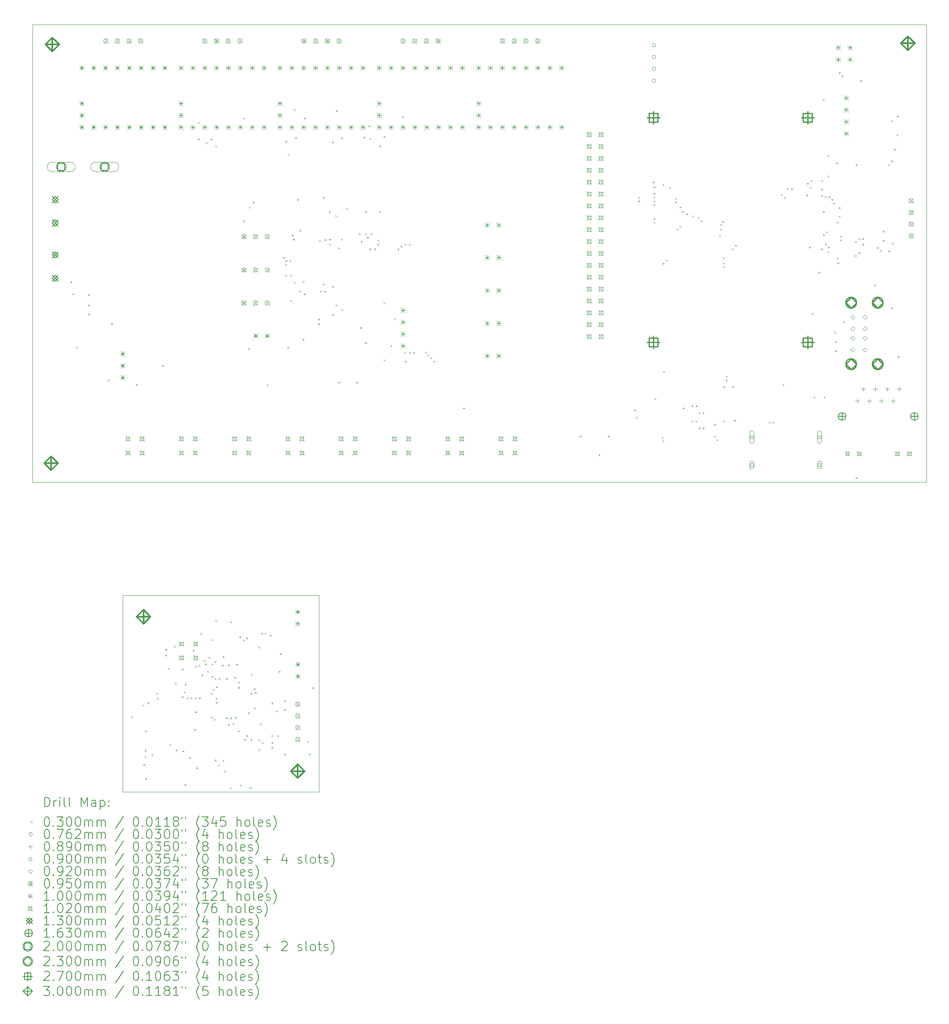
<source format=gbr>
%TF.GenerationSoftware,KiCad,Pcbnew,8.0.9*%
%TF.CreationDate,2025-08-04T10:44:07+12:00*%
%TF.ProjectId,xymatics-e64,78796d61-7469-4637-932d-6536342e6b69,rev?*%
%TF.SameCoordinates,Original*%
%TF.FileFunction,Drillmap*%
%TF.FilePolarity,Positive*%
%FSLAX45Y45*%
G04 Gerber Fmt 4.5, Leading zero omitted, Abs format (unit mm)*
G04 Created by KiCad (PCBNEW 8.0.9) date 2025-08-04 10:44:07*
%MOMM*%
%LPD*%
G01*
G04 APERTURE LIST*
%ADD10C,0.050000*%
%ADD11C,0.200000*%
%ADD12C,0.100000*%
%ADD13C,0.102000*%
%ADD14C,0.130000*%
%ADD15C,0.163000*%
%ADD16C,0.230000*%
%ADD17C,0.270000*%
%ADD18C,0.300000*%
G04 APERTURE END LIST*
D10*
X7400000Y-14800000D02*
X11600000Y-14800000D01*
X11600000Y-19000000D01*
X7400000Y-19000000D01*
X7400000Y-14800000D01*
X5475000Y-2600000D02*
X24600000Y-2600000D01*
X24600000Y-12375000D01*
X5475000Y-12375000D01*
X5475000Y-2600000D01*
D11*
D12*
X6285000Y-8085000D02*
X6315000Y-8115000D01*
X6315000Y-8085000D02*
X6285000Y-8115000D01*
X6325000Y-8345000D02*
X6355000Y-8375000D01*
X6355000Y-8345000D02*
X6325000Y-8375000D01*
X6405000Y-9485000D02*
X6435000Y-9515000D01*
X6435000Y-9485000D02*
X6405000Y-9515000D01*
X6665000Y-8365000D02*
X6695000Y-8395000D01*
X6695000Y-8365000D02*
X6665000Y-8395000D01*
X6665000Y-8585000D02*
X6695000Y-8615000D01*
X6695000Y-8585000D02*
X6665000Y-8615000D01*
X6665000Y-8775000D02*
X6695000Y-8805000D01*
X6695000Y-8775000D02*
X6665000Y-8805000D01*
X7085000Y-10185000D02*
X7115000Y-10215000D01*
X7115000Y-10185000D02*
X7085000Y-10215000D01*
X7155000Y-8985000D02*
X7185000Y-9015000D01*
X7185000Y-8985000D02*
X7155000Y-9015000D01*
X7585000Y-17385000D02*
X7615000Y-17415000D01*
X7615000Y-17385000D02*
X7585000Y-17415000D01*
X7685000Y-10285000D02*
X7715000Y-10315000D01*
X7715000Y-10285000D02*
X7685000Y-10315000D01*
X7835000Y-17135000D02*
X7865000Y-17165000D01*
X7865000Y-17135000D02*
X7835000Y-17165000D01*
X7845000Y-18405000D02*
X7875000Y-18435000D01*
X7875000Y-18405000D02*
X7845000Y-18435000D01*
X7875000Y-18105000D02*
X7905000Y-18135000D01*
X7905000Y-18105000D02*
X7875000Y-18135000D01*
X7875000Y-18235000D02*
X7905000Y-18265000D01*
X7905000Y-18235000D02*
X7875000Y-18265000D01*
X7885000Y-17685000D02*
X7915000Y-17715000D01*
X7915000Y-17685000D02*
X7885000Y-17715000D01*
X7885000Y-18705000D02*
X7915000Y-18735000D01*
X7915000Y-18705000D02*
X7885000Y-18735000D01*
X7935000Y-17085000D02*
X7965000Y-17115000D01*
X7965000Y-17085000D02*
X7935000Y-17115000D01*
X8025000Y-18195000D02*
X8055000Y-18225000D01*
X8055000Y-18195000D02*
X8025000Y-18225000D01*
X8125000Y-16885000D02*
X8155000Y-16915000D01*
X8155000Y-16885000D02*
X8125000Y-16915000D01*
X8135000Y-16985000D02*
X8165000Y-17015000D01*
X8165000Y-16985000D02*
X8135000Y-17015000D01*
X8245000Y-9876500D02*
X8275000Y-9906500D01*
X8275000Y-9876500D02*
X8245000Y-9906500D01*
X8315000Y-15945000D02*
X8345000Y-15975000D01*
X8345000Y-15945000D02*
X8315000Y-15975000D01*
X8315000Y-16065000D02*
X8345000Y-16095000D01*
X8345000Y-16065000D02*
X8315000Y-16095000D01*
X8365000Y-16345000D02*
X8395000Y-16375000D01*
X8395000Y-16345000D02*
X8365000Y-16375000D01*
X8405000Y-17975000D02*
X8435000Y-18005000D01*
X8435000Y-17975000D02*
X8405000Y-18005000D01*
X8505000Y-15877000D02*
X8535000Y-15907000D01*
X8535000Y-15877000D02*
X8505000Y-15907000D01*
X8525000Y-16665000D02*
X8555000Y-16695000D01*
X8555000Y-16665000D02*
X8525000Y-16695000D01*
X8535000Y-18095000D02*
X8565000Y-18125000D01*
X8565000Y-18095000D02*
X8535000Y-18125000D01*
X8665000Y-16365000D02*
X8695000Y-16395000D01*
X8695000Y-16365000D02*
X8665000Y-16395000D01*
X8665000Y-16955000D02*
X8695000Y-16985000D01*
X8695000Y-16955000D02*
X8665000Y-16985000D01*
X8685000Y-18115000D02*
X8715000Y-18145000D01*
X8715000Y-18115000D02*
X8685000Y-18145000D01*
X8715000Y-16855000D02*
X8745000Y-16885000D01*
X8745000Y-16855000D02*
X8715000Y-16885000D01*
X8725000Y-18835000D02*
X8755000Y-18865000D01*
X8755000Y-18835000D02*
X8725000Y-18865000D01*
X8730000Y-16690000D02*
X8760000Y-16720000D01*
X8760000Y-16690000D02*
X8730000Y-16720000D01*
X8775000Y-16975000D02*
X8805000Y-17005000D01*
X8805000Y-16975000D02*
X8775000Y-17005000D01*
X8825000Y-18255000D02*
X8855000Y-18285000D01*
X8855000Y-18255000D02*
X8825000Y-18285000D01*
X8855000Y-16975000D02*
X8885000Y-17005000D01*
X8885000Y-16975000D02*
X8855000Y-17005000D01*
X8905000Y-15965000D02*
X8935000Y-15995000D01*
X8935000Y-15965000D02*
X8905000Y-15995000D01*
X8935000Y-17655000D02*
X8965000Y-17685000D01*
X8965000Y-17655000D02*
X8935000Y-17685000D01*
X8945000Y-16975000D02*
X8975000Y-17005000D01*
X8975000Y-16975000D02*
X8945000Y-17005000D01*
X8955000Y-17278079D02*
X8985000Y-17308079D01*
X8985000Y-17278079D02*
X8955000Y-17308079D01*
X8955177Y-16309676D02*
X8985177Y-16339676D01*
X8985177Y-16309676D02*
X8955177Y-16339676D01*
X8975000Y-18475000D02*
X9005000Y-18505000D01*
X9005000Y-18475000D02*
X8975000Y-18505000D01*
X9015000Y-4685000D02*
X9045000Y-4715000D01*
X9045000Y-4685000D02*
X9015000Y-4715000D01*
X9015000Y-5035000D02*
X9045000Y-5065000D01*
X9045000Y-5035000D02*
X9015000Y-5065000D01*
X9032865Y-16281543D02*
X9062865Y-16311543D01*
X9062865Y-16281543D02*
X9032865Y-16311543D01*
X9035000Y-16975000D02*
X9065000Y-17005000D01*
X9065000Y-16975000D02*
X9035000Y-17005000D01*
X9065000Y-15605000D02*
X9095000Y-15635000D01*
X9095000Y-15605000D02*
X9065000Y-15635000D01*
X9085000Y-16485000D02*
X9115000Y-16515000D01*
X9115000Y-16485000D02*
X9085000Y-16515000D01*
X9136457Y-16180265D02*
X9166457Y-16210265D01*
X9166457Y-16180265D02*
X9136457Y-16210265D01*
X9165000Y-16255000D02*
X9195000Y-16285000D01*
X9195000Y-16255000D02*
X9165000Y-16285000D01*
X9185000Y-5115000D02*
X9215000Y-5145000D01*
X9215000Y-5115000D02*
X9185000Y-5145000D01*
X9215000Y-16415000D02*
X9245000Y-16445000D01*
X9245000Y-16415000D02*
X9215000Y-16445000D01*
X9245000Y-16115000D02*
X9275000Y-16145000D01*
X9275000Y-16115000D02*
X9245000Y-16145000D01*
X9285000Y-5035000D02*
X9315000Y-5065000D01*
X9315000Y-5035000D02*
X9285000Y-5065000D01*
X9291266Y-17386647D02*
X9321266Y-17416647D01*
X9321266Y-17386647D02*
X9291266Y-17416647D01*
X9295000Y-16885000D02*
X9325000Y-16915000D01*
X9325000Y-16885000D02*
X9295000Y-16915000D01*
X9300000Y-16522838D02*
X9330000Y-16552838D01*
X9330000Y-16522838D02*
X9300000Y-16552838D01*
X9305000Y-15735000D02*
X9335000Y-15765000D01*
X9335000Y-15735000D02*
X9305000Y-15765000D01*
X9305000Y-16255000D02*
X9335000Y-16285000D01*
X9335000Y-16255000D02*
X9305000Y-16285000D01*
X9333542Y-16796215D02*
X9363542Y-16826215D01*
X9363542Y-16796215D02*
X9333542Y-16826215D01*
X9355000Y-17435000D02*
X9385000Y-17465000D01*
X9385000Y-17435000D02*
X9355000Y-17465000D01*
X9370370Y-16202000D02*
X9400370Y-16232000D01*
X9400370Y-16202000D02*
X9370370Y-16232000D01*
X9375000Y-16565000D02*
X9405000Y-16595000D01*
X9405000Y-16565000D02*
X9375000Y-16595000D01*
X9375000Y-18305000D02*
X9405000Y-18335000D01*
X9405000Y-18305000D02*
X9375000Y-18335000D01*
X9385000Y-5185000D02*
X9415000Y-5215000D01*
X9415000Y-5185000D02*
X9385000Y-5215000D01*
X9385000Y-15325000D02*
X9415000Y-15355000D01*
X9415000Y-15325000D02*
X9385000Y-15355000D01*
X9395000Y-16745000D02*
X9425000Y-16775000D01*
X9425000Y-16745000D02*
X9395000Y-16775000D01*
X9395000Y-17075000D02*
X9425000Y-17105000D01*
X9425000Y-17075000D02*
X9395000Y-17105000D01*
X9395000Y-16985000D02*
X9425000Y-17015000D01*
X9425000Y-16985000D02*
X9395000Y-17015000D01*
X9445000Y-18415000D02*
X9475000Y-18445000D01*
X9475000Y-18415000D02*
X9445000Y-18445000D01*
X9455000Y-16565000D02*
X9485000Y-16595000D01*
X9485000Y-16565000D02*
X9455000Y-16595000D01*
X9525000Y-16285000D02*
X9555000Y-16315000D01*
X9555000Y-16285000D02*
X9525000Y-16315000D01*
X9544858Y-18320005D02*
X9574858Y-18350005D01*
X9574858Y-18320005D02*
X9544858Y-18350005D01*
X9545000Y-16094750D02*
X9575000Y-16124750D01*
X9575000Y-16094750D02*
X9545000Y-16124750D01*
X9575000Y-18545000D02*
X9605000Y-18575000D01*
X9605000Y-18545000D02*
X9575000Y-18575000D01*
X9615000Y-16565000D02*
X9645000Y-16595000D01*
X9645000Y-16565000D02*
X9615000Y-16595000D01*
X9615000Y-17405000D02*
X9645000Y-17435000D01*
X9645000Y-17405000D02*
X9615000Y-17435000D01*
X9654870Y-16275000D02*
X9684870Y-16305000D01*
X9684870Y-16275000D02*
X9654870Y-16305000D01*
X9655000Y-17545000D02*
X9685000Y-17575000D01*
X9685000Y-17545000D02*
X9655000Y-17575000D01*
X9705000Y-15355000D02*
X9735000Y-15385000D01*
X9735000Y-15355000D02*
X9705000Y-15385000D01*
X9705000Y-17407500D02*
X9735000Y-17437500D01*
X9735000Y-17407500D02*
X9705000Y-17437500D01*
X9705000Y-18905000D02*
X9735000Y-18935000D01*
X9735000Y-18905000D02*
X9705000Y-18935000D01*
X9757647Y-17527500D02*
X9787647Y-17557500D01*
X9787647Y-17527500D02*
X9757647Y-17557500D01*
X9793358Y-16541789D02*
X9823358Y-16571789D01*
X9823358Y-16541789D02*
X9793358Y-16571789D01*
X9800000Y-17395000D02*
X9830000Y-17425000D01*
X9830000Y-17395000D02*
X9800000Y-17425000D01*
X9835000Y-16260000D02*
X9865000Y-16290000D01*
X9865000Y-16260000D02*
X9835000Y-16290000D01*
X9867427Y-16637426D02*
X9897427Y-16667426D01*
X9897427Y-16637426D02*
X9867427Y-16667426D01*
X9875000Y-16755000D02*
X9905000Y-16785000D01*
X9905000Y-16755000D02*
X9875000Y-16785000D01*
X9875000Y-17685000D02*
X9905000Y-17715000D01*
X9905000Y-17685000D02*
X9875000Y-17715000D01*
X9897500Y-15675000D02*
X9927500Y-15705000D01*
X9927500Y-15675000D02*
X9897500Y-15705000D01*
X9915000Y-18845000D02*
X9945000Y-18875000D01*
X9945000Y-18845000D02*
X9915000Y-18875000D01*
X9975000Y-15745000D02*
X10005000Y-15775000D01*
X10005000Y-15745000D02*
X9975000Y-15775000D01*
X9985000Y-4585000D02*
X10015000Y-4615000D01*
X10015000Y-4585000D02*
X9985000Y-4615000D01*
X9985000Y-6785000D02*
X10015000Y-6815000D01*
X10015000Y-6785000D02*
X9985000Y-6815000D01*
X10002427Y-17867574D02*
X10032427Y-17897574D01*
X10032427Y-17867574D02*
X10002427Y-17897574D01*
X10043168Y-15700884D02*
X10073168Y-15730884D01*
X10073168Y-15700884D02*
X10043168Y-15730884D01*
X10048284Y-17785000D02*
X10078284Y-17815000D01*
X10078284Y-17785000D02*
X10048284Y-17815000D01*
X10084076Y-17298284D02*
X10114076Y-17328284D01*
X10114076Y-17298284D02*
X10084076Y-17328284D01*
X10085000Y-9515000D02*
X10115000Y-9545000D01*
X10115000Y-9515000D02*
X10085000Y-9545000D01*
X10105000Y-6485000D02*
X10135000Y-6515000D01*
X10135000Y-6485000D02*
X10105000Y-6515000D01*
X10125000Y-18903000D02*
X10155000Y-18933000D01*
X10155000Y-18903000D02*
X10125000Y-18933000D01*
X10135000Y-16885000D02*
X10165000Y-16915000D01*
X10165000Y-16885000D02*
X10135000Y-16915000D01*
X10135000Y-17875000D02*
X10165000Y-17905000D01*
X10165000Y-17875000D02*
X10135000Y-17905000D01*
X10145000Y-16475000D02*
X10175000Y-16505000D01*
X10175000Y-16475000D02*
X10145000Y-16505000D01*
X10185000Y-6385000D02*
X10215000Y-6415000D01*
X10215000Y-6385000D02*
X10185000Y-6415000D01*
X10210000Y-16785000D02*
X10240000Y-16815000D01*
X10240000Y-16785000D02*
X10210000Y-16815000D01*
X10215711Y-17195711D02*
X10245711Y-17225711D01*
X10245711Y-17195711D02*
X10215711Y-17225711D01*
X10232877Y-16862910D02*
X10262877Y-16892910D01*
X10262877Y-16862910D02*
X10232877Y-16892910D01*
X10310000Y-17875000D02*
X10340000Y-17905000D01*
X10340000Y-17875000D02*
X10310000Y-17905000D01*
X10310000Y-18085000D02*
X10340000Y-18115000D01*
X10340000Y-18085000D02*
X10310000Y-18115000D01*
X10310189Y-15891534D02*
X10340189Y-15921534D01*
X10340189Y-15891534D02*
X10310189Y-15921534D01*
X10335000Y-17535000D02*
X10365000Y-17565000D01*
X10365000Y-17535000D02*
X10335000Y-17565000D01*
X10365000Y-15595000D02*
X10395000Y-15625000D01*
X10395000Y-15595000D02*
X10365000Y-15625000D01*
X10385000Y-17935000D02*
X10415000Y-17965000D01*
X10415000Y-17935000D02*
X10385000Y-17965000D01*
X10445000Y-15595000D02*
X10475000Y-15625000D01*
X10475000Y-15595000D02*
X10445000Y-15625000D01*
X10485000Y-10285000D02*
X10515000Y-10315000D01*
X10515000Y-10285000D02*
X10485000Y-10315000D01*
X10545000Y-15645000D02*
X10575000Y-15675000D01*
X10575000Y-15645000D02*
X10545000Y-15675000D01*
X10585000Y-17085000D02*
X10615000Y-17115000D01*
X10615000Y-17085000D02*
X10585000Y-17115000D01*
X10585000Y-17785000D02*
X10615000Y-17815000D01*
X10615000Y-17785000D02*
X10585000Y-17815000D01*
X10585000Y-17935000D02*
X10615000Y-17965000D01*
X10615000Y-17935000D02*
X10585000Y-17965000D01*
X10585000Y-18035000D02*
X10615000Y-18065000D01*
X10615000Y-18035000D02*
X10585000Y-18065000D01*
X10685000Y-17260000D02*
X10715000Y-17290000D01*
X10715000Y-17260000D02*
X10685000Y-17290000D01*
X10710000Y-17785000D02*
X10740000Y-17815000D01*
X10740000Y-17785000D02*
X10710000Y-17815000D01*
X10740000Y-16415000D02*
X10770000Y-16445000D01*
X10770000Y-16415000D02*
X10740000Y-16445000D01*
X10765000Y-16035000D02*
X10795000Y-16065000D01*
X10795000Y-16035000D02*
X10765000Y-16065000D01*
X10835000Y-7565000D02*
X10865000Y-7595000D01*
X10865000Y-7565000D02*
X10835000Y-7595000D01*
X10860000Y-17035000D02*
X10890000Y-17065000D01*
X10890000Y-17035000D02*
X10860000Y-17065000D01*
X10860000Y-17235000D02*
X10890000Y-17265000D01*
X10890000Y-17235000D02*
X10860000Y-17265000D01*
X10860000Y-18185000D02*
X10890000Y-18215000D01*
X10890000Y-18185000D02*
X10860000Y-18215000D01*
X10885000Y-5085000D02*
X10915000Y-5115000D01*
X10915000Y-5085000D02*
X10885000Y-5115000D01*
X10885000Y-7635000D02*
X10915000Y-7665000D01*
X10915000Y-7635000D02*
X10885000Y-7665000D01*
X10885000Y-7715000D02*
X10915000Y-7745000D01*
X10915000Y-7715000D02*
X10885000Y-7745000D01*
X10885000Y-7945000D02*
X10915000Y-7975000D01*
X10915000Y-7945000D02*
X10885000Y-7975000D01*
X10925000Y-9485000D02*
X10955000Y-9515000D01*
X10955000Y-9485000D02*
X10925000Y-9515000D01*
X10934590Y-5360660D02*
X10964590Y-5390660D01*
X10964590Y-5360660D02*
X10934590Y-5390660D01*
X10975000Y-7635000D02*
X11005000Y-7665000D01*
X11005000Y-7635000D02*
X10975000Y-7665000D01*
X10985000Y-7945000D02*
X11015000Y-7975000D01*
X11015000Y-7945000D02*
X10985000Y-7975000D01*
X10985000Y-8485000D02*
X11015000Y-8515000D01*
X11015000Y-8485000D02*
X10985000Y-8515000D01*
X11024480Y-7086440D02*
X11054480Y-7116440D01*
X11054480Y-7086440D02*
X11024480Y-7116440D01*
X11044480Y-7175650D02*
X11074480Y-7205650D01*
X11074480Y-7175650D02*
X11044480Y-7205650D01*
X11064430Y-8094760D02*
X11094430Y-8124760D01*
X11094430Y-8094760D02*
X11064430Y-8124760D01*
X11064480Y-4404630D02*
X11094480Y-4434630D01*
X11094480Y-4404630D02*
X11064480Y-4434630D01*
X11092040Y-5007010D02*
X11122040Y-5037010D01*
X11122040Y-5007010D02*
X11092040Y-5037010D01*
X11135000Y-6325000D02*
X11165000Y-6355000D01*
X11165000Y-6325000D02*
X11135000Y-6355000D01*
X11184746Y-8286200D02*
X11214746Y-8316200D01*
X11214746Y-8286200D02*
X11184746Y-8316200D01*
X11185000Y-6985000D02*
X11215000Y-7015000D01*
X11215000Y-6985000D02*
X11185000Y-7015000D01*
X11255000Y-9315000D02*
X11285000Y-9345000D01*
X11285000Y-9315000D02*
X11255000Y-9345000D01*
X11258160Y-8078520D02*
X11288160Y-8108520D01*
X11288160Y-8078520D02*
X11258160Y-8108520D01*
X11285000Y-4585000D02*
X11315000Y-4615000D01*
X11315000Y-4585000D02*
X11285000Y-4615000D01*
X11285000Y-8345000D02*
X11315000Y-8375000D01*
X11315000Y-8345000D02*
X11285000Y-8375000D01*
X11355000Y-17905000D02*
X11385000Y-17935000D01*
X11385000Y-17905000D02*
X11355000Y-17935000D01*
X11385000Y-18185000D02*
X11415000Y-18215000D01*
X11415000Y-18185000D02*
X11385000Y-18215000D01*
X11460000Y-16760000D02*
X11490000Y-16790000D01*
X11490000Y-16760000D02*
X11460000Y-16790000D01*
X11585000Y-8885000D02*
X11615000Y-8915000D01*
X11615000Y-8885000D02*
X11585000Y-8915000D01*
X11585000Y-8985000D02*
X11615000Y-9015000D01*
X11615000Y-8985000D02*
X11585000Y-9015000D01*
X11605000Y-7205000D02*
X11635000Y-7235000D01*
X11635000Y-7205000D02*
X11605000Y-7235000D01*
X11625000Y-8285000D02*
X11655000Y-8315000D01*
X11655000Y-8285000D02*
X11625000Y-8315000D01*
X11685000Y-6285000D02*
X11715000Y-6315000D01*
X11715000Y-6285000D02*
X11685000Y-6315000D01*
X11685000Y-8135000D02*
X11715000Y-8165000D01*
X11715000Y-8135000D02*
X11685000Y-8165000D01*
X11715000Y-8295000D02*
X11745000Y-8325000D01*
X11745000Y-8295000D02*
X11715000Y-8325000D01*
X11725000Y-7185000D02*
X11755000Y-7215000D01*
X11755000Y-7185000D02*
X11725000Y-7215000D01*
X11813420Y-6587710D02*
X11843420Y-6617710D01*
X11843420Y-6587710D02*
X11813420Y-6617710D01*
X11825000Y-7285000D02*
X11855000Y-7315000D01*
X11855000Y-7285000D02*
X11825000Y-7315000D01*
X11826080Y-7175650D02*
X11856080Y-7205650D01*
X11856080Y-7175650D02*
X11826080Y-7205650D01*
X11881730Y-5097910D02*
X11911730Y-5127910D01*
X11911730Y-5097910D02*
X11881730Y-5127910D01*
X11885000Y-8185000D02*
X11915000Y-8215000D01*
X11915000Y-8185000D02*
X11885000Y-8215000D01*
X11885000Y-8785000D02*
X11915000Y-8815000D01*
X11915000Y-8785000D02*
X11885000Y-8815000D01*
X11950690Y-6674890D02*
X11980690Y-6704890D01*
X11980690Y-6674890D02*
X11950690Y-6704890D01*
X11958720Y-8580440D02*
X11988720Y-8610440D01*
X11988720Y-8580440D02*
X11958720Y-8610440D01*
X11965550Y-4428780D02*
X11995550Y-4458780D01*
X11995550Y-4428780D02*
X11965550Y-4458780D01*
X12015000Y-7365000D02*
X12045000Y-7395000D01*
X12045000Y-7365000D02*
X12015000Y-7395000D01*
X12020000Y-10235000D02*
X12050000Y-10265000D01*
X12050000Y-10235000D02*
X12020000Y-10265000D01*
X12075330Y-5012590D02*
X12105330Y-5042590D01*
X12105330Y-5012590D02*
X12075330Y-5042590D01*
X12075330Y-7175340D02*
X12105330Y-7205340D01*
X12105330Y-7175340D02*
X12075330Y-7205340D01*
X12085000Y-8685000D02*
X12115000Y-8715000D01*
X12115000Y-8685000D02*
X12085000Y-8715000D01*
X12185000Y-6515000D02*
X12215000Y-6545000D01*
X12215000Y-6515000D02*
X12185000Y-6545000D01*
X12400000Y-10235000D02*
X12430000Y-10265000D01*
X12430000Y-10235000D02*
X12400000Y-10265000D01*
X12455710Y-7057370D02*
X12485710Y-7087370D01*
X12485710Y-7057370D02*
X12455710Y-7087370D01*
X12485000Y-9065000D02*
X12515000Y-9095000D01*
X12515000Y-9065000D02*
X12485000Y-9095000D01*
X12499600Y-7223090D02*
X12529600Y-7253090D01*
X12529600Y-7223090D02*
X12499600Y-7253090D01*
X12557310Y-4997770D02*
X12587310Y-5027770D01*
X12587310Y-4997770D02*
X12557310Y-5027770D01*
X12585000Y-6585000D02*
X12615000Y-6615000D01*
X12615000Y-6585000D02*
X12585000Y-6615000D01*
X12585000Y-9385000D02*
X12615000Y-9415000D01*
X12615000Y-9385000D02*
X12585000Y-9415000D01*
X12590000Y-7057500D02*
X12620000Y-7087500D01*
X12620000Y-7057500D02*
X12590000Y-7087500D01*
X12631323Y-7133823D02*
X12661323Y-7163823D01*
X12661323Y-7133823D02*
X12631323Y-7163823D01*
X12661430Y-4754450D02*
X12691430Y-4784450D01*
X12691430Y-4754450D02*
X12661430Y-4784450D01*
X12685000Y-5025000D02*
X12715000Y-5055000D01*
X12715000Y-5025000D02*
X12685000Y-5055000D01*
X12685000Y-7385000D02*
X12715000Y-7415000D01*
X12715000Y-7385000D02*
X12685000Y-7415000D01*
X12715000Y-7055000D02*
X12745000Y-7085000D01*
X12745000Y-7055000D02*
X12715000Y-7085000D01*
X12785000Y-7385000D02*
X12815000Y-7415000D01*
X12815000Y-7385000D02*
X12785000Y-7415000D01*
X12855000Y-7195000D02*
X12885000Y-7225000D01*
X12885000Y-7195000D02*
X12855000Y-7225000D01*
X12855000Y-7285000D02*
X12885000Y-7315000D01*
X12885000Y-7285000D02*
X12855000Y-7315000D01*
X12895000Y-5185000D02*
X12925000Y-5215000D01*
X12925000Y-5185000D02*
X12895000Y-5215000D01*
X12895000Y-6585000D02*
X12925000Y-6615000D01*
X12925000Y-6585000D02*
X12895000Y-6615000D01*
X12985000Y-4985000D02*
X13015000Y-5015000D01*
X13015000Y-4985000D02*
X12985000Y-5015000D01*
X12985000Y-8535000D02*
X13015000Y-8565000D01*
X13015000Y-8535000D02*
X12985000Y-8565000D01*
X12985000Y-9755000D02*
X13015000Y-9785000D01*
X13015000Y-9755000D02*
X12985000Y-9785000D01*
X13135000Y-9444999D02*
X13165000Y-9474999D01*
X13165000Y-9444999D02*
X13135000Y-9474999D01*
X13205000Y-8875000D02*
X13235000Y-8905000D01*
X13235000Y-8875000D02*
X13205000Y-8905000D01*
X13284900Y-7385050D02*
X13314900Y-7415050D01*
X13314900Y-7385050D02*
X13284900Y-7415050D01*
X13345100Y-7324950D02*
X13375100Y-7354950D01*
X13375100Y-7324950D02*
X13345100Y-7354950D01*
X13385000Y-4555000D02*
X13415000Y-4585000D01*
X13415000Y-4555000D02*
X13385000Y-4585000D01*
X13435000Y-7285000D02*
X13465000Y-7315000D01*
X13465000Y-7285000D02*
X13435000Y-7315000D01*
X13435000Y-9595000D02*
X13465000Y-9625000D01*
X13465000Y-9595000D02*
X13435000Y-9625000D01*
X13435000Y-9785000D02*
X13465000Y-9815000D01*
X13465000Y-9785000D02*
X13435000Y-9815000D01*
X13525000Y-7285000D02*
X13555000Y-7315000D01*
X13555000Y-7285000D02*
X13525000Y-7315000D01*
X13535000Y-9595000D02*
X13565000Y-9625000D01*
X13565000Y-9595000D02*
X13535000Y-9625000D01*
X13615000Y-9595000D02*
X13645000Y-9625000D01*
X13645000Y-9595000D02*
X13615000Y-9625000D01*
X13873785Y-9593542D02*
X13903785Y-9623542D01*
X13903785Y-9593542D02*
X13873785Y-9623542D01*
X13925000Y-9655000D02*
X13955000Y-9685000D01*
X13955000Y-9655000D02*
X13925000Y-9685000D01*
X13985000Y-9715000D02*
X14015000Y-9745000D01*
X14015000Y-9715000D02*
X13985000Y-9745000D01*
X14055000Y-9785000D02*
X14085000Y-9815000D01*
X14085000Y-9785000D02*
X14055000Y-9815000D01*
X14685000Y-10785000D02*
X14715000Y-10815000D01*
X14715000Y-10785000D02*
X14685000Y-10815000D01*
X17185000Y-11385000D02*
X17215000Y-11415000D01*
X17215000Y-11385000D02*
X17185000Y-11415000D01*
X17585000Y-11785000D02*
X17615000Y-11815000D01*
X17615000Y-11785000D02*
X17585000Y-11815000D01*
X17785000Y-11385000D02*
X17815000Y-11415000D01*
X17815000Y-11385000D02*
X17785000Y-11415000D01*
X18345000Y-10825000D02*
X18375000Y-10855000D01*
X18375000Y-10825000D02*
X18345000Y-10855000D01*
X18385000Y-10985000D02*
X18415000Y-11015000D01*
X18415000Y-10985000D02*
X18385000Y-11015000D01*
X18435000Y-6280000D02*
X18465000Y-6310000D01*
X18465000Y-6280000D02*
X18435000Y-6310000D01*
X18435000Y-6360000D02*
X18465000Y-6390000D01*
X18465000Y-6360000D02*
X18435000Y-6390000D01*
X18740100Y-5954950D02*
X18770100Y-5984950D01*
X18770100Y-5954950D02*
X18740100Y-5984950D01*
X18759900Y-6275000D02*
X18789900Y-6305000D01*
X18789900Y-6275000D02*
X18759900Y-6305000D01*
X18760000Y-6360000D02*
X18790000Y-6390000D01*
X18790000Y-6360000D02*
X18760000Y-6390000D01*
X18760000Y-6440000D02*
X18790000Y-6470000D01*
X18790000Y-6440000D02*
X18760000Y-6470000D01*
X18760000Y-6735000D02*
X18790000Y-6765000D01*
X18790000Y-6735000D02*
X18760000Y-6765000D01*
X18760000Y-6815000D02*
X18790000Y-6845000D01*
X18790000Y-6815000D02*
X18760000Y-6845000D01*
X18760200Y-6060000D02*
X18790200Y-6090000D01*
X18790200Y-6060000D02*
X18760200Y-6090000D01*
X18760200Y-6195000D02*
X18790200Y-6225000D01*
X18790200Y-6195000D02*
X18760200Y-6225000D01*
X18785000Y-10585000D02*
X18815000Y-10615000D01*
X18815000Y-10585000D02*
X18785000Y-10615000D01*
X18934700Y-11409100D02*
X18964700Y-11439100D01*
X18964700Y-11409100D02*
X18934700Y-11439100D01*
X18955000Y-7695000D02*
X18985000Y-7725000D01*
X18985000Y-7695000D02*
X18955000Y-7725000D01*
X18960000Y-6010000D02*
X18990000Y-6040000D01*
X18990000Y-6010000D02*
X18960000Y-6040000D01*
X18960000Y-11485000D02*
X18990000Y-11515000D01*
X18990000Y-11485000D02*
X18960000Y-11515000D01*
X18965000Y-10005000D02*
X18995000Y-10035000D01*
X18995000Y-10005000D02*
X18965000Y-10035000D01*
X19025000Y-7625000D02*
X19055000Y-7655000D01*
X19055000Y-7625000D02*
X19025000Y-7655000D01*
X19099000Y-6070980D02*
X19129000Y-6100980D01*
X19129000Y-6070980D02*
X19099000Y-6100980D01*
X19220000Y-6305000D02*
X19250000Y-6335000D01*
X19250000Y-6305000D02*
X19220000Y-6335000D01*
X19220000Y-6385000D02*
X19250000Y-6415000D01*
X19250000Y-6385000D02*
X19220000Y-6415000D01*
X19260000Y-6960000D02*
X19290000Y-6990000D01*
X19290000Y-6960000D02*
X19260000Y-6990000D01*
X19316600Y-6903430D02*
X19346600Y-6933430D01*
X19346600Y-6903430D02*
X19316600Y-6933430D01*
X19320000Y-6490750D02*
X19350000Y-6520750D01*
X19350000Y-6490750D02*
X19320000Y-6520750D01*
X19370000Y-6585000D02*
X19400000Y-6615000D01*
X19400000Y-6585000D02*
X19370000Y-6615000D01*
X19385000Y-10785000D02*
X19415000Y-10815000D01*
X19415000Y-10785000D02*
X19385000Y-10815000D01*
X19460000Y-6635000D02*
X19490000Y-6665000D01*
X19490000Y-6635000D02*
X19460000Y-6665000D01*
X19577500Y-10735000D02*
X19607500Y-10765000D01*
X19607500Y-10735000D02*
X19577500Y-10765000D01*
X19577500Y-11065000D02*
X19607500Y-11095000D01*
X19607500Y-11065000D02*
X19577500Y-11095000D01*
X19589900Y-6680070D02*
X19619900Y-6710070D01*
X19619900Y-6680070D02*
X19589900Y-6710070D01*
X19662500Y-10735000D02*
X19692500Y-10765000D01*
X19692500Y-10735000D02*
X19662500Y-10765000D01*
X19662500Y-11065000D02*
X19692500Y-11095000D01*
X19692500Y-11065000D02*
X19662500Y-11095000D01*
X19710000Y-6710000D02*
X19740000Y-6740000D01*
X19740000Y-6710000D02*
X19710000Y-6740000D01*
X19727500Y-10885000D02*
X19757500Y-10915000D01*
X19757500Y-10885000D02*
X19727500Y-10915000D01*
X19727500Y-11213400D02*
X19757500Y-11243400D01*
X19757500Y-11213400D02*
X19727500Y-11243400D01*
X19770000Y-6785000D02*
X19800000Y-6815000D01*
X19800000Y-6785000D02*
X19770000Y-6815000D01*
X19812500Y-10885000D02*
X19842500Y-10915000D01*
X19842500Y-10885000D02*
X19812500Y-10915000D01*
X19812500Y-11213400D02*
X19842500Y-11243400D01*
X19842500Y-11213400D02*
X19812500Y-11243400D01*
X20060000Y-11135000D02*
X20090000Y-11165000D01*
X20090000Y-11135000D02*
X20060000Y-11165000D01*
X20060000Y-11385000D02*
X20090000Y-11415000D01*
X20090000Y-11385000D02*
X20060000Y-11415000D01*
X20110000Y-11460000D02*
X20140000Y-11490000D01*
X20140000Y-11460000D02*
X20110000Y-11490000D01*
X20165000Y-7105000D02*
X20195000Y-7135000D01*
X20195000Y-7105000D02*
X20165000Y-7135000D01*
X20185000Y-6865000D02*
X20215000Y-6895000D01*
X20215000Y-6865000D02*
X20185000Y-6895000D01*
X20185000Y-6965000D02*
X20215000Y-6995000D01*
X20215000Y-6965000D02*
X20185000Y-6995000D01*
X20229400Y-6798440D02*
X20259400Y-6828440D01*
X20259400Y-6798440D02*
X20229400Y-6828440D01*
X20245000Y-7565000D02*
X20275000Y-7595000D01*
X20275000Y-7565000D02*
X20245000Y-7595000D01*
X20245000Y-7685000D02*
X20275000Y-7715000D01*
X20275000Y-7685000D02*
X20245000Y-7715000D01*
X20247400Y-7767430D02*
X20277400Y-7797430D01*
X20277400Y-7767430D02*
X20247400Y-7797430D01*
X20260000Y-10325100D02*
X20290000Y-10355100D01*
X20290000Y-10325100D02*
X20260000Y-10355100D01*
X20260000Y-11060000D02*
X20290000Y-11090000D01*
X20290000Y-11060000D02*
X20260000Y-11090000D01*
X20305000Y-10105000D02*
X20335000Y-10135000D01*
X20335000Y-10105000D02*
X20305000Y-10135000D01*
X20305000Y-10185000D02*
X20335000Y-10215000D01*
X20335000Y-10185000D02*
X20305000Y-10215000D01*
X20445000Y-7385000D02*
X20475000Y-7415000D01*
X20475000Y-7385000D02*
X20445000Y-7415000D01*
X20445000Y-10325000D02*
X20475000Y-10355000D01*
X20475000Y-10325000D02*
X20445000Y-10355000D01*
X20485000Y-11045000D02*
X20515000Y-11075000D01*
X20515000Y-11045000D02*
X20485000Y-11075000D01*
X20505000Y-7305000D02*
X20535000Y-7335000D01*
X20535000Y-7305000D02*
X20505000Y-7335000D01*
X21230000Y-11085000D02*
X21260000Y-11115000D01*
X21260000Y-11085000D02*
X21230000Y-11115000D01*
X21310000Y-11085000D02*
X21340000Y-11115000D01*
X21340000Y-11085000D02*
X21310000Y-11115000D01*
X21485000Y-6225000D02*
X21515000Y-6255000D01*
X21515000Y-6225000D02*
X21485000Y-6255000D01*
X21525000Y-10285000D02*
X21555000Y-10315000D01*
X21555000Y-10285000D02*
X21525000Y-10315000D01*
X21555000Y-6285000D02*
X21585000Y-6315000D01*
X21585000Y-6285000D02*
X21555000Y-6315000D01*
X21615000Y-6095000D02*
X21645000Y-6125000D01*
X21645000Y-6095000D02*
X21615000Y-6125000D01*
X21705300Y-6103360D02*
X21735300Y-6133360D01*
X21735300Y-6103360D02*
X21705300Y-6133360D01*
X22030300Y-6231420D02*
X22060300Y-6261420D01*
X22060300Y-6231420D02*
X22030300Y-6261420D01*
X22045000Y-5985000D02*
X22075000Y-6015000D01*
X22075000Y-5985000D02*
X22045000Y-6015000D01*
X22085000Y-7345000D02*
X22115000Y-7375000D01*
X22115000Y-7345000D02*
X22085000Y-7375000D01*
X22105000Y-6065000D02*
X22135000Y-6095000D01*
X22135000Y-6065000D02*
X22105000Y-6095000D01*
X22125100Y-5925050D02*
X22155100Y-5955050D01*
X22155100Y-5925050D02*
X22125100Y-5955050D01*
X22145000Y-8765000D02*
X22175000Y-8795000D01*
X22175000Y-8765000D02*
X22145000Y-8795000D01*
X22185000Y-10545000D02*
X22215000Y-10575000D01*
X22215000Y-10545000D02*
X22185000Y-10575000D01*
X22285000Y-7885000D02*
X22315000Y-7915000D01*
X22315000Y-7885000D02*
X22285000Y-7915000D01*
X22345000Y-6105000D02*
X22375000Y-6135000D01*
X22375000Y-6105000D02*
X22345000Y-6135000D01*
X22345000Y-6245000D02*
X22375000Y-6275000D01*
X22375000Y-6245000D02*
X22345000Y-6275000D01*
X22345000Y-7385000D02*
X22375000Y-7415000D01*
X22375000Y-7385000D02*
X22345000Y-7415000D01*
X22355000Y-5925000D02*
X22385000Y-5955000D01*
X22385000Y-5925000D02*
X22355000Y-5955000D01*
X22385000Y-4185000D02*
X22415000Y-4215000D01*
X22415000Y-4185000D02*
X22385000Y-4215000D01*
X22385000Y-6585000D02*
X22415000Y-6615000D01*
X22415000Y-6585000D02*
X22385000Y-6615000D01*
X22388986Y-7079090D02*
X22418986Y-7109090D01*
X22418986Y-7079090D02*
X22388986Y-7109090D01*
X22405000Y-10545000D02*
X22435000Y-10575000D01*
X22435000Y-10545000D02*
X22405000Y-10575000D01*
X22425000Y-6265000D02*
X22455000Y-6295000D01*
X22455000Y-6265000D02*
X22425000Y-6295000D01*
X22434948Y-7284948D02*
X22464948Y-7314948D01*
X22464948Y-7284948D02*
X22434948Y-7314948D01*
X22449090Y-7018986D02*
X22479090Y-7048986D01*
X22479090Y-7018986D02*
X22449090Y-7048986D01*
X22485000Y-5385000D02*
X22515000Y-5415000D01*
X22515000Y-5385000D02*
X22485000Y-5415000D01*
X22485000Y-5826710D02*
X22515000Y-5856710D01*
X22515000Y-5826710D02*
X22485000Y-5856710D01*
X22485000Y-7445000D02*
X22515000Y-7475000D01*
X22515000Y-7445000D02*
X22485000Y-7475000D01*
X22495052Y-7345052D02*
X22525052Y-7375052D01*
X22525052Y-7345052D02*
X22495052Y-7375052D01*
X22505000Y-6265000D02*
X22535000Y-6295000D01*
X22535000Y-6265000D02*
X22505000Y-6295000D01*
X22565000Y-6325000D02*
X22595000Y-6355000D01*
X22595000Y-6325000D02*
X22565000Y-6355000D01*
X22605000Y-6405000D02*
X22635000Y-6435000D01*
X22635000Y-6405000D02*
X22605000Y-6435000D01*
X22627400Y-9162570D02*
X22657400Y-9192570D01*
X22657400Y-9162570D02*
X22627400Y-9192570D01*
X22645000Y-9365000D02*
X22675000Y-9395000D01*
X22675000Y-9365000D02*
X22645000Y-9395000D01*
X22645000Y-9565000D02*
X22675000Y-9595000D01*
X22675000Y-9565000D02*
X22645000Y-9595000D01*
X22665000Y-5545000D02*
X22695000Y-5575000D01*
X22695000Y-5545000D02*
X22665000Y-5575000D01*
X22685000Y-7585000D02*
X22715000Y-7615000D01*
X22715000Y-7585000D02*
X22685000Y-7615000D01*
X22687400Y-6807430D02*
X22717400Y-6837430D01*
X22717400Y-6807430D02*
X22687400Y-6837430D01*
X22695000Y-7685000D02*
X22725000Y-7715000D01*
X22725000Y-7685000D02*
X22695000Y-7715000D01*
X22725000Y-3615000D02*
X22755000Y-3645000D01*
X22755000Y-3615000D02*
X22725000Y-3645000D01*
X22725000Y-6505000D02*
X22755000Y-6535000D01*
X22755000Y-6505000D02*
X22725000Y-6535000D01*
X22725000Y-6685000D02*
X22755000Y-6715000D01*
X22755000Y-6685000D02*
X22725000Y-6715000D01*
X22749603Y-7107500D02*
X22779603Y-7137500D01*
X22779603Y-7107500D02*
X22749603Y-7137500D01*
X22749603Y-7192500D02*
X22779603Y-7222500D01*
X22779603Y-7192500D02*
X22749603Y-7222500D01*
X22785000Y-3685000D02*
X22815000Y-3715000D01*
X22815000Y-3685000D02*
X22785000Y-3715000D01*
X22825000Y-8935000D02*
X22855000Y-8965000D01*
X22855000Y-8935000D02*
X22825000Y-8965000D01*
X23067400Y-7527430D02*
X23097400Y-7557430D01*
X23097400Y-7527430D02*
X23067400Y-7557430D01*
X23073800Y-7227290D02*
X23103800Y-7257290D01*
X23103800Y-7227290D02*
X23073800Y-7257290D01*
X23085000Y-5585000D02*
X23115000Y-5615000D01*
X23115000Y-5585000D02*
X23085000Y-5615000D01*
X23085000Y-12275000D02*
X23115000Y-12305000D01*
X23115000Y-12275000D02*
X23085000Y-12305000D01*
X23145000Y-7165000D02*
X23175000Y-7195000D01*
X23175000Y-7165000D02*
X23145000Y-7195000D01*
X23145000Y-7465000D02*
X23175000Y-7495000D01*
X23175000Y-7465000D02*
X23145000Y-7495000D01*
X23185000Y-3785000D02*
X23215000Y-3815000D01*
X23215000Y-3785000D02*
X23185000Y-3815000D01*
X23225000Y-7165000D02*
X23255000Y-7195000D01*
X23255000Y-7165000D02*
X23225000Y-7195000D01*
X23225000Y-7285000D02*
X23255000Y-7315000D01*
X23255000Y-7285000D02*
X23225000Y-7315000D01*
X23485000Y-8155000D02*
X23515000Y-8185000D01*
X23515000Y-8155000D02*
X23485000Y-8185000D01*
X23544900Y-7354950D02*
X23574900Y-7384950D01*
X23574900Y-7354950D02*
X23544900Y-7384950D01*
X23605100Y-7415050D02*
X23635100Y-7445050D01*
X23635100Y-7415050D02*
X23605100Y-7445050D01*
X23665000Y-7005000D02*
X23695000Y-7035000D01*
X23695000Y-7005000D02*
X23665000Y-7035000D01*
X23665000Y-7205000D02*
X23695000Y-7235000D01*
X23695000Y-7205000D02*
X23665000Y-7235000D01*
X23785000Y-5585000D02*
X23815000Y-5615000D01*
X23815000Y-5585000D02*
X23785000Y-5615000D01*
X23785000Y-7425000D02*
X23815000Y-7455000D01*
X23815000Y-7425000D02*
X23785000Y-7455000D01*
X23845000Y-4645000D02*
X23875000Y-4675000D01*
X23875000Y-4645000D02*
X23845000Y-4675000D01*
X23845000Y-5505000D02*
X23875000Y-5535000D01*
X23875000Y-5505000D02*
X23845000Y-5535000D01*
X23845000Y-8645000D02*
X23875000Y-8675000D01*
X23875000Y-8645000D02*
X23845000Y-8675000D01*
X23860000Y-7260000D02*
X23890000Y-7290000D01*
X23890000Y-7260000D02*
X23860000Y-7290000D01*
X23905000Y-5256380D02*
X23935000Y-5286380D01*
X23935000Y-5256380D02*
X23905000Y-5286380D01*
X23965000Y-4545000D02*
X23995000Y-4575000D01*
X23995000Y-4545000D02*
X23965000Y-4575000D01*
X23965000Y-4945000D02*
X23995000Y-4975000D01*
X23995000Y-4945000D02*
X23965000Y-4975000D01*
X23985000Y-9685000D02*
X24015000Y-9715000D01*
X24015000Y-9685000D02*
X23985000Y-9715000D01*
X18808100Y-3039000D02*
G75*
G02*
X18731900Y-3039000I-38100J0D01*
G01*
X18731900Y-3039000D02*
G75*
G02*
X18808100Y-3039000I38100J0D01*
G01*
X18808100Y-3293000D02*
G75*
G02*
X18731900Y-3293000I-38100J0D01*
G01*
X18731900Y-3293000D02*
G75*
G02*
X18808100Y-3293000I38100J0D01*
G01*
X18808100Y-3547000D02*
G75*
G02*
X18731900Y-3547000I-38100J0D01*
G01*
X18731900Y-3547000D02*
G75*
G02*
X18808100Y-3547000I38100J0D01*
G01*
X18808100Y-3801000D02*
G75*
G02*
X18731900Y-3801000I-38100J0D01*
G01*
X18731900Y-3801000D02*
G75*
G02*
X18808100Y-3801000I38100J0D01*
G01*
X23124000Y-10599500D02*
X23124000Y-10688500D01*
X23079500Y-10644000D02*
X23168500Y-10644000D01*
X23250000Y-10345500D02*
X23250000Y-10434500D01*
X23205500Y-10390000D02*
X23294500Y-10390000D01*
X23378000Y-10599500D02*
X23378000Y-10688500D01*
X23333500Y-10644000D02*
X23422500Y-10644000D01*
X23504000Y-10345500D02*
X23504000Y-10434500D01*
X23459500Y-10390000D02*
X23548500Y-10390000D01*
X23632000Y-10599500D02*
X23632000Y-10688500D01*
X23587500Y-10644000D02*
X23676500Y-10644000D01*
X23758000Y-10345500D02*
X23758000Y-10434500D01*
X23713500Y-10390000D02*
X23802500Y-10390000D01*
X23886000Y-10599500D02*
X23886000Y-10688500D01*
X23841500Y-10644000D02*
X23930500Y-10644000D01*
X24012000Y-10345500D02*
X24012000Y-10434500D01*
X23967500Y-10390000D02*
X24056500Y-10390000D01*
X20891820Y-11447320D02*
X20891820Y-11383680D01*
X20828180Y-11383680D01*
X20828180Y-11447320D01*
X20891820Y-11447320D01*
X20815000Y-11325500D02*
X20815000Y-11505500D01*
X20905000Y-11505500D02*
G75*
G02*
X20815000Y-11505500I-45000J0D01*
G01*
X20905000Y-11505500D02*
X20905000Y-11325500D01*
X20905000Y-11325500D02*
G75*
G03*
X20815000Y-11325500I-45000J0D01*
G01*
X20891820Y-12043320D02*
X20891820Y-11979680D01*
X20828180Y-11979680D01*
X20828180Y-12043320D01*
X20891820Y-12043320D01*
X20815000Y-11971500D02*
X20815000Y-12051500D01*
X20905000Y-12051500D02*
G75*
G02*
X20815000Y-12051500I-45000J0D01*
G01*
X20905000Y-12051500D02*
X20905000Y-11971500D01*
X20905000Y-11971500D02*
G75*
G03*
X20815000Y-11971500I-45000J0D01*
G01*
X22341820Y-11447320D02*
X22341820Y-11383680D01*
X22278180Y-11383680D01*
X22278180Y-11447320D01*
X22341820Y-11447320D01*
X22265000Y-11325500D02*
X22265000Y-11505500D01*
X22355000Y-11505500D02*
G75*
G02*
X22265000Y-11505500I-45000J0D01*
G01*
X22355000Y-11505500D02*
X22355000Y-11325500D01*
X22355000Y-11325500D02*
G75*
G03*
X22265000Y-11325500I-45000J0D01*
G01*
X22341820Y-12043320D02*
X22341820Y-11979680D01*
X22278180Y-11979680D01*
X22278180Y-12043320D01*
X22341820Y-12043320D01*
X22265000Y-11971500D02*
X22265000Y-12051500D01*
X22355000Y-12051500D02*
G75*
G02*
X22265000Y-12051500I-45000J0D01*
G01*
X22355000Y-12051500D02*
X22355000Y-11971500D01*
X22355000Y-11971500D02*
G75*
G03*
X22265000Y-11971500I-45000J0D01*
G01*
X23023770Y-8896000D02*
X23069770Y-8850000D01*
X23023770Y-8804000D01*
X22977770Y-8850000D01*
X23023770Y-8896000D01*
X23023770Y-9146000D02*
X23069770Y-9100000D01*
X23023770Y-9054000D01*
X22977770Y-9100000D01*
X23023770Y-9146000D01*
X23023770Y-9346000D02*
X23069770Y-9300000D01*
X23023770Y-9254000D01*
X22977770Y-9300000D01*
X23023770Y-9346000D01*
X23023770Y-9596000D02*
X23069770Y-9550000D01*
X23023770Y-9504000D01*
X22977770Y-9550000D01*
X23023770Y-9596000D01*
X23285770Y-8896000D02*
X23331770Y-8850000D01*
X23285770Y-8804000D01*
X23239770Y-8850000D01*
X23285770Y-8896000D01*
X23285770Y-9146000D02*
X23331770Y-9100000D01*
X23285770Y-9054000D01*
X23239770Y-9100000D01*
X23285770Y-9146000D01*
X23285770Y-9346000D02*
X23331770Y-9300000D01*
X23285770Y-9254000D01*
X23239770Y-9300000D01*
X23285770Y-9346000D01*
X23285770Y-9596000D02*
X23331770Y-9550000D01*
X23285770Y-9504000D01*
X23239770Y-9550000D01*
X23285770Y-9596000D01*
X6993500Y-2902500D02*
X7088500Y-2997500D01*
X7088500Y-2902500D02*
X6993500Y-2997500D01*
X7088500Y-2950000D02*
G75*
G02*
X6993500Y-2950000I-47500J0D01*
G01*
X6993500Y-2950000D02*
G75*
G02*
X7088500Y-2950000I47500J0D01*
G01*
X7243500Y-2902500D02*
X7338500Y-2997500D01*
X7338500Y-2902500D02*
X7243500Y-2997500D01*
X7338500Y-2950000D02*
G75*
G02*
X7243500Y-2950000I-47500J0D01*
G01*
X7243500Y-2950000D02*
G75*
G02*
X7338500Y-2950000I47500J0D01*
G01*
X7493500Y-2902500D02*
X7588500Y-2997500D01*
X7588500Y-2902500D02*
X7493500Y-2997500D01*
X7588500Y-2950000D02*
G75*
G02*
X7493500Y-2950000I-47500J0D01*
G01*
X7493500Y-2950000D02*
G75*
G02*
X7588500Y-2950000I47500J0D01*
G01*
X7743500Y-2902500D02*
X7838500Y-2997500D01*
X7838500Y-2902500D02*
X7743500Y-2997500D01*
X7838500Y-2950000D02*
G75*
G02*
X7743500Y-2950000I-47500J0D01*
G01*
X7743500Y-2950000D02*
G75*
G02*
X7838500Y-2950000I47500J0D01*
G01*
X9113500Y-2902500D02*
X9208500Y-2997500D01*
X9208500Y-2902500D02*
X9113500Y-2997500D01*
X9208500Y-2950000D02*
G75*
G02*
X9113500Y-2950000I-47500J0D01*
G01*
X9113500Y-2950000D02*
G75*
G02*
X9208500Y-2950000I47500J0D01*
G01*
X9363500Y-2902500D02*
X9458500Y-2997500D01*
X9458500Y-2902500D02*
X9363500Y-2997500D01*
X9458500Y-2950000D02*
G75*
G02*
X9363500Y-2950000I-47500J0D01*
G01*
X9363500Y-2950000D02*
G75*
G02*
X9458500Y-2950000I47500J0D01*
G01*
X9613500Y-2902500D02*
X9708500Y-2997500D01*
X9708500Y-2902500D02*
X9613500Y-2997500D01*
X9708500Y-2950000D02*
G75*
G02*
X9613500Y-2950000I-47500J0D01*
G01*
X9613500Y-2950000D02*
G75*
G02*
X9708500Y-2950000I47500J0D01*
G01*
X9863500Y-2902500D02*
X9958500Y-2997500D01*
X9958500Y-2902500D02*
X9863500Y-2997500D01*
X9958500Y-2950000D02*
G75*
G02*
X9863500Y-2950000I-47500J0D01*
G01*
X9863500Y-2950000D02*
G75*
G02*
X9958500Y-2950000I47500J0D01*
G01*
X9947500Y-7082500D02*
X10042500Y-7177500D01*
X10042500Y-7082500D02*
X9947500Y-7177500D01*
X10042500Y-7130000D02*
G75*
G02*
X9947500Y-7130000I-47500J0D01*
G01*
X9947500Y-7130000D02*
G75*
G02*
X10042500Y-7130000I47500J0D01*
G01*
X9947500Y-7795000D02*
X10042500Y-7890000D01*
X10042500Y-7795000D02*
X9947500Y-7890000D01*
X10042500Y-7842500D02*
G75*
G02*
X9947500Y-7842500I-47500J0D01*
G01*
X9947500Y-7842500D02*
G75*
G02*
X10042500Y-7842500I47500J0D01*
G01*
X9947500Y-8502500D02*
X10042500Y-8597500D01*
X10042500Y-8502500D02*
X9947500Y-8597500D01*
X10042500Y-8550000D02*
G75*
G02*
X9947500Y-8550000I-47500J0D01*
G01*
X9947500Y-8550000D02*
G75*
G02*
X10042500Y-8550000I47500J0D01*
G01*
X10197500Y-7082500D02*
X10292500Y-7177500D01*
X10292500Y-7082500D02*
X10197500Y-7177500D01*
X10292500Y-7130000D02*
G75*
G02*
X10197500Y-7130000I-47500J0D01*
G01*
X10197500Y-7130000D02*
G75*
G02*
X10292500Y-7130000I47500J0D01*
G01*
X10197500Y-7795000D02*
X10292500Y-7890000D01*
X10292500Y-7795000D02*
X10197500Y-7890000D01*
X10292500Y-7842500D02*
G75*
G02*
X10197500Y-7842500I-47500J0D01*
G01*
X10197500Y-7842500D02*
G75*
G02*
X10292500Y-7842500I47500J0D01*
G01*
X10197500Y-8502500D02*
X10292500Y-8597500D01*
X10292500Y-8502500D02*
X10197500Y-8597500D01*
X10292500Y-8550000D02*
G75*
G02*
X10197500Y-8550000I-47500J0D01*
G01*
X10197500Y-8550000D02*
G75*
G02*
X10292500Y-8550000I47500J0D01*
G01*
X10447500Y-7082500D02*
X10542500Y-7177500D01*
X10542500Y-7082500D02*
X10447500Y-7177500D01*
X10542500Y-7130000D02*
G75*
G02*
X10447500Y-7130000I-47500J0D01*
G01*
X10447500Y-7130000D02*
G75*
G02*
X10542500Y-7130000I47500J0D01*
G01*
X10447500Y-7795000D02*
X10542500Y-7890000D01*
X10542500Y-7795000D02*
X10447500Y-7890000D01*
X10542500Y-7842500D02*
G75*
G02*
X10447500Y-7842500I-47500J0D01*
G01*
X10447500Y-7842500D02*
G75*
G02*
X10542500Y-7842500I47500J0D01*
G01*
X10447500Y-8502500D02*
X10542500Y-8597500D01*
X10542500Y-8502500D02*
X10447500Y-8597500D01*
X10542500Y-8550000D02*
G75*
G02*
X10447500Y-8550000I-47500J0D01*
G01*
X10447500Y-8550000D02*
G75*
G02*
X10542500Y-8550000I47500J0D01*
G01*
X11100000Y-17077500D02*
X11195000Y-17172500D01*
X11195000Y-17077500D02*
X11100000Y-17172500D01*
X11195000Y-17125000D02*
G75*
G02*
X11100000Y-17125000I-47500J0D01*
G01*
X11100000Y-17125000D02*
G75*
G02*
X11195000Y-17125000I47500J0D01*
G01*
X11100000Y-17327500D02*
X11195000Y-17422500D01*
X11195000Y-17327500D02*
X11100000Y-17422500D01*
X11195000Y-17375000D02*
G75*
G02*
X11100000Y-17375000I-47500J0D01*
G01*
X11100000Y-17375000D02*
G75*
G02*
X11195000Y-17375000I47500J0D01*
G01*
X11100000Y-17577500D02*
X11195000Y-17672500D01*
X11195000Y-17577500D02*
X11100000Y-17672500D01*
X11195000Y-17625000D02*
G75*
G02*
X11100000Y-17625000I-47500J0D01*
G01*
X11100000Y-17625000D02*
G75*
G02*
X11195000Y-17625000I47500J0D01*
G01*
X11100000Y-17827500D02*
X11195000Y-17922500D01*
X11195000Y-17827500D02*
X11100000Y-17922500D01*
X11195000Y-17875000D02*
G75*
G02*
X11100000Y-17875000I-47500J0D01*
G01*
X11100000Y-17875000D02*
G75*
G02*
X11195000Y-17875000I47500J0D01*
G01*
X11233500Y-2902500D02*
X11328500Y-2997500D01*
X11328500Y-2902500D02*
X11233500Y-2997500D01*
X11328500Y-2950000D02*
G75*
G02*
X11233500Y-2950000I-47500J0D01*
G01*
X11233500Y-2950000D02*
G75*
G02*
X11328500Y-2950000I47500J0D01*
G01*
X11483500Y-2902500D02*
X11578500Y-2997500D01*
X11578500Y-2902500D02*
X11483500Y-2997500D01*
X11578500Y-2950000D02*
G75*
G02*
X11483500Y-2950000I-47500J0D01*
G01*
X11483500Y-2950000D02*
G75*
G02*
X11578500Y-2950000I47500J0D01*
G01*
X11733500Y-2902500D02*
X11828500Y-2997500D01*
X11828500Y-2902500D02*
X11733500Y-2997500D01*
X11828500Y-2950000D02*
G75*
G02*
X11733500Y-2950000I-47500J0D01*
G01*
X11733500Y-2950000D02*
G75*
G02*
X11828500Y-2950000I47500J0D01*
G01*
X11983500Y-2902500D02*
X12078500Y-2997500D01*
X12078500Y-2902500D02*
X11983500Y-2997500D01*
X12078500Y-2950000D02*
G75*
G02*
X11983500Y-2950000I-47500J0D01*
G01*
X11983500Y-2950000D02*
G75*
G02*
X12078500Y-2950000I47500J0D01*
G01*
X13353500Y-2902500D02*
X13448500Y-2997500D01*
X13448500Y-2902500D02*
X13353500Y-2997500D01*
X13448500Y-2950000D02*
G75*
G02*
X13353500Y-2950000I-47500J0D01*
G01*
X13353500Y-2950000D02*
G75*
G02*
X13448500Y-2950000I47500J0D01*
G01*
X13603500Y-2902500D02*
X13698500Y-2997500D01*
X13698500Y-2902500D02*
X13603500Y-2997500D01*
X13698500Y-2950000D02*
G75*
G02*
X13603500Y-2950000I-47500J0D01*
G01*
X13603500Y-2950000D02*
G75*
G02*
X13698500Y-2950000I47500J0D01*
G01*
X13853500Y-2902500D02*
X13948500Y-2997500D01*
X13948500Y-2902500D02*
X13853500Y-2997500D01*
X13948500Y-2950000D02*
G75*
G02*
X13853500Y-2950000I-47500J0D01*
G01*
X13853500Y-2950000D02*
G75*
G02*
X13948500Y-2950000I47500J0D01*
G01*
X14103500Y-2902500D02*
X14198500Y-2997500D01*
X14198500Y-2902500D02*
X14103500Y-2997500D01*
X14198500Y-2950000D02*
G75*
G02*
X14103500Y-2950000I-47500J0D01*
G01*
X14103500Y-2950000D02*
G75*
G02*
X14198500Y-2950000I47500J0D01*
G01*
X15482500Y-2902500D02*
X15577500Y-2997500D01*
X15577500Y-2902500D02*
X15482500Y-2997500D01*
X15577500Y-2950000D02*
G75*
G02*
X15482500Y-2950000I-47500J0D01*
G01*
X15482500Y-2950000D02*
G75*
G02*
X15577500Y-2950000I47500J0D01*
G01*
X15732500Y-2902500D02*
X15827500Y-2997500D01*
X15827500Y-2902500D02*
X15732500Y-2997500D01*
X15827500Y-2950000D02*
G75*
G02*
X15732500Y-2950000I-47500J0D01*
G01*
X15732500Y-2950000D02*
G75*
G02*
X15827500Y-2950000I47500J0D01*
G01*
X15982500Y-2902500D02*
X16077500Y-2997500D01*
X16077500Y-2902500D02*
X15982500Y-2997500D01*
X16077500Y-2950000D02*
G75*
G02*
X15982500Y-2950000I-47500J0D01*
G01*
X15982500Y-2950000D02*
G75*
G02*
X16077500Y-2950000I47500J0D01*
G01*
X16232500Y-2902500D02*
X16327500Y-2997500D01*
X16327500Y-2902500D02*
X16232500Y-2997500D01*
X16327500Y-2950000D02*
G75*
G02*
X16232500Y-2950000I-47500J0D01*
G01*
X16232500Y-2950000D02*
G75*
G02*
X16327500Y-2950000I47500J0D01*
G01*
X24227500Y-6317500D02*
X24322500Y-6412500D01*
X24322500Y-6317500D02*
X24227500Y-6412500D01*
X24322500Y-6365000D02*
G75*
G02*
X24227500Y-6365000I-47500J0D01*
G01*
X24227500Y-6365000D02*
G75*
G02*
X24322500Y-6365000I47500J0D01*
G01*
X24227500Y-6567500D02*
X24322500Y-6662500D01*
X24322500Y-6567500D02*
X24227500Y-6662500D01*
X24322500Y-6615000D02*
G75*
G02*
X24227500Y-6615000I-47500J0D01*
G01*
X24227500Y-6615000D02*
G75*
G02*
X24322500Y-6615000I47500J0D01*
G01*
X24227500Y-6817500D02*
X24322500Y-6912500D01*
X24322500Y-6817500D02*
X24227500Y-6912500D01*
X24322500Y-6865000D02*
G75*
G02*
X24227500Y-6865000I-47500J0D01*
G01*
X24227500Y-6865000D02*
G75*
G02*
X24322500Y-6865000I47500J0D01*
G01*
X24227500Y-7067500D02*
X24322500Y-7162500D01*
X24322500Y-7067500D02*
X24227500Y-7162500D01*
X24322500Y-7115000D02*
G75*
G02*
X24227500Y-7115000I-47500J0D01*
G01*
X24227500Y-7115000D02*
G75*
G02*
X24322500Y-7115000I47500J0D01*
G01*
X6477000Y-3472500D02*
X6577000Y-3572500D01*
X6577000Y-3472500D02*
X6477000Y-3572500D01*
X6527000Y-3472500D02*
X6527000Y-3572500D01*
X6477000Y-3522500D02*
X6577000Y-3522500D01*
X6477000Y-4234500D02*
X6577000Y-4334500D01*
X6577000Y-4234500D02*
X6477000Y-4334500D01*
X6527000Y-4234500D02*
X6527000Y-4334500D01*
X6477000Y-4284500D02*
X6577000Y-4284500D01*
X6477000Y-4488500D02*
X6577000Y-4588500D01*
X6577000Y-4488500D02*
X6477000Y-4588500D01*
X6527000Y-4488500D02*
X6527000Y-4588500D01*
X6477000Y-4538500D02*
X6577000Y-4538500D01*
X6477000Y-4742500D02*
X6577000Y-4842500D01*
X6577000Y-4742500D02*
X6477000Y-4842500D01*
X6527000Y-4742500D02*
X6527000Y-4842500D01*
X6477000Y-4792500D02*
X6577000Y-4792500D01*
X6731000Y-3472500D02*
X6831000Y-3572500D01*
X6831000Y-3472500D02*
X6731000Y-3572500D01*
X6781000Y-3472500D02*
X6781000Y-3572500D01*
X6731000Y-3522500D02*
X6831000Y-3522500D01*
X6731000Y-4742500D02*
X6831000Y-4842500D01*
X6831000Y-4742500D02*
X6731000Y-4842500D01*
X6781000Y-4742500D02*
X6781000Y-4842500D01*
X6731000Y-4792500D02*
X6831000Y-4792500D01*
X6985000Y-3472500D02*
X7085000Y-3572500D01*
X7085000Y-3472500D02*
X6985000Y-3572500D01*
X7035000Y-3472500D02*
X7035000Y-3572500D01*
X6985000Y-3522500D02*
X7085000Y-3522500D01*
X6985000Y-4742500D02*
X7085000Y-4842500D01*
X7085000Y-4742500D02*
X6985000Y-4842500D01*
X7035000Y-4742500D02*
X7035000Y-4842500D01*
X6985000Y-4792500D02*
X7085000Y-4792500D01*
X7239000Y-3472500D02*
X7339000Y-3572500D01*
X7339000Y-3472500D02*
X7239000Y-3572500D01*
X7289000Y-3472500D02*
X7289000Y-3572500D01*
X7239000Y-3522500D02*
X7339000Y-3522500D01*
X7239000Y-4742500D02*
X7339000Y-4842500D01*
X7339000Y-4742500D02*
X7239000Y-4842500D01*
X7289000Y-4742500D02*
X7289000Y-4842500D01*
X7239000Y-4792500D02*
X7339000Y-4792500D01*
X7350000Y-9587500D02*
X7450000Y-9687500D01*
X7450000Y-9587500D02*
X7350000Y-9687500D01*
X7400000Y-9587500D02*
X7400000Y-9687500D01*
X7350000Y-9637500D02*
X7450000Y-9637500D01*
X7350000Y-9841500D02*
X7450000Y-9941500D01*
X7450000Y-9841500D02*
X7350000Y-9941500D01*
X7400000Y-9841500D02*
X7400000Y-9941500D01*
X7350000Y-9891500D02*
X7450000Y-9891500D01*
X7350000Y-10095500D02*
X7450000Y-10195500D01*
X7450000Y-10095500D02*
X7350000Y-10195500D01*
X7400000Y-10095500D02*
X7400000Y-10195500D01*
X7350000Y-10145500D02*
X7450000Y-10145500D01*
X7493000Y-3472500D02*
X7593000Y-3572500D01*
X7593000Y-3472500D02*
X7493000Y-3572500D01*
X7543000Y-3472500D02*
X7543000Y-3572500D01*
X7493000Y-3522500D02*
X7593000Y-3522500D01*
X7493000Y-4742500D02*
X7593000Y-4842500D01*
X7593000Y-4742500D02*
X7493000Y-4842500D01*
X7543000Y-4742500D02*
X7543000Y-4842500D01*
X7493000Y-4792500D02*
X7593000Y-4792500D01*
X7747000Y-3472500D02*
X7847000Y-3572500D01*
X7847000Y-3472500D02*
X7747000Y-3572500D01*
X7797000Y-3472500D02*
X7797000Y-3572500D01*
X7747000Y-3522500D02*
X7847000Y-3522500D01*
X7747000Y-4742500D02*
X7847000Y-4842500D01*
X7847000Y-4742500D02*
X7747000Y-4842500D01*
X7797000Y-4742500D02*
X7797000Y-4842500D01*
X7747000Y-4792500D02*
X7847000Y-4792500D01*
X8001000Y-3472500D02*
X8101000Y-3572500D01*
X8101000Y-3472500D02*
X8001000Y-3572500D01*
X8051000Y-3472500D02*
X8051000Y-3572500D01*
X8001000Y-3522500D02*
X8101000Y-3522500D01*
X8001000Y-4742500D02*
X8101000Y-4842500D01*
X8101000Y-4742500D02*
X8001000Y-4842500D01*
X8051000Y-4742500D02*
X8051000Y-4842500D01*
X8001000Y-4792500D02*
X8101000Y-4792500D01*
X8255000Y-3472500D02*
X8355000Y-3572500D01*
X8355000Y-3472500D02*
X8255000Y-3572500D01*
X8305000Y-3472500D02*
X8305000Y-3572500D01*
X8255000Y-3522500D02*
X8355000Y-3522500D01*
X8255000Y-4742500D02*
X8355000Y-4842500D01*
X8355000Y-4742500D02*
X8255000Y-4842500D01*
X8305000Y-4742500D02*
X8305000Y-4842500D01*
X8255000Y-4792500D02*
X8355000Y-4792500D01*
X8597000Y-3472500D02*
X8697000Y-3572500D01*
X8697000Y-3472500D02*
X8597000Y-3572500D01*
X8647000Y-3472500D02*
X8647000Y-3572500D01*
X8597000Y-3522500D02*
X8697000Y-3522500D01*
X8597000Y-4234500D02*
X8697000Y-4334500D01*
X8697000Y-4234500D02*
X8597000Y-4334500D01*
X8647000Y-4234500D02*
X8647000Y-4334500D01*
X8597000Y-4284500D02*
X8697000Y-4284500D01*
X8597000Y-4488500D02*
X8697000Y-4588500D01*
X8697000Y-4488500D02*
X8597000Y-4588500D01*
X8647000Y-4488500D02*
X8647000Y-4588500D01*
X8597000Y-4538500D02*
X8697000Y-4538500D01*
X8597000Y-4742500D02*
X8697000Y-4842500D01*
X8697000Y-4742500D02*
X8597000Y-4842500D01*
X8647000Y-4742500D02*
X8647000Y-4842500D01*
X8597000Y-4792500D02*
X8697000Y-4792500D01*
X8851000Y-3472500D02*
X8951000Y-3572500D01*
X8951000Y-3472500D02*
X8851000Y-3572500D01*
X8901000Y-3472500D02*
X8901000Y-3572500D01*
X8851000Y-3522500D02*
X8951000Y-3522500D01*
X8851000Y-4742500D02*
X8951000Y-4842500D01*
X8951000Y-4742500D02*
X8851000Y-4842500D01*
X8901000Y-4742500D02*
X8901000Y-4842500D01*
X8851000Y-4792500D02*
X8951000Y-4792500D01*
X9105000Y-3472500D02*
X9205000Y-3572500D01*
X9205000Y-3472500D02*
X9105000Y-3572500D01*
X9155000Y-3472500D02*
X9155000Y-3572500D01*
X9105000Y-3522500D02*
X9205000Y-3522500D01*
X9105000Y-4742500D02*
X9205000Y-4842500D01*
X9205000Y-4742500D02*
X9105000Y-4842500D01*
X9155000Y-4742500D02*
X9155000Y-4842500D01*
X9105000Y-4792500D02*
X9205000Y-4792500D01*
X9359000Y-3472500D02*
X9459000Y-3572500D01*
X9459000Y-3472500D02*
X9359000Y-3572500D01*
X9409000Y-3472500D02*
X9409000Y-3572500D01*
X9359000Y-3522500D02*
X9459000Y-3522500D01*
X9359000Y-4742500D02*
X9459000Y-4842500D01*
X9459000Y-4742500D02*
X9359000Y-4842500D01*
X9409000Y-4742500D02*
X9409000Y-4842500D01*
X9359000Y-4792500D02*
X9459000Y-4792500D01*
X9613000Y-3472500D02*
X9713000Y-3572500D01*
X9713000Y-3472500D02*
X9613000Y-3572500D01*
X9663000Y-3472500D02*
X9663000Y-3572500D01*
X9613000Y-3522500D02*
X9713000Y-3522500D01*
X9613000Y-4742500D02*
X9713000Y-4842500D01*
X9713000Y-4742500D02*
X9613000Y-4842500D01*
X9663000Y-4742500D02*
X9663000Y-4842500D01*
X9613000Y-4792500D02*
X9713000Y-4792500D01*
X9867000Y-3472500D02*
X9967000Y-3572500D01*
X9967000Y-3472500D02*
X9867000Y-3572500D01*
X9917000Y-3472500D02*
X9917000Y-3572500D01*
X9867000Y-3522500D02*
X9967000Y-3522500D01*
X9867000Y-4742500D02*
X9967000Y-4842500D01*
X9967000Y-4742500D02*
X9867000Y-4842500D01*
X9917000Y-4742500D02*
X9917000Y-4842500D01*
X9867000Y-4792500D02*
X9967000Y-4792500D01*
X10121000Y-3472500D02*
X10221000Y-3572500D01*
X10221000Y-3472500D02*
X10121000Y-3572500D01*
X10171000Y-3472500D02*
X10171000Y-3572500D01*
X10121000Y-3522500D02*
X10221000Y-3522500D01*
X10121000Y-4742500D02*
X10221000Y-4842500D01*
X10221000Y-4742500D02*
X10121000Y-4842500D01*
X10171000Y-4742500D02*
X10171000Y-4842500D01*
X10121000Y-4792500D02*
X10221000Y-4792500D01*
X10195000Y-9200000D02*
X10295000Y-9300000D01*
X10295000Y-9200000D02*
X10195000Y-9300000D01*
X10245000Y-9200000D02*
X10245000Y-9300000D01*
X10195000Y-9250000D02*
X10295000Y-9250000D01*
X10375000Y-3472500D02*
X10475000Y-3572500D01*
X10475000Y-3472500D02*
X10375000Y-3572500D01*
X10425000Y-3472500D02*
X10425000Y-3572500D01*
X10375000Y-3522500D02*
X10475000Y-3522500D01*
X10375000Y-4742500D02*
X10475000Y-4842500D01*
X10475000Y-4742500D02*
X10375000Y-4842500D01*
X10425000Y-4742500D02*
X10425000Y-4842500D01*
X10375000Y-4792500D02*
X10475000Y-4792500D01*
X10445000Y-9200000D02*
X10545000Y-9300000D01*
X10545000Y-9200000D02*
X10445000Y-9300000D01*
X10495000Y-9200000D02*
X10495000Y-9300000D01*
X10445000Y-9250000D02*
X10545000Y-9250000D01*
X10717000Y-3472500D02*
X10817000Y-3572500D01*
X10817000Y-3472500D02*
X10717000Y-3572500D01*
X10767000Y-3472500D02*
X10767000Y-3572500D01*
X10717000Y-3522500D02*
X10817000Y-3522500D01*
X10717000Y-4234500D02*
X10817000Y-4334500D01*
X10817000Y-4234500D02*
X10717000Y-4334500D01*
X10767000Y-4234500D02*
X10767000Y-4334500D01*
X10717000Y-4284500D02*
X10817000Y-4284500D01*
X10717000Y-4488500D02*
X10817000Y-4588500D01*
X10817000Y-4488500D02*
X10717000Y-4588500D01*
X10767000Y-4488500D02*
X10767000Y-4588500D01*
X10717000Y-4538500D02*
X10817000Y-4538500D01*
X10717000Y-4742500D02*
X10817000Y-4842500D01*
X10817000Y-4742500D02*
X10717000Y-4842500D01*
X10767000Y-4742500D02*
X10767000Y-4842500D01*
X10717000Y-4792500D02*
X10817000Y-4792500D01*
X10971000Y-3472500D02*
X11071000Y-3572500D01*
X11071000Y-3472500D02*
X10971000Y-3572500D01*
X11021000Y-3472500D02*
X11021000Y-3572500D01*
X10971000Y-3522500D02*
X11071000Y-3522500D01*
X10971000Y-4742500D02*
X11071000Y-4842500D01*
X11071000Y-4742500D02*
X10971000Y-4842500D01*
X11021000Y-4742500D02*
X11021000Y-4842500D01*
X10971000Y-4792500D02*
X11071000Y-4792500D01*
X11097500Y-15100000D02*
X11197500Y-15200000D01*
X11197500Y-15100000D02*
X11097500Y-15200000D01*
X11147500Y-15100000D02*
X11147500Y-15200000D01*
X11097500Y-15150000D02*
X11197500Y-15150000D01*
X11097500Y-15350000D02*
X11197500Y-15450000D01*
X11197500Y-15350000D02*
X11097500Y-15450000D01*
X11147500Y-15350000D02*
X11147500Y-15450000D01*
X11097500Y-15400000D02*
X11197500Y-15400000D01*
X11100000Y-16225000D02*
X11200000Y-16325000D01*
X11200000Y-16225000D02*
X11100000Y-16325000D01*
X11150000Y-16225000D02*
X11150000Y-16325000D01*
X11100000Y-16275000D02*
X11200000Y-16275000D01*
X11100000Y-16475000D02*
X11200000Y-16575000D01*
X11200000Y-16475000D02*
X11100000Y-16575000D01*
X11150000Y-16475000D02*
X11150000Y-16575000D01*
X11100000Y-16525000D02*
X11200000Y-16525000D01*
X11225000Y-3472500D02*
X11325000Y-3572500D01*
X11325000Y-3472500D02*
X11225000Y-3572500D01*
X11275000Y-3472500D02*
X11275000Y-3572500D01*
X11225000Y-3522500D02*
X11325000Y-3522500D01*
X11225000Y-4742500D02*
X11325000Y-4842500D01*
X11325000Y-4742500D02*
X11225000Y-4842500D01*
X11275000Y-4742500D02*
X11275000Y-4842500D01*
X11225000Y-4792500D02*
X11325000Y-4792500D01*
X11479000Y-3472500D02*
X11579000Y-3572500D01*
X11579000Y-3472500D02*
X11479000Y-3572500D01*
X11529000Y-3472500D02*
X11529000Y-3572500D01*
X11479000Y-3522500D02*
X11579000Y-3522500D01*
X11479000Y-4742500D02*
X11579000Y-4842500D01*
X11579000Y-4742500D02*
X11479000Y-4842500D01*
X11529000Y-4742500D02*
X11529000Y-4842500D01*
X11479000Y-4792500D02*
X11579000Y-4792500D01*
X11733000Y-3472500D02*
X11833000Y-3572500D01*
X11833000Y-3472500D02*
X11733000Y-3572500D01*
X11783000Y-3472500D02*
X11783000Y-3572500D01*
X11733000Y-3522500D02*
X11833000Y-3522500D01*
X11733000Y-4742500D02*
X11833000Y-4842500D01*
X11833000Y-4742500D02*
X11733000Y-4842500D01*
X11783000Y-4742500D02*
X11783000Y-4842500D01*
X11733000Y-4792500D02*
X11833000Y-4792500D01*
X11987000Y-3472500D02*
X12087000Y-3572500D01*
X12087000Y-3472500D02*
X11987000Y-3572500D01*
X12037000Y-3472500D02*
X12037000Y-3572500D01*
X11987000Y-3522500D02*
X12087000Y-3522500D01*
X11987000Y-4742500D02*
X12087000Y-4842500D01*
X12087000Y-4742500D02*
X11987000Y-4842500D01*
X12037000Y-4742500D02*
X12037000Y-4842500D01*
X11987000Y-4792500D02*
X12087000Y-4792500D01*
X12241000Y-3472500D02*
X12341000Y-3572500D01*
X12341000Y-3472500D02*
X12241000Y-3572500D01*
X12291000Y-3472500D02*
X12291000Y-3572500D01*
X12241000Y-3522500D02*
X12341000Y-3522500D01*
X12241000Y-4742500D02*
X12341000Y-4842500D01*
X12341000Y-4742500D02*
X12241000Y-4842500D01*
X12291000Y-4742500D02*
X12291000Y-4842500D01*
X12241000Y-4792500D02*
X12341000Y-4792500D01*
X12495000Y-3472500D02*
X12595000Y-3572500D01*
X12595000Y-3472500D02*
X12495000Y-3572500D01*
X12545000Y-3472500D02*
X12545000Y-3572500D01*
X12495000Y-3522500D02*
X12595000Y-3522500D01*
X12495000Y-4742500D02*
X12595000Y-4842500D01*
X12595000Y-4742500D02*
X12495000Y-4842500D01*
X12545000Y-4742500D02*
X12545000Y-4842500D01*
X12495000Y-4792500D02*
X12595000Y-4792500D01*
X12837000Y-3472500D02*
X12937000Y-3572500D01*
X12937000Y-3472500D02*
X12837000Y-3572500D01*
X12887000Y-3472500D02*
X12887000Y-3572500D01*
X12837000Y-3522500D02*
X12937000Y-3522500D01*
X12837000Y-4234500D02*
X12937000Y-4334500D01*
X12937000Y-4234500D02*
X12837000Y-4334500D01*
X12887000Y-4234500D02*
X12887000Y-4334500D01*
X12837000Y-4284500D02*
X12937000Y-4284500D01*
X12837000Y-4488500D02*
X12937000Y-4588500D01*
X12937000Y-4488500D02*
X12837000Y-4588500D01*
X12887000Y-4488500D02*
X12887000Y-4588500D01*
X12837000Y-4538500D02*
X12937000Y-4538500D01*
X12837000Y-4742500D02*
X12937000Y-4842500D01*
X12937000Y-4742500D02*
X12837000Y-4842500D01*
X12887000Y-4742500D02*
X12887000Y-4842500D01*
X12837000Y-4792500D02*
X12937000Y-4792500D01*
X13091000Y-3472500D02*
X13191000Y-3572500D01*
X13191000Y-3472500D02*
X13091000Y-3572500D01*
X13141000Y-3472500D02*
X13141000Y-3572500D01*
X13091000Y-3522500D02*
X13191000Y-3522500D01*
X13091000Y-4742500D02*
X13191000Y-4842500D01*
X13191000Y-4742500D02*
X13091000Y-4842500D01*
X13141000Y-4742500D02*
X13141000Y-4842500D01*
X13091000Y-4792500D02*
X13191000Y-4792500D01*
X13345000Y-3472500D02*
X13445000Y-3572500D01*
X13445000Y-3472500D02*
X13345000Y-3572500D01*
X13395000Y-3472500D02*
X13395000Y-3572500D01*
X13345000Y-3522500D02*
X13445000Y-3522500D01*
X13345000Y-4742500D02*
X13445000Y-4842500D01*
X13445000Y-4742500D02*
X13345000Y-4842500D01*
X13395000Y-4742500D02*
X13395000Y-4842500D01*
X13345000Y-4792500D02*
X13445000Y-4792500D01*
X13350000Y-8650000D02*
X13450000Y-8750000D01*
X13450000Y-8650000D02*
X13350000Y-8750000D01*
X13400000Y-8650000D02*
X13400000Y-8750000D01*
X13350000Y-8700000D02*
X13450000Y-8700000D01*
X13350000Y-8904000D02*
X13450000Y-9004000D01*
X13450000Y-8904000D02*
X13350000Y-9004000D01*
X13400000Y-8904000D02*
X13400000Y-9004000D01*
X13350000Y-8954000D02*
X13450000Y-8954000D01*
X13350000Y-9158000D02*
X13450000Y-9258000D01*
X13450000Y-9158000D02*
X13350000Y-9258000D01*
X13400000Y-9158000D02*
X13400000Y-9258000D01*
X13350000Y-9208000D02*
X13450000Y-9208000D01*
X13350000Y-9412000D02*
X13450000Y-9512000D01*
X13450000Y-9412000D02*
X13350000Y-9512000D01*
X13400000Y-9412000D02*
X13400000Y-9512000D01*
X13350000Y-9462000D02*
X13450000Y-9462000D01*
X13599000Y-3472500D02*
X13699000Y-3572500D01*
X13699000Y-3472500D02*
X13599000Y-3572500D01*
X13649000Y-3472500D02*
X13649000Y-3572500D01*
X13599000Y-3522500D02*
X13699000Y-3522500D01*
X13599000Y-4742500D02*
X13699000Y-4842500D01*
X13699000Y-4742500D02*
X13599000Y-4842500D01*
X13649000Y-4742500D02*
X13649000Y-4842500D01*
X13599000Y-4792500D02*
X13699000Y-4792500D01*
X13853000Y-3472500D02*
X13953000Y-3572500D01*
X13953000Y-3472500D02*
X13853000Y-3572500D01*
X13903000Y-3472500D02*
X13903000Y-3572500D01*
X13853000Y-3522500D02*
X13953000Y-3522500D01*
X13853000Y-4742500D02*
X13953000Y-4842500D01*
X13953000Y-4742500D02*
X13853000Y-4842500D01*
X13903000Y-4742500D02*
X13903000Y-4842500D01*
X13853000Y-4792500D02*
X13953000Y-4792500D01*
X14107000Y-3472500D02*
X14207000Y-3572500D01*
X14207000Y-3472500D02*
X14107000Y-3572500D01*
X14157000Y-3472500D02*
X14157000Y-3572500D01*
X14107000Y-3522500D02*
X14207000Y-3522500D01*
X14107000Y-4742500D02*
X14207000Y-4842500D01*
X14207000Y-4742500D02*
X14107000Y-4842500D01*
X14157000Y-4742500D02*
X14157000Y-4842500D01*
X14107000Y-4792500D02*
X14207000Y-4792500D01*
X14361000Y-3472500D02*
X14461000Y-3572500D01*
X14461000Y-3472500D02*
X14361000Y-3572500D01*
X14411000Y-3472500D02*
X14411000Y-3572500D01*
X14361000Y-3522500D02*
X14461000Y-3522500D01*
X14361000Y-4742500D02*
X14461000Y-4842500D01*
X14461000Y-4742500D02*
X14361000Y-4842500D01*
X14411000Y-4742500D02*
X14411000Y-4842500D01*
X14361000Y-4792500D02*
X14461000Y-4792500D01*
X14615000Y-3472500D02*
X14715000Y-3572500D01*
X14715000Y-3472500D02*
X14615000Y-3572500D01*
X14665000Y-3472500D02*
X14665000Y-3572500D01*
X14615000Y-3522500D02*
X14715000Y-3522500D01*
X14615000Y-4742500D02*
X14715000Y-4842500D01*
X14715000Y-4742500D02*
X14615000Y-4842500D01*
X14665000Y-4742500D02*
X14665000Y-4842500D01*
X14615000Y-4792500D02*
X14715000Y-4792500D01*
X14966000Y-3472500D02*
X15066000Y-3572500D01*
X15066000Y-3472500D02*
X14966000Y-3572500D01*
X15016000Y-3472500D02*
X15016000Y-3572500D01*
X14966000Y-3522500D02*
X15066000Y-3522500D01*
X14966000Y-4234500D02*
X15066000Y-4334500D01*
X15066000Y-4234500D02*
X14966000Y-4334500D01*
X15016000Y-4234500D02*
X15016000Y-4334500D01*
X14966000Y-4284500D02*
X15066000Y-4284500D01*
X14966000Y-4488500D02*
X15066000Y-4588500D01*
X15066000Y-4488500D02*
X14966000Y-4588500D01*
X15016000Y-4488500D02*
X15016000Y-4588500D01*
X14966000Y-4538500D02*
X15066000Y-4538500D01*
X14966000Y-4742500D02*
X15066000Y-4842500D01*
X15066000Y-4742500D02*
X14966000Y-4842500D01*
X15016000Y-4742500D02*
X15016000Y-4842500D01*
X14966000Y-4792500D02*
X15066000Y-4792500D01*
X15150000Y-6830000D02*
X15250000Y-6930000D01*
X15250000Y-6830000D02*
X15150000Y-6930000D01*
X15200000Y-6830000D02*
X15200000Y-6930000D01*
X15150000Y-6880000D02*
X15250000Y-6880000D01*
X15150000Y-7530000D02*
X15250000Y-7630000D01*
X15250000Y-7530000D02*
X15150000Y-7630000D01*
X15200000Y-7530000D02*
X15200000Y-7630000D01*
X15150000Y-7580000D02*
X15250000Y-7580000D01*
X15150000Y-8230000D02*
X15250000Y-8330000D01*
X15250000Y-8230000D02*
X15150000Y-8330000D01*
X15200000Y-8230000D02*
X15200000Y-8330000D01*
X15150000Y-8280000D02*
X15250000Y-8280000D01*
X15150000Y-8930000D02*
X15250000Y-9030000D01*
X15250000Y-8930000D02*
X15150000Y-9030000D01*
X15200000Y-8930000D02*
X15200000Y-9030000D01*
X15150000Y-8980000D02*
X15250000Y-8980000D01*
X15150000Y-9630000D02*
X15250000Y-9730000D01*
X15250000Y-9630000D02*
X15150000Y-9730000D01*
X15200000Y-9630000D02*
X15200000Y-9730000D01*
X15150000Y-9680000D02*
X15250000Y-9680000D01*
X15220000Y-3472500D02*
X15320000Y-3572500D01*
X15320000Y-3472500D02*
X15220000Y-3572500D01*
X15270000Y-3472500D02*
X15270000Y-3572500D01*
X15220000Y-3522500D02*
X15320000Y-3522500D01*
X15220000Y-4742500D02*
X15320000Y-4842500D01*
X15320000Y-4742500D02*
X15220000Y-4842500D01*
X15270000Y-4742500D02*
X15270000Y-4842500D01*
X15220000Y-4792500D02*
X15320000Y-4792500D01*
X15400000Y-6830000D02*
X15500000Y-6930000D01*
X15500000Y-6830000D02*
X15400000Y-6930000D01*
X15450000Y-6830000D02*
X15450000Y-6930000D01*
X15400000Y-6880000D02*
X15500000Y-6880000D01*
X15400000Y-7530000D02*
X15500000Y-7630000D01*
X15500000Y-7530000D02*
X15400000Y-7630000D01*
X15450000Y-7530000D02*
X15450000Y-7630000D01*
X15400000Y-7580000D02*
X15500000Y-7580000D01*
X15400000Y-8230000D02*
X15500000Y-8330000D01*
X15500000Y-8230000D02*
X15400000Y-8330000D01*
X15450000Y-8230000D02*
X15450000Y-8330000D01*
X15400000Y-8280000D02*
X15500000Y-8280000D01*
X15400000Y-8930000D02*
X15500000Y-9030000D01*
X15500000Y-8930000D02*
X15400000Y-9030000D01*
X15450000Y-8930000D02*
X15450000Y-9030000D01*
X15400000Y-8980000D02*
X15500000Y-8980000D01*
X15400000Y-9630000D02*
X15500000Y-9730000D01*
X15500000Y-9630000D02*
X15400000Y-9730000D01*
X15450000Y-9630000D02*
X15450000Y-9730000D01*
X15400000Y-9680000D02*
X15500000Y-9680000D01*
X15474000Y-3472500D02*
X15574000Y-3572500D01*
X15574000Y-3472500D02*
X15474000Y-3572500D01*
X15524000Y-3472500D02*
X15524000Y-3572500D01*
X15474000Y-3522500D02*
X15574000Y-3522500D01*
X15474000Y-4742500D02*
X15574000Y-4842500D01*
X15574000Y-4742500D02*
X15474000Y-4842500D01*
X15524000Y-4742500D02*
X15524000Y-4842500D01*
X15474000Y-4792500D02*
X15574000Y-4792500D01*
X15728000Y-3472500D02*
X15828000Y-3572500D01*
X15828000Y-3472500D02*
X15728000Y-3572500D01*
X15778000Y-3472500D02*
X15778000Y-3572500D01*
X15728000Y-3522500D02*
X15828000Y-3522500D01*
X15728000Y-4742500D02*
X15828000Y-4842500D01*
X15828000Y-4742500D02*
X15728000Y-4842500D01*
X15778000Y-4742500D02*
X15778000Y-4842500D01*
X15728000Y-4792500D02*
X15828000Y-4792500D01*
X15982000Y-3472500D02*
X16082000Y-3572500D01*
X16082000Y-3472500D02*
X15982000Y-3572500D01*
X16032000Y-3472500D02*
X16032000Y-3572500D01*
X15982000Y-3522500D02*
X16082000Y-3522500D01*
X15982000Y-4742500D02*
X16082000Y-4842500D01*
X16082000Y-4742500D02*
X15982000Y-4842500D01*
X16032000Y-4742500D02*
X16032000Y-4842500D01*
X15982000Y-4792500D02*
X16082000Y-4792500D01*
X16236000Y-3472500D02*
X16336000Y-3572500D01*
X16336000Y-3472500D02*
X16236000Y-3572500D01*
X16286000Y-3472500D02*
X16286000Y-3572500D01*
X16236000Y-3522500D02*
X16336000Y-3522500D01*
X16236000Y-4742500D02*
X16336000Y-4842500D01*
X16336000Y-4742500D02*
X16236000Y-4842500D01*
X16286000Y-4742500D02*
X16286000Y-4842500D01*
X16236000Y-4792500D02*
X16336000Y-4792500D01*
X16490000Y-3472500D02*
X16590000Y-3572500D01*
X16590000Y-3472500D02*
X16490000Y-3572500D01*
X16540000Y-3472500D02*
X16540000Y-3572500D01*
X16490000Y-3522500D02*
X16590000Y-3522500D01*
X16490000Y-4742500D02*
X16590000Y-4842500D01*
X16590000Y-4742500D02*
X16490000Y-4842500D01*
X16540000Y-4742500D02*
X16540000Y-4842500D01*
X16490000Y-4792500D02*
X16590000Y-4792500D01*
X16744000Y-3472500D02*
X16844000Y-3572500D01*
X16844000Y-3472500D02*
X16744000Y-3572500D01*
X16794000Y-3472500D02*
X16794000Y-3572500D01*
X16744000Y-3522500D02*
X16844000Y-3522500D01*
X16744000Y-4742500D02*
X16844000Y-4842500D01*
X16844000Y-4742500D02*
X16744000Y-4842500D01*
X16794000Y-4742500D02*
X16794000Y-4842500D01*
X16744000Y-4792500D02*
X16844000Y-4792500D01*
X22662500Y-3042500D02*
X22762500Y-3142500D01*
X22762500Y-3042500D02*
X22662500Y-3142500D01*
X22712500Y-3042500D02*
X22712500Y-3142500D01*
X22662500Y-3092500D02*
X22762500Y-3092500D01*
X22662500Y-3296500D02*
X22762500Y-3396500D01*
X22762500Y-3296500D02*
X22662500Y-3396500D01*
X22712500Y-3296500D02*
X22712500Y-3396500D01*
X22662500Y-3346500D02*
X22762500Y-3346500D01*
X22830000Y-4116000D02*
X22930000Y-4216000D01*
X22930000Y-4116000D02*
X22830000Y-4216000D01*
X22880000Y-4116000D02*
X22880000Y-4216000D01*
X22830000Y-4166000D02*
X22930000Y-4166000D01*
X22830000Y-4370000D02*
X22930000Y-4470000D01*
X22930000Y-4370000D02*
X22830000Y-4470000D01*
X22880000Y-4370000D02*
X22880000Y-4470000D01*
X22830000Y-4420000D02*
X22930000Y-4420000D01*
X22830000Y-4624000D02*
X22930000Y-4724000D01*
X22930000Y-4624000D02*
X22830000Y-4724000D01*
X22880000Y-4624000D02*
X22880000Y-4724000D01*
X22830000Y-4674000D02*
X22930000Y-4674000D01*
X22830000Y-4878000D02*
X22930000Y-4978000D01*
X22930000Y-4878000D02*
X22830000Y-4978000D01*
X22880000Y-4878000D02*
X22880000Y-4978000D01*
X22830000Y-4928000D02*
X22930000Y-4928000D01*
X22916500Y-3042500D02*
X23016500Y-3142500D01*
X23016500Y-3042500D02*
X22916500Y-3142500D01*
X22966500Y-3042500D02*
X22966500Y-3142500D01*
X22916500Y-3092500D02*
X23016500Y-3092500D01*
X22916500Y-3296500D02*
X23016500Y-3396500D01*
X23016500Y-3296500D02*
X22916500Y-3396500D01*
X22966500Y-3296500D02*
X22966500Y-3396500D01*
X22916500Y-3346500D02*
X23016500Y-3346500D01*
D13*
X7464000Y-11399000D02*
X7566000Y-11501000D01*
X7566000Y-11399000D02*
X7464000Y-11501000D01*
X7551063Y-11486063D02*
X7551063Y-11413937D01*
X7478937Y-11413937D01*
X7478937Y-11486063D01*
X7551063Y-11486063D01*
X7464000Y-11699000D02*
X7566000Y-11801000D01*
X7566000Y-11699000D02*
X7464000Y-11801000D01*
X7551063Y-11786063D02*
X7551063Y-11713937D01*
X7478937Y-11713937D01*
X7478937Y-11786063D01*
X7551063Y-11786063D01*
X7764000Y-11399000D02*
X7866000Y-11501000D01*
X7866000Y-11399000D02*
X7764000Y-11501000D01*
X7851063Y-11486063D02*
X7851063Y-11413937D01*
X7778937Y-11413937D01*
X7778937Y-11486063D01*
X7851063Y-11486063D01*
X7764000Y-11699000D02*
X7866000Y-11801000D01*
X7866000Y-11699000D02*
X7764000Y-11801000D01*
X7851063Y-11786063D02*
X7851063Y-11713937D01*
X7778937Y-11713937D01*
X7778937Y-11786063D01*
X7851063Y-11786063D01*
X8604000Y-11399000D02*
X8706000Y-11501000D01*
X8706000Y-11399000D02*
X8604000Y-11501000D01*
X8691063Y-11486063D02*
X8691063Y-11413937D01*
X8618937Y-11413937D01*
X8618937Y-11486063D01*
X8691063Y-11486063D01*
X8604000Y-11699000D02*
X8706000Y-11801000D01*
X8706000Y-11699000D02*
X8604000Y-11801000D01*
X8691063Y-11786063D02*
X8691063Y-11713937D01*
X8618937Y-11713937D01*
X8618937Y-11786063D01*
X8691063Y-11786063D01*
X8609000Y-15781000D02*
X8711000Y-15883000D01*
X8711000Y-15781000D02*
X8609000Y-15883000D01*
X8696063Y-15868063D02*
X8696063Y-15795937D01*
X8623937Y-15795937D01*
X8623937Y-15868063D01*
X8696063Y-15868063D01*
X8609000Y-16081000D02*
X8711000Y-16183000D01*
X8711000Y-16081000D02*
X8609000Y-16183000D01*
X8696063Y-16168063D02*
X8696063Y-16095937D01*
X8623937Y-16095937D01*
X8623937Y-16168063D01*
X8696063Y-16168063D01*
X8904000Y-11399000D02*
X9006000Y-11501000D01*
X9006000Y-11399000D02*
X8904000Y-11501000D01*
X8991063Y-11486063D02*
X8991063Y-11413937D01*
X8918937Y-11413937D01*
X8918937Y-11486063D01*
X8991063Y-11486063D01*
X8904000Y-11699000D02*
X9006000Y-11801000D01*
X9006000Y-11699000D02*
X8904000Y-11801000D01*
X8991063Y-11786063D02*
X8991063Y-11713937D01*
X8918937Y-11713937D01*
X8918937Y-11786063D01*
X8991063Y-11786063D01*
X8909000Y-15781000D02*
X9011000Y-15883000D01*
X9011000Y-15781000D02*
X8909000Y-15883000D01*
X8996063Y-15868063D02*
X8996063Y-15795937D01*
X8923937Y-15795937D01*
X8923937Y-15868063D01*
X8996063Y-15868063D01*
X8909000Y-16081000D02*
X9011000Y-16183000D01*
X9011000Y-16081000D02*
X8909000Y-16183000D01*
X8996063Y-16168063D02*
X8996063Y-16095937D01*
X8923937Y-16095937D01*
X8923937Y-16168063D01*
X8996063Y-16168063D01*
X9744000Y-11399000D02*
X9846000Y-11501000D01*
X9846000Y-11399000D02*
X9744000Y-11501000D01*
X9831063Y-11486063D02*
X9831063Y-11413937D01*
X9758937Y-11413937D01*
X9758937Y-11486063D01*
X9831063Y-11486063D01*
X9744000Y-11699000D02*
X9846000Y-11801000D01*
X9846000Y-11699000D02*
X9744000Y-11801000D01*
X9831063Y-11786063D02*
X9831063Y-11713937D01*
X9758937Y-11713937D01*
X9758937Y-11786063D01*
X9831063Y-11786063D01*
X10044000Y-11399000D02*
X10146000Y-11501000D01*
X10146000Y-11399000D02*
X10044000Y-11501000D01*
X10131063Y-11486063D02*
X10131063Y-11413937D01*
X10058937Y-11413937D01*
X10058937Y-11486063D01*
X10131063Y-11486063D01*
X10044000Y-11699000D02*
X10146000Y-11801000D01*
X10146000Y-11699000D02*
X10044000Y-11801000D01*
X10131063Y-11786063D02*
X10131063Y-11713937D01*
X10058937Y-11713937D01*
X10058937Y-11786063D01*
X10131063Y-11786063D01*
X10884000Y-11399000D02*
X10986000Y-11501000D01*
X10986000Y-11399000D02*
X10884000Y-11501000D01*
X10971063Y-11486063D02*
X10971063Y-11413937D01*
X10898937Y-11413937D01*
X10898937Y-11486063D01*
X10971063Y-11486063D01*
X10884000Y-11699000D02*
X10986000Y-11801000D01*
X10986000Y-11699000D02*
X10884000Y-11801000D01*
X10971063Y-11786063D02*
X10971063Y-11713937D01*
X10898937Y-11713937D01*
X10898937Y-11786063D01*
X10971063Y-11786063D01*
X11184000Y-11399000D02*
X11286000Y-11501000D01*
X11286000Y-11399000D02*
X11184000Y-11501000D01*
X11271063Y-11486063D02*
X11271063Y-11413937D01*
X11198937Y-11413937D01*
X11198937Y-11486063D01*
X11271063Y-11486063D01*
X11184000Y-11699000D02*
X11286000Y-11801000D01*
X11286000Y-11699000D02*
X11184000Y-11801000D01*
X11271063Y-11786063D02*
X11271063Y-11713937D01*
X11198937Y-11713937D01*
X11198937Y-11786063D01*
X11271063Y-11786063D01*
X12024000Y-11399000D02*
X12126000Y-11501000D01*
X12126000Y-11399000D02*
X12024000Y-11501000D01*
X12111063Y-11486063D02*
X12111063Y-11413937D01*
X12038937Y-11413937D01*
X12038937Y-11486063D01*
X12111063Y-11486063D01*
X12024000Y-11699000D02*
X12126000Y-11801000D01*
X12126000Y-11699000D02*
X12024000Y-11801000D01*
X12111063Y-11786063D02*
X12111063Y-11713937D01*
X12038937Y-11713937D01*
X12038937Y-11786063D01*
X12111063Y-11786063D01*
X12324000Y-11399000D02*
X12426000Y-11501000D01*
X12426000Y-11399000D02*
X12324000Y-11501000D01*
X12411063Y-11486063D02*
X12411063Y-11413937D01*
X12338937Y-11413937D01*
X12338937Y-11486063D01*
X12411063Y-11486063D01*
X12324000Y-11699000D02*
X12426000Y-11801000D01*
X12426000Y-11699000D02*
X12324000Y-11801000D01*
X12411063Y-11786063D02*
X12411063Y-11713937D01*
X12338937Y-11713937D01*
X12338937Y-11786063D01*
X12411063Y-11786063D01*
X13164000Y-11399000D02*
X13266000Y-11501000D01*
X13266000Y-11399000D02*
X13164000Y-11501000D01*
X13251063Y-11486063D02*
X13251063Y-11413937D01*
X13178937Y-11413937D01*
X13178937Y-11486063D01*
X13251063Y-11486063D01*
X13164000Y-11699000D02*
X13266000Y-11801000D01*
X13266000Y-11699000D02*
X13164000Y-11801000D01*
X13251063Y-11786063D02*
X13251063Y-11713937D01*
X13178937Y-11713937D01*
X13178937Y-11786063D01*
X13251063Y-11786063D01*
X13464000Y-11399000D02*
X13566000Y-11501000D01*
X13566000Y-11399000D02*
X13464000Y-11501000D01*
X13551063Y-11486063D02*
X13551063Y-11413937D01*
X13478937Y-11413937D01*
X13478937Y-11486063D01*
X13551063Y-11486063D01*
X13464000Y-11699000D02*
X13566000Y-11801000D01*
X13566000Y-11699000D02*
X13464000Y-11801000D01*
X13551063Y-11786063D02*
X13551063Y-11713937D01*
X13478937Y-11713937D01*
X13478937Y-11786063D01*
X13551063Y-11786063D01*
X14304000Y-11399000D02*
X14406000Y-11501000D01*
X14406000Y-11399000D02*
X14304000Y-11501000D01*
X14391063Y-11486063D02*
X14391063Y-11413937D01*
X14318937Y-11413937D01*
X14318937Y-11486063D01*
X14391063Y-11486063D01*
X14304000Y-11699000D02*
X14406000Y-11801000D01*
X14406000Y-11699000D02*
X14304000Y-11801000D01*
X14391063Y-11786063D02*
X14391063Y-11713937D01*
X14318937Y-11713937D01*
X14318937Y-11786063D01*
X14391063Y-11786063D01*
X14604000Y-11399000D02*
X14706000Y-11501000D01*
X14706000Y-11399000D02*
X14604000Y-11501000D01*
X14691063Y-11486063D02*
X14691063Y-11413937D01*
X14618937Y-11413937D01*
X14618937Y-11486063D01*
X14691063Y-11486063D01*
X14604000Y-11699000D02*
X14706000Y-11801000D01*
X14706000Y-11699000D02*
X14604000Y-11801000D01*
X14691063Y-11786063D02*
X14691063Y-11713937D01*
X14618937Y-11713937D01*
X14618937Y-11786063D01*
X14691063Y-11786063D01*
X15444000Y-11399000D02*
X15546000Y-11501000D01*
X15546000Y-11399000D02*
X15444000Y-11501000D01*
X15531063Y-11486063D02*
X15531063Y-11413937D01*
X15458937Y-11413937D01*
X15458937Y-11486063D01*
X15531063Y-11486063D01*
X15444000Y-11699000D02*
X15546000Y-11801000D01*
X15546000Y-11699000D02*
X15444000Y-11801000D01*
X15531063Y-11786063D02*
X15531063Y-11713937D01*
X15458937Y-11713937D01*
X15458937Y-11786063D01*
X15531063Y-11786063D01*
X15744000Y-11399000D02*
X15846000Y-11501000D01*
X15846000Y-11399000D02*
X15744000Y-11501000D01*
X15831063Y-11486063D02*
X15831063Y-11413937D01*
X15758937Y-11413937D01*
X15758937Y-11486063D01*
X15831063Y-11486063D01*
X15744000Y-11699000D02*
X15846000Y-11801000D01*
X15846000Y-11699000D02*
X15744000Y-11801000D01*
X15831063Y-11786063D02*
X15831063Y-11713937D01*
X15758937Y-11713937D01*
X15758937Y-11786063D01*
X15831063Y-11786063D01*
X17329000Y-4897000D02*
X17431000Y-4999000D01*
X17431000Y-4897000D02*
X17329000Y-4999000D01*
X17416063Y-4984063D02*
X17416063Y-4911937D01*
X17343937Y-4911937D01*
X17343937Y-4984063D01*
X17416063Y-4984063D01*
X17329000Y-5151000D02*
X17431000Y-5253000D01*
X17431000Y-5151000D02*
X17329000Y-5253000D01*
X17416063Y-5238063D02*
X17416063Y-5165937D01*
X17343937Y-5165937D01*
X17343937Y-5238063D01*
X17416063Y-5238063D01*
X17329000Y-5405000D02*
X17431000Y-5507000D01*
X17431000Y-5405000D02*
X17329000Y-5507000D01*
X17416063Y-5492063D02*
X17416063Y-5419937D01*
X17343937Y-5419937D01*
X17343937Y-5492063D01*
X17416063Y-5492063D01*
X17329000Y-5659000D02*
X17431000Y-5761000D01*
X17431000Y-5659000D02*
X17329000Y-5761000D01*
X17416063Y-5746063D02*
X17416063Y-5673937D01*
X17343937Y-5673937D01*
X17343937Y-5746063D01*
X17416063Y-5746063D01*
X17329000Y-5913000D02*
X17431000Y-6015000D01*
X17431000Y-5913000D02*
X17329000Y-6015000D01*
X17416063Y-6000063D02*
X17416063Y-5927937D01*
X17343937Y-5927937D01*
X17343937Y-6000063D01*
X17416063Y-6000063D01*
X17329000Y-6167000D02*
X17431000Y-6269000D01*
X17431000Y-6167000D02*
X17329000Y-6269000D01*
X17416063Y-6254063D02*
X17416063Y-6181937D01*
X17343937Y-6181937D01*
X17343937Y-6254063D01*
X17416063Y-6254063D01*
X17329000Y-6421000D02*
X17431000Y-6523000D01*
X17431000Y-6421000D02*
X17329000Y-6523000D01*
X17416063Y-6508063D02*
X17416063Y-6435937D01*
X17343937Y-6435937D01*
X17343937Y-6508063D01*
X17416063Y-6508063D01*
X17329000Y-6675000D02*
X17431000Y-6777000D01*
X17431000Y-6675000D02*
X17329000Y-6777000D01*
X17416063Y-6762063D02*
X17416063Y-6689937D01*
X17343937Y-6689937D01*
X17343937Y-6762063D01*
X17416063Y-6762063D01*
X17329000Y-6929000D02*
X17431000Y-7031000D01*
X17431000Y-6929000D02*
X17329000Y-7031000D01*
X17416063Y-7016063D02*
X17416063Y-6943937D01*
X17343937Y-6943937D01*
X17343937Y-7016063D01*
X17416063Y-7016063D01*
X17329000Y-7183000D02*
X17431000Y-7285000D01*
X17431000Y-7183000D02*
X17329000Y-7285000D01*
X17416063Y-7270063D02*
X17416063Y-7197937D01*
X17343937Y-7197937D01*
X17343937Y-7270063D01*
X17416063Y-7270063D01*
X17329000Y-7437000D02*
X17431000Y-7539000D01*
X17431000Y-7437000D02*
X17329000Y-7539000D01*
X17416063Y-7524063D02*
X17416063Y-7451937D01*
X17343937Y-7451937D01*
X17343937Y-7524063D01*
X17416063Y-7524063D01*
X17329000Y-7691000D02*
X17431000Y-7793000D01*
X17431000Y-7691000D02*
X17329000Y-7793000D01*
X17416063Y-7778063D02*
X17416063Y-7705937D01*
X17343937Y-7705937D01*
X17343937Y-7778063D01*
X17416063Y-7778063D01*
X17329000Y-7945000D02*
X17431000Y-8047000D01*
X17431000Y-7945000D02*
X17329000Y-8047000D01*
X17416063Y-8032063D02*
X17416063Y-7959937D01*
X17343937Y-7959937D01*
X17343937Y-8032063D01*
X17416063Y-8032063D01*
X17329000Y-8199000D02*
X17431000Y-8301000D01*
X17431000Y-8199000D02*
X17329000Y-8301000D01*
X17416063Y-8286063D02*
X17416063Y-8213937D01*
X17343937Y-8213937D01*
X17343937Y-8286063D01*
X17416063Y-8286063D01*
X17329000Y-8453000D02*
X17431000Y-8555000D01*
X17431000Y-8453000D02*
X17329000Y-8555000D01*
X17416063Y-8540063D02*
X17416063Y-8467937D01*
X17343937Y-8467937D01*
X17343937Y-8540063D01*
X17416063Y-8540063D01*
X17329000Y-8707000D02*
X17431000Y-8809000D01*
X17431000Y-8707000D02*
X17329000Y-8809000D01*
X17416063Y-8794063D02*
X17416063Y-8721937D01*
X17343937Y-8721937D01*
X17343937Y-8794063D01*
X17416063Y-8794063D01*
X17329000Y-8961000D02*
X17431000Y-9063000D01*
X17431000Y-8961000D02*
X17329000Y-9063000D01*
X17416063Y-9048063D02*
X17416063Y-8975937D01*
X17343937Y-8975937D01*
X17343937Y-9048063D01*
X17416063Y-9048063D01*
X17329000Y-9215000D02*
X17431000Y-9317000D01*
X17431000Y-9215000D02*
X17329000Y-9317000D01*
X17416063Y-9302063D02*
X17416063Y-9229937D01*
X17343937Y-9229937D01*
X17343937Y-9302063D01*
X17416063Y-9302063D01*
X17583000Y-4897000D02*
X17685000Y-4999000D01*
X17685000Y-4897000D02*
X17583000Y-4999000D01*
X17670063Y-4984063D02*
X17670063Y-4911937D01*
X17597937Y-4911937D01*
X17597937Y-4984063D01*
X17670063Y-4984063D01*
X17583000Y-5151000D02*
X17685000Y-5253000D01*
X17685000Y-5151000D02*
X17583000Y-5253000D01*
X17670063Y-5238063D02*
X17670063Y-5165937D01*
X17597937Y-5165937D01*
X17597937Y-5238063D01*
X17670063Y-5238063D01*
X17583000Y-5405000D02*
X17685000Y-5507000D01*
X17685000Y-5405000D02*
X17583000Y-5507000D01*
X17670063Y-5492063D02*
X17670063Y-5419937D01*
X17597937Y-5419937D01*
X17597937Y-5492063D01*
X17670063Y-5492063D01*
X17583000Y-5659000D02*
X17685000Y-5761000D01*
X17685000Y-5659000D02*
X17583000Y-5761000D01*
X17670063Y-5746063D02*
X17670063Y-5673937D01*
X17597937Y-5673937D01*
X17597937Y-5746063D01*
X17670063Y-5746063D01*
X17583000Y-5913000D02*
X17685000Y-6015000D01*
X17685000Y-5913000D02*
X17583000Y-6015000D01*
X17670063Y-6000063D02*
X17670063Y-5927937D01*
X17597937Y-5927937D01*
X17597937Y-6000063D01*
X17670063Y-6000063D01*
X17583000Y-6167000D02*
X17685000Y-6269000D01*
X17685000Y-6167000D02*
X17583000Y-6269000D01*
X17670063Y-6254063D02*
X17670063Y-6181937D01*
X17597937Y-6181937D01*
X17597937Y-6254063D01*
X17670063Y-6254063D01*
X17583000Y-6421000D02*
X17685000Y-6523000D01*
X17685000Y-6421000D02*
X17583000Y-6523000D01*
X17670063Y-6508063D02*
X17670063Y-6435937D01*
X17597937Y-6435937D01*
X17597937Y-6508063D01*
X17670063Y-6508063D01*
X17583000Y-6675000D02*
X17685000Y-6777000D01*
X17685000Y-6675000D02*
X17583000Y-6777000D01*
X17670063Y-6762063D02*
X17670063Y-6689937D01*
X17597937Y-6689937D01*
X17597937Y-6762063D01*
X17670063Y-6762063D01*
X17583000Y-6929000D02*
X17685000Y-7031000D01*
X17685000Y-6929000D02*
X17583000Y-7031000D01*
X17670063Y-7016063D02*
X17670063Y-6943937D01*
X17597937Y-6943937D01*
X17597937Y-7016063D01*
X17670063Y-7016063D01*
X17583000Y-7183000D02*
X17685000Y-7285000D01*
X17685000Y-7183000D02*
X17583000Y-7285000D01*
X17670063Y-7270063D02*
X17670063Y-7197937D01*
X17597937Y-7197937D01*
X17597937Y-7270063D01*
X17670063Y-7270063D01*
X17583000Y-7437000D02*
X17685000Y-7539000D01*
X17685000Y-7437000D02*
X17583000Y-7539000D01*
X17670063Y-7524063D02*
X17670063Y-7451937D01*
X17597937Y-7451937D01*
X17597937Y-7524063D01*
X17670063Y-7524063D01*
X17583000Y-7691000D02*
X17685000Y-7793000D01*
X17685000Y-7691000D02*
X17583000Y-7793000D01*
X17670063Y-7778063D02*
X17670063Y-7705937D01*
X17597937Y-7705937D01*
X17597937Y-7778063D01*
X17670063Y-7778063D01*
X17583000Y-7945000D02*
X17685000Y-8047000D01*
X17685000Y-7945000D02*
X17583000Y-8047000D01*
X17670063Y-8032063D02*
X17670063Y-7959937D01*
X17597937Y-7959937D01*
X17597937Y-8032063D01*
X17670063Y-8032063D01*
X17583000Y-8199000D02*
X17685000Y-8301000D01*
X17685000Y-8199000D02*
X17583000Y-8301000D01*
X17670063Y-8286063D02*
X17670063Y-8213937D01*
X17597937Y-8213937D01*
X17597937Y-8286063D01*
X17670063Y-8286063D01*
X17583000Y-8453000D02*
X17685000Y-8555000D01*
X17685000Y-8453000D02*
X17583000Y-8555000D01*
X17670063Y-8540063D02*
X17670063Y-8467937D01*
X17597937Y-8467937D01*
X17597937Y-8540063D01*
X17670063Y-8540063D01*
X17583000Y-8707000D02*
X17685000Y-8809000D01*
X17685000Y-8707000D02*
X17583000Y-8809000D01*
X17670063Y-8794063D02*
X17670063Y-8721937D01*
X17597937Y-8721937D01*
X17597937Y-8794063D01*
X17670063Y-8794063D01*
X17583000Y-8961000D02*
X17685000Y-9063000D01*
X17685000Y-8961000D02*
X17583000Y-9063000D01*
X17670063Y-9048063D02*
X17670063Y-8975937D01*
X17597937Y-8975937D01*
X17597937Y-9048063D01*
X17670063Y-9048063D01*
X17583000Y-9215000D02*
X17685000Y-9317000D01*
X17685000Y-9215000D02*
X17583000Y-9317000D01*
X17670063Y-9302063D02*
X17670063Y-9229937D01*
X17597937Y-9229937D01*
X17597937Y-9302063D01*
X17670063Y-9302063D01*
X22854500Y-11719000D02*
X22956500Y-11821000D01*
X22956500Y-11719000D02*
X22854500Y-11821000D01*
X22941563Y-11806063D02*
X22941563Y-11733937D01*
X22869437Y-11733937D01*
X22869437Y-11806063D01*
X22941563Y-11806063D01*
X23108500Y-11719000D02*
X23210500Y-11821000D01*
X23210500Y-11719000D02*
X23108500Y-11821000D01*
X23195563Y-11806063D02*
X23195563Y-11733937D01*
X23123437Y-11733937D01*
X23123437Y-11806063D01*
X23195563Y-11806063D01*
X23925500Y-11719000D02*
X24027500Y-11821000D01*
X24027500Y-11719000D02*
X23925500Y-11821000D01*
X24012563Y-11806063D02*
X24012563Y-11733937D01*
X23940437Y-11733937D01*
X23940437Y-11806063D01*
X24012563Y-11806063D01*
X24179500Y-11719000D02*
X24281500Y-11821000D01*
X24281500Y-11719000D02*
X24179500Y-11821000D01*
X24266563Y-11806063D02*
X24266563Y-11733937D01*
X24194437Y-11733937D01*
X24194437Y-11806063D01*
X24266563Y-11806063D01*
D14*
X5895000Y-6275000D02*
X6025000Y-6405000D01*
X6025000Y-6275000D02*
X5895000Y-6405000D01*
X5960000Y-6405000D02*
X6025000Y-6340000D01*
X5960000Y-6275000D01*
X5895000Y-6340000D01*
X5960000Y-6405000D01*
X5895000Y-6775000D02*
X6025000Y-6905000D01*
X6025000Y-6775000D02*
X5895000Y-6905000D01*
X5960000Y-6905000D02*
X6025000Y-6840000D01*
X5960000Y-6775000D01*
X5895000Y-6840000D01*
X5960000Y-6905000D01*
X5895000Y-7455000D02*
X6025000Y-7585000D01*
X6025000Y-7455000D02*
X5895000Y-7585000D01*
X5960000Y-7585000D02*
X6025000Y-7520000D01*
X5960000Y-7455000D01*
X5895000Y-7520000D01*
X5960000Y-7585000D01*
X5895000Y-7955000D02*
X6025000Y-8085000D01*
X6025000Y-7955000D02*
X5895000Y-8085000D01*
X5960000Y-8085000D02*
X6025000Y-8020000D01*
X5960000Y-7955000D01*
X5895000Y-8020000D01*
X5960000Y-8085000D01*
D15*
X22793500Y-10893500D02*
X22793500Y-11056500D01*
X22712000Y-10975000D02*
X22875000Y-10975000D01*
X22875000Y-10975000D02*
G75*
G02*
X22712000Y-10975000I-81500J0D01*
G01*
X22712000Y-10975000D02*
G75*
G02*
X22875000Y-10975000I81500J0D01*
G01*
X24342500Y-10893500D02*
X24342500Y-11056500D01*
X24261000Y-10975000D02*
X24424000Y-10975000D01*
X24424000Y-10975000D02*
G75*
G02*
X24261000Y-10975000I-81500J0D01*
G01*
X24261000Y-10975000D02*
G75*
G02*
X24424000Y-10975000I81500J0D01*
G01*
D11*
X6160711Y-5710711D02*
X6160711Y-5569289D01*
X6019289Y-5569289D01*
X6019289Y-5710711D01*
X6160711Y-5710711D01*
X6190000Y-5640000D02*
G75*
G02*
X5990000Y-5640000I-100000J0D01*
G01*
X5990000Y-5640000D02*
G75*
G02*
X6190000Y-5640000I100000J0D01*
G01*
D12*
X5890000Y-5740000D02*
X6290000Y-5740000D01*
X6290000Y-5540000D02*
G75*
G02*
X6290000Y-5740000I0J-100000D01*
G01*
X6290000Y-5540000D02*
X5890000Y-5540000D01*
X5890000Y-5540000D02*
G75*
G03*
X5890000Y-5740000I0J-100000D01*
G01*
D11*
X7090711Y-5710711D02*
X7090711Y-5569289D01*
X6949289Y-5569289D01*
X6949289Y-5710711D01*
X7090711Y-5710711D01*
X7120000Y-5640000D02*
G75*
G02*
X6920000Y-5640000I-100000J0D01*
G01*
X6920000Y-5640000D02*
G75*
G02*
X7120000Y-5640000I100000J0D01*
G01*
D12*
X6820000Y-5740000D02*
X7220000Y-5740000D01*
X7220000Y-5540000D02*
G75*
G02*
X7220000Y-5740000I0J-100000D01*
G01*
X7220000Y-5540000D02*
X6820000Y-5540000D01*
X6820000Y-5540000D02*
G75*
G03*
X6820000Y-5740000I0J-100000D01*
G01*
D16*
X22988770Y-8658000D02*
X23103770Y-8543000D01*
X22988770Y-8428000D01*
X22873770Y-8543000D01*
X22988770Y-8658000D01*
X23103770Y-8543000D02*
G75*
G02*
X22873770Y-8543000I-115000J0D01*
G01*
X22873770Y-8543000D02*
G75*
G02*
X23103770Y-8543000I115000J0D01*
G01*
X22988770Y-9972000D02*
X23103770Y-9857000D01*
X22988770Y-9742000D01*
X22873770Y-9857000D01*
X22988770Y-9972000D01*
X23103770Y-9857000D02*
G75*
G02*
X22873770Y-9857000I-115000J0D01*
G01*
X22873770Y-9857000D02*
G75*
G02*
X23103770Y-9857000I115000J0D01*
G01*
X23556770Y-8658000D02*
X23671770Y-8543000D01*
X23556770Y-8428000D01*
X23441770Y-8543000D01*
X23556770Y-8658000D01*
X23671770Y-8543000D02*
G75*
G02*
X23441770Y-8543000I-115000J0D01*
G01*
X23441770Y-8543000D02*
G75*
G02*
X23671770Y-8543000I115000J0D01*
G01*
X23556770Y-9972000D02*
X23671770Y-9857000D01*
X23556770Y-9742000D01*
X23441770Y-9857000D01*
X23556770Y-9972000D01*
X23671770Y-9857000D02*
G75*
G02*
X23441770Y-9857000I-115000J0D01*
G01*
X23441770Y-9857000D02*
G75*
G02*
X23671770Y-9857000I115000J0D01*
G01*
D17*
X18756250Y-4455000D02*
X18756250Y-4725000D01*
X18621250Y-4590000D02*
X18891250Y-4590000D01*
X18851710Y-4685460D02*
X18851710Y-4494540D01*
X18660790Y-4494540D01*
X18660790Y-4685460D01*
X18851710Y-4685460D01*
X18756250Y-9255000D02*
X18756250Y-9525000D01*
X18621250Y-9390000D02*
X18891250Y-9390000D01*
X18851710Y-9485460D02*
X18851710Y-9294540D01*
X18660790Y-9294540D01*
X18660790Y-9485460D01*
X18851710Y-9485460D01*
X22056250Y-4455000D02*
X22056250Y-4725000D01*
X21921250Y-4590000D02*
X22191250Y-4590000D01*
X22151710Y-4685460D02*
X22151710Y-4494540D01*
X21960790Y-4494540D01*
X21960790Y-4685460D01*
X22151710Y-4685460D01*
X22056250Y-9255000D02*
X22056250Y-9525000D01*
X21921250Y-9390000D02*
X22191250Y-9390000D01*
X22151710Y-9485460D02*
X22151710Y-9294540D01*
X21960790Y-9294540D01*
X21960790Y-9485460D01*
X22151710Y-9485460D01*
D18*
X5875000Y-11825000D02*
X5875000Y-12125000D01*
X5725000Y-11975000D02*
X6025000Y-11975000D01*
X5875000Y-12125000D02*
X6025000Y-11975000D01*
X5875000Y-11825000D01*
X5725000Y-11975000D01*
X5875000Y-12125000D01*
X5900000Y-2875000D02*
X5900000Y-3175000D01*
X5750000Y-3025000D02*
X6050000Y-3025000D01*
X5900000Y-3175000D02*
X6050000Y-3025000D01*
X5900000Y-2875000D01*
X5750000Y-3025000D01*
X5900000Y-3175000D01*
X7850000Y-15106000D02*
X7850000Y-15406000D01*
X7700000Y-15256000D02*
X8000000Y-15256000D01*
X7850000Y-15406000D02*
X8000000Y-15256000D01*
X7850000Y-15106000D01*
X7700000Y-15256000D01*
X7850000Y-15406000D01*
X11150000Y-18406000D02*
X11150000Y-18706000D01*
X11000000Y-18556000D02*
X11300000Y-18556000D01*
X11150000Y-18706000D02*
X11300000Y-18556000D01*
X11150000Y-18406000D01*
X11000000Y-18556000D01*
X11150000Y-18706000D01*
X24200000Y-2850000D02*
X24200000Y-3150000D01*
X24050000Y-3000000D02*
X24350000Y-3000000D01*
X24200000Y-3150000D02*
X24350000Y-3000000D01*
X24200000Y-2850000D01*
X24050000Y-3000000D01*
X24200000Y-3150000D01*
D11*
X5733277Y-19313984D02*
X5733277Y-19113984D01*
X5733277Y-19113984D02*
X5780896Y-19113984D01*
X5780896Y-19113984D02*
X5809467Y-19123508D01*
X5809467Y-19123508D02*
X5828515Y-19142555D01*
X5828515Y-19142555D02*
X5838039Y-19161603D01*
X5838039Y-19161603D02*
X5847562Y-19199698D01*
X5847562Y-19199698D02*
X5847562Y-19228270D01*
X5847562Y-19228270D02*
X5838039Y-19266365D01*
X5838039Y-19266365D02*
X5828515Y-19285412D01*
X5828515Y-19285412D02*
X5809467Y-19304460D01*
X5809467Y-19304460D02*
X5780896Y-19313984D01*
X5780896Y-19313984D02*
X5733277Y-19313984D01*
X5933277Y-19313984D02*
X5933277Y-19180650D01*
X5933277Y-19218746D02*
X5942801Y-19199698D01*
X5942801Y-19199698D02*
X5952324Y-19190174D01*
X5952324Y-19190174D02*
X5971372Y-19180650D01*
X5971372Y-19180650D02*
X5990420Y-19180650D01*
X6057086Y-19313984D02*
X6057086Y-19180650D01*
X6057086Y-19113984D02*
X6047562Y-19123508D01*
X6047562Y-19123508D02*
X6057086Y-19133031D01*
X6057086Y-19133031D02*
X6066610Y-19123508D01*
X6066610Y-19123508D02*
X6057086Y-19113984D01*
X6057086Y-19113984D02*
X6057086Y-19133031D01*
X6180896Y-19313984D02*
X6161848Y-19304460D01*
X6161848Y-19304460D02*
X6152324Y-19285412D01*
X6152324Y-19285412D02*
X6152324Y-19113984D01*
X6285658Y-19313984D02*
X6266610Y-19304460D01*
X6266610Y-19304460D02*
X6257086Y-19285412D01*
X6257086Y-19285412D02*
X6257086Y-19113984D01*
X6514229Y-19313984D02*
X6514229Y-19113984D01*
X6514229Y-19113984D02*
X6580896Y-19256841D01*
X6580896Y-19256841D02*
X6647562Y-19113984D01*
X6647562Y-19113984D02*
X6647562Y-19313984D01*
X6828515Y-19313984D02*
X6828515Y-19209222D01*
X6828515Y-19209222D02*
X6818991Y-19190174D01*
X6818991Y-19190174D02*
X6799943Y-19180650D01*
X6799943Y-19180650D02*
X6761848Y-19180650D01*
X6761848Y-19180650D02*
X6742801Y-19190174D01*
X6828515Y-19304460D02*
X6809467Y-19313984D01*
X6809467Y-19313984D02*
X6761848Y-19313984D01*
X6761848Y-19313984D02*
X6742801Y-19304460D01*
X6742801Y-19304460D02*
X6733277Y-19285412D01*
X6733277Y-19285412D02*
X6733277Y-19266365D01*
X6733277Y-19266365D02*
X6742801Y-19247317D01*
X6742801Y-19247317D02*
X6761848Y-19237793D01*
X6761848Y-19237793D02*
X6809467Y-19237793D01*
X6809467Y-19237793D02*
X6828515Y-19228270D01*
X6923753Y-19180650D02*
X6923753Y-19380650D01*
X6923753Y-19190174D02*
X6942801Y-19180650D01*
X6942801Y-19180650D02*
X6980896Y-19180650D01*
X6980896Y-19180650D02*
X6999943Y-19190174D01*
X6999943Y-19190174D02*
X7009467Y-19199698D01*
X7009467Y-19199698D02*
X7018991Y-19218746D01*
X7018991Y-19218746D02*
X7018991Y-19275889D01*
X7018991Y-19275889D02*
X7009467Y-19294936D01*
X7009467Y-19294936D02*
X6999943Y-19304460D01*
X6999943Y-19304460D02*
X6980896Y-19313984D01*
X6980896Y-19313984D02*
X6942801Y-19313984D01*
X6942801Y-19313984D02*
X6923753Y-19304460D01*
X7104705Y-19294936D02*
X7114229Y-19304460D01*
X7114229Y-19304460D02*
X7104705Y-19313984D01*
X7104705Y-19313984D02*
X7095182Y-19304460D01*
X7095182Y-19304460D02*
X7104705Y-19294936D01*
X7104705Y-19294936D02*
X7104705Y-19313984D01*
X7104705Y-19190174D02*
X7114229Y-19199698D01*
X7114229Y-19199698D02*
X7104705Y-19209222D01*
X7104705Y-19209222D02*
X7095182Y-19199698D01*
X7095182Y-19199698D02*
X7104705Y-19190174D01*
X7104705Y-19190174D02*
X7104705Y-19209222D01*
D12*
X5442500Y-19627500D02*
X5472500Y-19657500D01*
X5472500Y-19627500D02*
X5442500Y-19657500D01*
D11*
X5771372Y-19533984D02*
X5790420Y-19533984D01*
X5790420Y-19533984D02*
X5809467Y-19543508D01*
X5809467Y-19543508D02*
X5818991Y-19553031D01*
X5818991Y-19553031D02*
X5828515Y-19572079D01*
X5828515Y-19572079D02*
X5838039Y-19610174D01*
X5838039Y-19610174D02*
X5838039Y-19657793D01*
X5838039Y-19657793D02*
X5828515Y-19695889D01*
X5828515Y-19695889D02*
X5818991Y-19714936D01*
X5818991Y-19714936D02*
X5809467Y-19724460D01*
X5809467Y-19724460D02*
X5790420Y-19733984D01*
X5790420Y-19733984D02*
X5771372Y-19733984D01*
X5771372Y-19733984D02*
X5752324Y-19724460D01*
X5752324Y-19724460D02*
X5742801Y-19714936D01*
X5742801Y-19714936D02*
X5733277Y-19695889D01*
X5733277Y-19695889D02*
X5723753Y-19657793D01*
X5723753Y-19657793D02*
X5723753Y-19610174D01*
X5723753Y-19610174D02*
X5733277Y-19572079D01*
X5733277Y-19572079D02*
X5742801Y-19553031D01*
X5742801Y-19553031D02*
X5752324Y-19543508D01*
X5752324Y-19543508D02*
X5771372Y-19533984D01*
X5923753Y-19714936D02*
X5933277Y-19724460D01*
X5933277Y-19724460D02*
X5923753Y-19733984D01*
X5923753Y-19733984D02*
X5914229Y-19724460D01*
X5914229Y-19724460D02*
X5923753Y-19714936D01*
X5923753Y-19714936D02*
X5923753Y-19733984D01*
X5999943Y-19533984D02*
X6123753Y-19533984D01*
X6123753Y-19533984D02*
X6057086Y-19610174D01*
X6057086Y-19610174D02*
X6085658Y-19610174D01*
X6085658Y-19610174D02*
X6104705Y-19619698D01*
X6104705Y-19619698D02*
X6114229Y-19629222D01*
X6114229Y-19629222D02*
X6123753Y-19648270D01*
X6123753Y-19648270D02*
X6123753Y-19695889D01*
X6123753Y-19695889D02*
X6114229Y-19714936D01*
X6114229Y-19714936D02*
X6104705Y-19724460D01*
X6104705Y-19724460D02*
X6085658Y-19733984D01*
X6085658Y-19733984D02*
X6028515Y-19733984D01*
X6028515Y-19733984D02*
X6009467Y-19724460D01*
X6009467Y-19724460D02*
X5999943Y-19714936D01*
X6247562Y-19533984D02*
X6266610Y-19533984D01*
X6266610Y-19533984D02*
X6285658Y-19543508D01*
X6285658Y-19543508D02*
X6295182Y-19553031D01*
X6295182Y-19553031D02*
X6304705Y-19572079D01*
X6304705Y-19572079D02*
X6314229Y-19610174D01*
X6314229Y-19610174D02*
X6314229Y-19657793D01*
X6314229Y-19657793D02*
X6304705Y-19695889D01*
X6304705Y-19695889D02*
X6295182Y-19714936D01*
X6295182Y-19714936D02*
X6285658Y-19724460D01*
X6285658Y-19724460D02*
X6266610Y-19733984D01*
X6266610Y-19733984D02*
X6247562Y-19733984D01*
X6247562Y-19733984D02*
X6228515Y-19724460D01*
X6228515Y-19724460D02*
X6218991Y-19714936D01*
X6218991Y-19714936D02*
X6209467Y-19695889D01*
X6209467Y-19695889D02*
X6199943Y-19657793D01*
X6199943Y-19657793D02*
X6199943Y-19610174D01*
X6199943Y-19610174D02*
X6209467Y-19572079D01*
X6209467Y-19572079D02*
X6218991Y-19553031D01*
X6218991Y-19553031D02*
X6228515Y-19543508D01*
X6228515Y-19543508D02*
X6247562Y-19533984D01*
X6438039Y-19533984D02*
X6457086Y-19533984D01*
X6457086Y-19533984D02*
X6476134Y-19543508D01*
X6476134Y-19543508D02*
X6485658Y-19553031D01*
X6485658Y-19553031D02*
X6495182Y-19572079D01*
X6495182Y-19572079D02*
X6504705Y-19610174D01*
X6504705Y-19610174D02*
X6504705Y-19657793D01*
X6504705Y-19657793D02*
X6495182Y-19695889D01*
X6495182Y-19695889D02*
X6485658Y-19714936D01*
X6485658Y-19714936D02*
X6476134Y-19724460D01*
X6476134Y-19724460D02*
X6457086Y-19733984D01*
X6457086Y-19733984D02*
X6438039Y-19733984D01*
X6438039Y-19733984D02*
X6418991Y-19724460D01*
X6418991Y-19724460D02*
X6409467Y-19714936D01*
X6409467Y-19714936D02*
X6399943Y-19695889D01*
X6399943Y-19695889D02*
X6390420Y-19657793D01*
X6390420Y-19657793D02*
X6390420Y-19610174D01*
X6390420Y-19610174D02*
X6399943Y-19572079D01*
X6399943Y-19572079D02*
X6409467Y-19553031D01*
X6409467Y-19553031D02*
X6418991Y-19543508D01*
X6418991Y-19543508D02*
X6438039Y-19533984D01*
X6590420Y-19733984D02*
X6590420Y-19600650D01*
X6590420Y-19619698D02*
X6599943Y-19610174D01*
X6599943Y-19610174D02*
X6618991Y-19600650D01*
X6618991Y-19600650D02*
X6647563Y-19600650D01*
X6647563Y-19600650D02*
X6666610Y-19610174D01*
X6666610Y-19610174D02*
X6676134Y-19629222D01*
X6676134Y-19629222D02*
X6676134Y-19733984D01*
X6676134Y-19629222D02*
X6685658Y-19610174D01*
X6685658Y-19610174D02*
X6704705Y-19600650D01*
X6704705Y-19600650D02*
X6733277Y-19600650D01*
X6733277Y-19600650D02*
X6752324Y-19610174D01*
X6752324Y-19610174D02*
X6761848Y-19629222D01*
X6761848Y-19629222D02*
X6761848Y-19733984D01*
X6857086Y-19733984D02*
X6857086Y-19600650D01*
X6857086Y-19619698D02*
X6866610Y-19610174D01*
X6866610Y-19610174D02*
X6885658Y-19600650D01*
X6885658Y-19600650D02*
X6914229Y-19600650D01*
X6914229Y-19600650D02*
X6933277Y-19610174D01*
X6933277Y-19610174D02*
X6942801Y-19629222D01*
X6942801Y-19629222D02*
X6942801Y-19733984D01*
X6942801Y-19629222D02*
X6952324Y-19610174D01*
X6952324Y-19610174D02*
X6971372Y-19600650D01*
X6971372Y-19600650D02*
X6999943Y-19600650D01*
X6999943Y-19600650D02*
X7018991Y-19610174D01*
X7018991Y-19610174D02*
X7028515Y-19629222D01*
X7028515Y-19629222D02*
X7028515Y-19733984D01*
X7418991Y-19524460D02*
X7247563Y-19781603D01*
X7676134Y-19533984D02*
X7695182Y-19533984D01*
X7695182Y-19533984D02*
X7714229Y-19543508D01*
X7714229Y-19543508D02*
X7723753Y-19553031D01*
X7723753Y-19553031D02*
X7733277Y-19572079D01*
X7733277Y-19572079D02*
X7742801Y-19610174D01*
X7742801Y-19610174D02*
X7742801Y-19657793D01*
X7742801Y-19657793D02*
X7733277Y-19695889D01*
X7733277Y-19695889D02*
X7723753Y-19714936D01*
X7723753Y-19714936D02*
X7714229Y-19724460D01*
X7714229Y-19724460D02*
X7695182Y-19733984D01*
X7695182Y-19733984D02*
X7676134Y-19733984D01*
X7676134Y-19733984D02*
X7657086Y-19724460D01*
X7657086Y-19724460D02*
X7647563Y-19714936D01*
X7647563Y-19714936D02*
X7638039Y-19695889D01*
X7638039Y-19695889D02*
X7628515Y-19657793D01*
X7628515Y-19657793D02*
X7628515Y-19610174D01*
X7628515Y-19610174D02*
X7638039Y-19572079D01*
X7638039Y-19572079D02*
X7647563Y-19553031D01*
X7647563Y-19553031D02*
X7657086Y-19543508D01*
X7657086Y-19543508D02*
X7676134Y-19533984D01*
X7828515Y-19714936D02*
X7838039Y-19724460D01*
X7838039Y-19724460D02*
X7828515Y-19733984D01*
X7828515Y-19733984D02*
X7818991Y-19724460D01*
X7818991Y-19724460D02*
X7828515Y-19714936D01*
X7828515Y-19714936D02*
X7828515Y-19733984D01*
X7961848Y-19533984D02*
X7980896Y-19533984D01*
X7980896Y-19533984D02*
X7999944Y-19543508D01*
X7999944Y-19543508D02*
X8009467Y-19553031D01*
X8009467Y-19553031D02*
X8018991Y-19572079D01*
X8018991Y-19572079D02*
X8028515Y-19610174D01*
X8028515Y-19610174D02*
X8028515Y-19657793D01*
X8028515Y-19657793D02*
X8018991Y-19695889D01*
X8018991Y-19695889D02*
X8009467Y-19714936D01*
X8009467Y-19714936D02*
X7999944Y-19724460D01*
X7999944Y-19724460D02*
X7980896Y-19733984D01*
X7980896Y-19733984D02*
X7961848Y-19733984D01*
X7961848Y-19733984D02*
X7942801Y-19724460D01*
X7942801Y-19724460D02*
X7933277Y-19714936D01*
X7933277Y-19714936D02*
X7923753Y-19695889D01*
X7923753Y-19695889D02*
X7914229Y-19657793D01*
X7914229Y-19657793D02*
X7914229Y-19610174D01*
X7914229Y-19610174D02*
X7923753Y-19572079D01*
X7923753Y-19572079D02*
X7933277Y-19553031D01*
X7933277Y-19553031D02*
X7942801Y-19543508D01*
X7942801Y-19543508D02*
X7961848Y-19533984D01*
X8218991Y-19733984D02*
X8104706Y-19733984D01*
X8161848Y-19733984D02*
X8161848Y-19533984D01*
X8161848Y-19533984D02*
X8142801Y-19562555D01*
X8142801Y-19562555D02*
X8123753Y-19581603D01*
X8123753Y-19581603D02*
X8104706Y-19591127D01*
X8409468Y-19733984D02*
X8295182Y-19733984D01*
X8352325Y-19733984D02*
X8352325Y-19533984D01*
X8352325Y-19533984D02*
X8333277Y-19562555D01*
X8333277Y-19562555D02*
X8314229Y-19581603D01*
X8314229Y-19581603D02*
X8295182Y-19591127D01*
X8523753Y-19619698D02*
X8504706Y-19610174D01*
X8504706Y-19610174D02*
X8495182Y-19600650D01*
X8495182Y-19600650D02*
X8485658Y-19581603D01*
X8485658Y-19581603D02*
X8485658Y-19572079D01*
X8485658Y-19572079D02*
X8495182Y-19553031D01*
X8495182Y-19553031D02*
X8504706Y-19543508D01*
X8504706Y-19543508D02*
X8523753Y-19533984D01*
X8523753Y-19533984D02*
X8561849Y-19533984D01*
X8561849Y-19533984D02*
X8580896Y-19543508D01*
X8580896Y-19543508D02*
X8590420Y-19553031D01*
X8590420Y-19553031D02*
X8599944Y-19572079D01*
X8599944Y-19572079D02*
X8599944Y-19581603D01*
X8599944Y-19581603D02*
X8590420Y-19600650D01*
X8590420Y-19600650D02*
X8580896Y-19610174D01*
X8580896Y-19610174D02*
X8561849Y-19619698D01*
X8561849Y-19619698D02*
X8523753Y-19619698D01*
X8523753Y-19619698D02*
X8504706Y-19629222D01*
X8504706Y-19629222D02*
X8495182Y-19638746D01*
X8495182Y-19638746D02*
X8485658Y-19657793D01*
X8485658Y-19657793D02*
X8485658Y-19695889D01*
X8485658Y-19695889D02*
X8495182Y-19714936D01*
X8495182Y-19714936D02*
X8504706Y-19724460D01*
X8504706Y-19724460D02*
X8523753Y-19733984D01*
X8523753Y-19733984D02*
X8561849Y-19733984D01*
X8561849Y-19733984D02*
X8580896Y-19724460D01*
X8580896Y-19724460D02*
X8590420Y-19714936D01*
X8590420Y-19714936D02*
X8599944Y-19695889D01*
X8599944Y-19695889D02*
X8599944Y-19657793D01*
X8599944Y-19657793D02*
X8590420Y-19638746D01*
X8590420Y-19638746D02*
X8580896Y-19629222D01*
X8580896Y-19629222D02*
X8561849Y-19619698D01*
X8676134Y-19533984D02*
X8676134Y-19572079D01*
X8752325Y-19533984D02*
X8752325Y-19572079D01*
X9047563Y-19810174D02*
X9038039Y-19800650D01*
X9038039Y-19800650D02*
X9018991Y-19772079D01*
X9018991Y-19772079D02*
X9009468Y-19753031D01*
X9009468Y-19753031D02*
X8999944Y-19724460D01*
X8999944Y-19724460D02*
X8990420Y-19676841D01*
X8990420Y-19676841D02*
X8990420Y-19638746D01*
X8990420Y-19638746D02*
X8999944Y-19591127D01*
X8999944Y-19591127D02*
X9009468Y-19562555D01*
X9009468Y-19562555D02*
X9018991Y-19543508D01*
X9018991Y-19543508D02*
X9038039Y-19514936D01*
X9038039Y-19514936D02*
X9047563Y-19505412D01*
X9104706Y-19533984D02*
X9228515Y-19533984D01*
X9228515Y-19533984D02*
X9161849Y-19610174D01*
X9161849Y-19610174D02*
X9190420Y-19610174D01*
X9190420Y-19610174D02*
X9209468Y-19619698D01*
X9209468Y-19619698D02*
X9218991Y-19629222D01*
X9218991Y-19629222D02*
X9228515Y-19648270D01*
X9228515Y-19648270D02*
X9228515Y-19695889D01*
X9228515Y-19695889D02*
X9218991Y-19714936D01*
X9218991Y-19714936D02*
X9209468Y-19724460D01*
X9209468Y-19724460D02*
X9190420Y-19733984D01*
X9190420Y-19733984D02*
X9133277Y-19733984D01*
X9133277Y-19733984D02*
X9114230Y-19724460D01*
X9114230Y-19724460D02*
X9104706Y-19714936D01*
X9399944Y-19600650D02*
X9399944Y-19733984D01*
X9352325Y-19524460D02*
X9304706Y-19667317D01*
X9304706Y-19667317D02*
X9428515Y-19667317D01*
X9599944Y-19533984D02*
X9504706Y-19533984D01*
X9504706Y-19533984D02*
X9495182Y-19629222D01*
X9495182Y-19629222D02*
X9504706Y-19619698D01*
X9504706Y-19619698D02*
X9523753Y-19610174D01*
X9523753Y-19610174D02*
X9571372Y-19610174D01*
X9571372Y-19610174D02*
X9590420Y-19619698D01*
X9590420Y-19619698D02*
X9599944Y-19629222D01*
X9599944Y-19629222D02*
X9609468Y-19648270D01*
X9609468Y-19648270D02*
X9609468Y-19695889D01*
X9609468Y-19695889D02*
X9599944Y-19714936D01*
X9599944Y-19714936D02*
X9590420Y-19724460D01*
X9590420Y-19724460D02*
X9571372Y-19733984D01*
X9571372Y-19733984D02*
X9523753Y-19733984D01*
X9523753Y-19733984D02*
X9504706Y-19724460D01*
X9504706Y-19724460D02*
X9495182Y-19714936D01*
X9847563Y-19733984D02*
X9847563Y-19533984D01*
X9933277Y-19733984D02*
X9933277Y-19629222D01*
X9933277Y-19629222D02*
X9923753Y-19610174D01*
X9923753Y-19610174D02*
X9904706Y-19600650D01*
X9904706Y-19600650D02*
X9876134Y-19600650D01*
X9876134Y-19600650D02*
X9857087Y-19610174D01*
X9857087Y-19610174D02*
X9847563Y-19619698D01*
X10057087Y-19733984D02*
X10038039Y-19724460D01*
X10038039Y-19724460D02*
X10028515Y-19714936D01*
X10028515Y-19714936D02*
X10018992Y-19695889D01*
X10018992Y-19695889D02*
X10018992Y-19638746D01*
X10018992Y-19638746D02*
X10028515Y-19619698D01*
X10028515Y-19619698D02*
X10038039Y-19610174D01*
X10038039Y-19610174D02*
X10057087Y-19600650D01*
X10057087Y-19600650D02*
X10085658Y-19600650D01*
X10085658Y-19600650D02*
X10104706Y-19610174D01*
X10104706Y-19610174D02*
X10114230Y-19619698D01*
X10114230Y-19619698D02*
X10123753Y-19638746D01*
X10123753Y-19638746D02*
X10123753Y-19695889D01*
X10123753Y-19695889D02*
X10114230Y-19714936D01*
X10114230Y-19714936D02*
X10104706Y-19724460D01*
X10104706Y-19724460D02*
X10085658Y-19733984D01*
X10085658Y-19733984D02*
X10057087Y-19733984D01*
X10238039Y-19733984D02*
X10218992Y-19724460D01*
X10218992Y-19724460D02*
X10209468Y-19705412D01*
X10209468Y-19705412D02*
X10209468Y-19533984D01*
X10390420Y-19724460D02*
X10371373Y-19733984D01*
X10371373Y-19733984D02*
X10333277Y-19733984D01*
X10333277Y-19733984D02*
X10314230Y-19724460D01*
X10314230Y-19724460D02*
X10304706Y-19705412D01*
X10304706Y-19705412D02*
X10304706Y-19629222D01*
X10304706Y-19629222D02*
X10314230Y-19610174D01*
X10314230Y-19610174D02*
X10333277Y-19600650D01*
X10333277Y-19600650D02*
X10371373Y-19600650D01*
X10371373Y-19600650D02*
X10390420Y-19610174D01*
X10390420Y-19610174D02*
X10399944Y-19629222D01*
X10399944Y-19629222D02*
X10399944Y-19648270D01*
X10399944Y-19648270D02*
X10304706Y-19667317D01*
X10476134Y-19724460D02*
X10495182Y-19733984D01*
X10495182Y-19733984D02*
X10533277Y-19733984D01*
X10533277Y-19733984D02*
X10552325Y-19724460D01*
X10552325Y-19724460D02*
X10561849Y-19705412D01*
X10561849Y-19705412D02*
X10561849Y-19695889D01*
X10561849Y-19695889D02*
X10552325Y-19676841D01*
X10552325Y-19676841D02*
X10533277Y-19667317D01*
X10533277Y-19667317D02*
X10504706Y-19667317D01*
X10504706Y-19667317D02*
X10485658Y-19657793D01*
X10485658Y-19657793D02*
X10476134Y-19638746D01*
X10476134Y-19638746D02*
X10476134Y-19629222D01*
X10476134Y-19629222D02*
X10485658Y-19610174D01*
X10485658Y-19610174D02*
X10504706Y-19600650D01*
X10504706Y-19600650D02*
X10533277Y-19600650D01*
X10533277Y-19600650D02*
X10552325Y-19610174D01*
X10628515Y-19810174D02*
X10638039Y-19800650D01*
X10638039Y-19800650D02*
X10657087Y-19772079D01*
X10657087Y-19772079D02*
X10666611Y-19753031D01*
X10666611Y-19753031D02*
X10676134Y-19724460D01*
X10676134Y-19724460D02*
X10685658Y-19676841D01*
X10685658Y-19676841D02*
X10685658Y-19638746D01*
X10685658Y-19638746D02*
X10676134Y-19591127D01*
X10676134Y-19591127D02*
X10666611Y-19562555D01*
X10666611Y-19562555D02*
X10657087Y-19543508D01*
X10657087Y-19543508D02*
X10638039Y-19514936D01*
X10638039Y-19514936D02*
X10628515Y-19505412D01*
D12*
X5472500Y-19906500D02*
G75*
G02*
X5396300Y-19906500I-38100J0D01*
G01*
X5396300Y-19906500D02*
G75*
G02*
X5472500Y-19906500I38100J0D01*
G01*
D11*
X5771372Y-19797984D02*
X5790420Y-19797984D01*
X5790420Y-19797984D02*
X5809467Y-19807508D01*
X5809467Y-19807508D02*
X5818991Y-19817031D01*
X5818991Y-19817031D02*
X5828515Y-19836079D01*
X5828515Y-19836079D02*
X5838039Y-19874174D01*
X5838039Y-19874174D02*
X5838039Y-19921793D01*
X5838039Y-19921793D02*
X5828515Y-19959889D01*
X5828515Y-19959889D02*
X5818991Y-19978936D01*
X5818991Y-19978936D02*
X5809467Y-19988460D01*
X5809467Y-19988460D02*
X5790420Y-19997984D01*
X5790420Y-19997984D02*
X5771372Y-19997984D01*
X5771372Y-19997984D02*
X5752324Y-19988460D01*
X5752324Y-19988460D02*
X5742801Y-19978936D01*
X5742801Y-19978936D02*
X5733277Y-19959889D01*
X5733277Y-19959889D02*
X5723753Y-19921793D01*
X5723753Y-19921793D02*
X5723753Y-19874174D01*
X5723753Y-19874174D02*
X5733277Y-19836079D01*
X5733277Y-19836079D02*
X5742801Y-19817031D01*
X5742801Y-19817031D02*
X5752324Y-19807508D01*
X5752324Y-19807508D02*
X5771372Y-19797984D01*
X5923753Y-19978936D02*
X5933277Y-19988460D01*
X5933277Y-19988460D02*
X5923753Y-19997984D01*
X5923753Y-19997984D02*
X5914229Y-19988460D01*
X5914229Y-19988460D02*
X5923753Y-19978936D01*
X5923753Y-19978936D02*
X5923753Y-19997984D01*
X5999943Y-19797984D02*
X6133277Y-19797984D01*
X6133277Y-19797984D02*
X6047562Y-19997984D01*
X6295182Y-19797984D02*
X6257086Y-19797984D01*
X6257086Y-19797984D02*
X6238039Y-19807508D01*
X6238039Y-19807508D02*
X6228515Y-19817031D01*
X6228515Y-19817031D02*
X6209467Y-19845603D01*
X6209467Y-19845603D02*
X6199943Y-19883698D01*
X6199943Y-19883698D02*
X6199943Y-19959889D01*
X6199943Y-19959889D02*
X6209467Y-19978936D01*
X6209467Y-19978936D02*
X6218991Y-19988460D01*
X6218991Y-19988460D02*
X6238039Y-19997984D01*
X6238039Y-19997984D02*
X6276134Y-19997984D01*
X6276134Y-19997984D02*
X6295182Y-19988460D01*
X6295182Y-19988460D02*
X6304705Y-19978936D01*
X6304705Y-19978936D02*
X6314229Y-19959889D01*
X6314229Y-19959889D02*
X6314229Y-19912270D01*
X6314229Y-19912270D02*
X6304705Y-19893222D01*
X6304705Y-19893222D02*
X6295182Y-19883698D01*
X6295182Y-19883698D02*
X6276134Y-19874174D01*
X6276134Y-19874174D02*
X6238039Y-19874174D01*
X6238039Y-19874174D02*
X6218991Y-19883698D01*
X6218991Y-19883698D02*
X6209467Y-19893222D01*
X6209467Y-19893222D02*
X6199943Y-19912270D01*
X6390420Y-19817031D02*
X6399943Y-19807508D01*
X6399943Y-19807508D02*
X6418991Y-19797984D01*
X6418991Y-19797984D02*
X6466610Y-19797984D01*
X6466610Y-19797984D02*
X6485658Y-19807508D01*
X6485658Y-19807508D02*
X6495182Y-19817031D01*
X6495182Y-19817031D02*
X6504705Y-19836079D01*
X6504705Y-19836079D02*
X6504705Y-19855127D01*
X6504705Y-19855127D02*
X6495182Y-19883698D01*
X6495182Y-19883698D02*
X6380896Y-19997984D01*
X6380896Y-19997984D02*
X6504705Y-19997984D01*
X6590420Y-19997984D02*
X6590420Y-19864650D01*
X6590420Y-19883698D02*
X6599943Y-19874174D01*
X6599943Y-19874174D02*
X6618991Y-19864650D01*
X6618991Y-19864650D02*
X6647563Y-19864650D01*
X6647563Y-19864650D02*
X6666610Y-19874174D01*
X6666610Y-19874174D02*
X6676134Y-19893222D01*
X6676134Y-19893222D02*
X6676134Y-19997984D01*
X6676134Y-19893222D02*
X6685658Y-19874174D01*
X6685658Y-19874174D02*
X6704705Y-19864650D01*
X6704705Y-19864650D02*
X6733277Y-19864650D01*
X6733277Y-19864650D02*
X6752324Y-19874174D01*
X6752324Y-19874174D02*
X6761848Y-19893222D01*
X6761848Y-19893222D02*
X6761848Y-19997984D01*
X6857086Y-19997984D02*
X6857086Y-19864650D01*
X6857086Y-19883698D02*
X6866610Y-19874174D01*
X6866610Y-19874174D02*
X6885658Y-19864650D01*
X6885658Y-19864650D02*
X6914229Y-19864650D01*
X6914229Y-19864650D02*
X6933277Y-19874174D01*
X6933277Y-19874174D02*
X6942801Y-19893222D01*
X6942801Y-19893222D02*
X6942801Y-19997984D01*
X6942801Y-19893222D02*
X6952324Y-19874174D01*
X6952324Y-19874174D02*
X6971372Y-19864650D01*
X6971372Y-19864650D02*
X6999943Y-19864650D01*
X6999943Y-19864650D02*
X7018991Y-19874174D01*
X7018991Y-19874174D02*
X7028515Y-19893222D01*
X7028515Y-19893222D02*
X7028515Y-19997984D01*
X7418991Y-19788460D02*
X7247563Y-20045603D01*
X7676134Y-19797984D02*
X7695182Y-19797984D01*
X7695182Y-19797984D02*
X7714229Y-19807508D01*
X7714229Y-19807508D02*
X7723753Y-19817031D01*
X7723753Y-19817031D02*
X7733277Y-19836079D01*
X7733277Y-19836079D02*
X7742801Y-19874174D01*
X7742801Y-19874174D02*
X7742801Y-19921793D01*
X7742801Y-19921793D02*
X7733277Y-19959889D01*
X7733277Y-19959889D02*
X7723753Y-19978936D01*
X7723753Y-19978936D02*
X7714229Y-19988460D01*
X7714229Y-19988460D02*
X7695182Y-19997984D01*
X7695182Y-19997984D02*
X7676134Y-19997984D01*
X7676134Y-19997984D02*
X7657086Y-19988460D01*
X7657086Y-19988460D02*
X7647563Y-19978936D01*
X7647563Y-19978936D02*
X7638039Y-19959889D01*
X7638039Y-19959889D02*
X7628515Y-19921793D01*
X7628515Y-19921793D02*
X7628515Y-19874174D01*
X7628515Y-19874174D02*
X7638039Y-19836079D01*
X7638039Y-19836079D02*
X7647563Y-19817031D01*
X7647563Y-19817031D02*
X7657086Y-19807508D01*
X7657086Y-19807508D02*
X7676134Y-19797984D01*
X7828515Y-19978936D02*
X7838039Y-19988460D01*
X7838039Y-19988460D02*
X7828515Y-19997984D01*
X7828515Y-19997984D02*
X7818991Y-19988460D01*
X7818991Y-19988460D02*
X7828515Y-19978936D01*
X7828515Y-19978936D02*
X7828515Y-19997984D01*
X7961848Y-19797984D02*
X7980896Y-19797984D01*
X7980896Y-19797984D02*
X7999944Y-19807508D01*
X7999944Y-19807508D02*
X8009467Y-19817031D01*
X8009467Y-19817031D02*
X8018991Y-19836079D01*
X8018991Y-19836079D02*
X8028515Y-19874174D01*
X8028515Y-19874174D02*
X8028515Y-19921793D01*
X8028515Y-19921793D02*
X8018991Y-19959889D01*
X8018991Y-19959889D02*
X8009467Y-19978936D01*
X8009467Y-19978936D02*
X7999944Y-19988460D01*
X7999944Y-19988460D02*
X7980896Y-19997984D01*
X7980896Y-19997984D02*
X7961848Y-19997984D01*
X7961848Y-19997984D02*
X7942801Y-19988460D01*
X7942801Y-19988460D02*
X7933277Y-19978936D01*
X7933277Y-19978936D02*
X7923753Y-19959889D01*
X7923753Y-19959889D02*
X7914229Y-19921793D01*
X7914229Y-19921793D02*
X7914229Y-19874174D01*
X7914229Y-19874174D02*
X7923753Y-19836079D01*
X7923753Y-19836079D02*
X7933277Y-19817031D01*
X7933277Y-19817031D02*
X7942801Y-19807508D01*
X7942801Y-19807508D02*
X7961848Y-19797984D01*
X8095182Y-19797984D02*
X8218991Y-19797984D01*
X8218991Y-19797984D02*
X8152325Y-19874174D01*
X8152325Y-19874174D02*
X8180896Y-19874174D01*
X8180896Y-19874174D02*
X8199944Y-19883698D01*
X8199944Y-19883698D02*
X8209467Y-19893222D01*
X8209467Y-19893222D02*
X8218991Y-19912270D01*
X8218991Y-19912270D02*
X8218991Y-19959889D01*
X8218991Y-19959889D02*
X8209467Y-19978936D01*
X8209467Y-19978936D02*
X8199944Y-19988460D01*
X8199944Y-19988460D02*
X8180896Y-19997984D01*
X8180896Y-19997984D02*
X8123753Y-19997984D01*
X8123753Y-19997984D02*
X8104706Y-19988460D01*
X8104706Y-19988460D02*
X8095182Y-19978936D01*
X8342801Y-19797984D02*
X8361848Y-19797984D01*
X8361848Y-19797984D02*
X8380896Y-19807508D01*
X8380896Y-19807508D02*
X8390420Y-19817031D01*
X8390420Y-19817031D02*
X8399944Y-19836079D01*
X8399944Y-19836079D02*
X8409468Y-19874174D01*
X8409468Y-19874174D02*
X8409468Y-19921793D01*
X8409468Y-19921793D02*
X8399944Y-19959889D01*
X8399944Y-19959889D02*
X8390420Y-19978936D01*
X8390420Y-19978936D02*
X8380896Y-19988460D01*
X8380896Y-19988460D02*
X8361848Y-19997984D01*
X8361848Y-19997984D02*
X8342801Y-19997984D01*
X8342801Y-19997984D02*
X8323753Y-19988460D01*
X8323753Y-19988460D02*
X8314229Y-19978936D01*
X8314229Y-19978936D02*
X8304706Y-19959889D01*
X8304706Y-19959889D02*
X8295182Y-19921793D01*
X8295182Y-19921793D02*
X8295182Y-19874174D01*
X8295182Y-19874174D02*
X8304706Y-19836079D01*
X8304706Y-19836079D02*
X8314229Y-19817031D01*
X8314229Y-19817031D02*
X8323753Y-19807508D01*
X8323753Y-19807508D02*
X8342801Y-19797984D01*
X8533277Y-19797984D02*
X8552325Y-19797984D01*
X8552325Y-19797984D02*
X8571372Y-19807508D01*
X8571372Y-19807508D02*
X8580896Y-19817031D01*
X8580896Y-19817031D02*
X8590420Y-19836079D01*
X8590420Y-19836079D02*
X8599944Y-19874174D01*
X8599944Y-19874174D02*
X8599944Y-19921793D01*
X8599944Y-19921793D02*
X8590420Y-19959889D01*
X8590420Y-19959889D02*
X8580896Y-19978936D01*
X8580896Y-19978936D02*
X8571372Y-19988460D01*
X8571372Y-19988460D02*
X8552325Y-19997984D01*
X8552325Y-19997984D02*
X8533277Y-19997984D01*
X8533277Y-19997984D02*
X8514229Y-19988460D01*
X8514229Y-19988460D02*
X8504706Y-19978936D01*
X8504706Y-19978936D02*
X8495182Y-19959889D01*
X8495182Y-19959889D02*
X8485658Y-19921793D01*
X8485658Y-19921793D02*
X8485658Y-19874174D01*
X8485658Y-19874174D02*
X8495182Y-19836079D01*
X8495182Y-19836079D02*
X8504706Y-19817031D01*
X8504706Y-19817031D02*
X8514229Y-19807508D01*
X8514229Y-19807508D02*
X8533277Y-19797984D01*
X8676134Y-19797984D02*
X8676134Y-19836079D01*
X8752325Y-19797984D02*
X8752325Y-19836079D01*
X9047563Y-20074174D02*
X9038039Y-20064650D01*
X9038039Y-20064650D02*
X9018991Y-20036079D01*
X9018991Y-20036079D02*
X9009468Y-20017031D01*
X9009468Y-20017031D02*
X8999944Y-19988460D01*
X8999944Y-19988460D02*
X8990420Y-19940841D01*
X8990420Y-19940841D02*
X8990420Y-19902746D01*
X8990420Y-19902746D02*
X8999944Y-19855127D01*
X8999944Y-19855127D02*
X9009468Y-19826555D01*
X9009468Y-19826555D02*
X9018991Y-19807508D01*
X9018991Y-19807508D02*
X9038039Y-19778936D01*
X9038039Y-19778936D02*
X9047563Y-19769412D01*
X9209468Y-19864650D02*
X9209468Y-19997984D01*
X9161849Y-19788460D02*
X9114230Y-19931317D01*
X9114230Y-19931317D02*
X9238039Y-19931317D01*
X9466611Y-19997984D02*
X9466611Y-19797984D01*
X9552325Y-19997984D02*
X9552325Y-19893222D01*
X9552325Y-19893222D02*
X9542801Y-19874174D01*
X9542801Y-19874174D02*
X9523753Y-19864650D01*
X9523753Y-19864650D02*
X9495182Y-19864650D01*
X9495182Y-19864650D02*
X9476134Y-19874174D01*
X9476134Y-19874174D02*
X9466611Y-19883698D01*
X9676134Y-19997984D02*
X9657087Y-19988460D01*
X9657087Y-19988460D02*
X9647563Y-19978936D01*
X9647563Y-19978936D02*
X9638039Y-19959889D01*
X9638039Y-19959889D02*
X9638039Y-19902746D01*
X9638039Y-19902746D02*
X9647563Y-19883698D01*
X9647563Y-19883698D02*
X9657087Y-19874174D01*
X9657087Y-19874174D02*
X9676134Y-19864650D01*
X9676134Y-19864650D02*
X9704706Y-19864650D01*
X9704706Y-19864650D02*
X9723753Y-19874174D01*
X9723753Y-19874174D02*
X9733277Y-19883698D01*
X9733277Y-19883698D02*
X9742801Y-19902746D01*
X9742801Y-19902746D02*
X9742801Y-19959889D01*
X9742801Y-19959889D02*
X9733277Y-19978936D01*
X9733277Y-19978936D02*
X9723753Y-19988460D01*
X9723753Y-19988460D02*
X9704706Y-19997984D01*
X9704706Y-19997984D02*
X9676134Y-19997984D01*
X9857087Y-19997984D02*
X9838039Y-19988460D01*
X9838039Y-19988460D02*
X9828515Y-19969412D01*
X9828515Y-19969412D02*
X9828515Y-19797984D01*
X10009468Y-19988460D02*
X9990420Y-19997984D01*
X9990420Y-19997984D02*
X9952325Y-19997984D01*
X9952325Y-19997984D02*
X9933277Y-19988460D01*
X9933277Y-19988460D02*
X9923753Y-19969412D01*
X9923753Y-19969412D02*
X9923753Y-19893222D01*
X9923753Y-19893222D02*
X9933277Y-19874174D01*
X9933277Y-19874174D02*
X9952325Y-19864650D01*
X9952325Y-19864650D02*
X9990420Y-19864650D01*
X9990420Y-19864650D02*
X10009468Y-19874174D01*
X10009468Y-19874174D02*
X10018992Y-19893222D01*
X10018992Y-19893222D02*
X10018992Y-19912270D01*
X10018992Y-19912270D02*
X9923753Y-19931317D01*
X10095182Y-19988460D02*
X10114230Y-19997984D01*
X10114230Y-19997984D02*
X10152325Y-19997984D01*
X10152325Y-19997984D02*
X10171373Y-19988460D01*
X10171373Y-19988460D02*
X10180896Y-19969412D01*
X10180896Y-19969412D02*
X10180896Y-19959889D01*
X10180896Y-19959889D02*
X10171373Y-19940841D01*
X10171373Y-19940841D02*
X10152325Y-19931317D01*
X10152325Y-19931317D02*
X10123753Y-19931317D01*
X10123753Y-19931317D02*
X10104706Y-19921793D01*
X10104706Y-19921793D02*
X10095182Y-19902746D01*
X10095182Y-19902746D02*
X10095182Y-19893222D01*
X10095182Y-19893222D02*
X10104706Y-19874174D01*
X10104706Y-19874174D02*
X10123753Y-19864650D01*
X10123753Y-19864650D02*
X10152325Y-19864650D01*
X10152325Y-19864650D02*
X10171373Y-19874174D01*
X10247563Y-20074174D02*
X10257087Y-20064650D01*
X10257087Y-20064650D02*
X10276134Y-20036079D01*
X10276134Y-20036079D02*
X10285658Y-20017031D01*
X10285658Y-20017031D02*
X10295182Y-19988460D01*
X10295182Y-19988460D02*
X10304706Y-19940841D01*
X10304706Y-19940841D02*
X10304706Y-19902746D01*
X10304706Y-19902746D02*
X10295182Y-19855127D01*
X10295182Y-19855127D02*
X10285658Y-19826555D01*
X10285658Y-19826555D02*
X10276134Y-19807508D01*
X10276134Y-19807508D02*
X10257087Y-19778936D01*
X10257087Y-19778936D02*
X10247563Y-19769412D01*
D12*
X5428000Y-20126000D02*
X5428000Y-20215000D01*
X5383500Y-20170500D02*
X5472500Y-20170500D01*
D11*
X5771372Y-20061984D02*
X5790420Y-20061984D01*
X5790420Y-20061984D02*
X5809467Y-20071508D01*
X5809467Y-20071508D02*
X5818991Y-20081031D01*
X5818991Y-20081031D02*
X5828515Y-20100079D01*
X5828515Y-20100079D02*
X5838039Y-20138174D01*
X5838039Y-20138174D02*
X5838039Y-20185793D01*
X5838039Y-20185793D02*
X5828515Y-20223889D01*
X5828515Y-20223889D02*
X5818991Y-20242936D01*
X5818991Y-20242936D02*
X5809467Y-20252460D01*
X5809467Y-20252460D02*
X5790420Y-20261984D01*
X5790420Y-20261984D02*
X5771372Y-20261984D01*
X5771372Y-20261984D02*
X5752324Y-20252460D01*
X5752324Y-20252460D02*
X5742801Y-20242936D01*
X5742801Y-20242936D02*
X5733277Y-20223889D01*
X5733277Y-20223889D02*
X5723753Y-20185793D01*
X5723753Y-20185793D02*
X5723753Y-20138174D01*
X5723753Y-20138174D02*
X5733277Y-20100079D01*
X5733277Y-20100079D02*
X5742801Y-20081031D01*
X5742801Y-20081031D02*
X5752324Y-20071508D01*
X5752324Y-20071508D02*
X5771372Y-20061984D01*
X5923753Y-20242936D02*
X5933277Y-20252460D01*
X5933277Y-20252460D02*
X5923753Y-20261984D01*
X5923753Y-20261984D02*
X5914229Y-20252460D01*
X5914229Y-20252460D02*
X5923753Y-20242936D01*
X5923753Y-20242936D02*
X5923753Y-20261984D01*
X6047562Y-20147698D02*
X6028515Y-20138174D01*
X6028515Y-20138174D02*
X6018991Y-20128650D01*
X6018991Y-20128650D02*
X6009467Y-20109603D01*
X6009467Y-20109603D02*
X6009467Y-20100079D01*
X6009467Y-20100079D02*
X6018991Y-20081031D01*
X6018991Y-20081031D02*
X6028515Y-20071508D01*
X6028515Y-20071508D02*
X6047562Y-20061984D01*
X6047562Y-20061984D02*
X6085658Y-20061984D01*
X6085658Y-20061984D02*
X6104705Y-20071508D01*
X6104705Y-20071508D02*
X6114229Y-20081031D01*
X6114229Y-20081031D02*
X6123753Y-20100079D01*
X6123753Y-20100079D02*
X6123753Y-20109603D01*
X6123753Y-20109603D02*
X6114229Y-20128650D01*
X6114229Y-20128650D02*
X6104705Y-20138174D01*
X6104705Y-20138174D02*
X6085658Y-20147698D01*
X6085658Y-20147698D02*
X6047562Y-20147698D01*
X6047562Y-20147698D02*
X6028515Y-20157222D01*
X6028515Y-20157222D02*
X6018991Y-20166746D01*
X6018991Y-20166746D02*
X6009467Y-20185793D01*
X6009467Y-20185793D02*
X6009467Y-20223889D01*
X6009467Y-20223889D02*
X6018991Y-20242936D01*
X6018991Y-20242936D02*
X6028515Y-20252460D01*
X6028515Y-20252460D02*
X6047562Y-20261984D01*
X6047562Y-20261984D02*
X6085658Y-20261984D01*
X6085658Y-20261984D02*
X6104705Y-20252460D01*
X6104705Y-20252460D02*
X6114229Y-20242936D01*
X6114229Y-20242936D02*
X6123753Y-20223889D01*
X6123753Y-20223889D02*
X6123753Y-20185793D01*
X6123753Y-20185793D02*
X6114229Y-20166746D01*
X6114229Y-20166746D02*
X6104705Y-20157222D01*
X6104705Y-20157222D02*
X6085658Y-20147698D01*
X6218991Y-20261984D02*
X6257086Y-20261984D01*
X6257086Y-20261984D02*
X6276134Y-20252460D01*
X6276134Y-20252460D02*
X6285658Y-20242936D01*
X6285658Y-20242936D02*
X6304705Y-20214365D01*
X6304705Y-20214365D02*
X6314229Y-20176270D01*
X6314229Y-20176270D02*
X6314229Y-20100079D01*
X6314229Y-20100079D02*
X6304705Y-20081031D01*
X6304705Y-20081031D02*
X6295182Y-20071508D01*
X6295182Y-20071508D02*
X6276134Y-20061984D01*
X6276134Y-20061984D02*
X6238039Y-20061984D01*
X6238039Y-20061984D02*
X6218991Y-20071508D01*
X6218991Y-20071508D02*
X6209467Y-20081031D01*
X6209467Y-20081031D02*
X6199943Y-20100079D01*
X6199943Y-20100079D02*
X6199943Y-20147698D01*
X6199943Y-20147698D02*
X6209467Y-20166746D01*
X6209467Y-20166746D02*
X6218991Y-20176270D01*
X6218991Y-20176270D02*
X6238039Y-20185793D01*
X6238039Y-20185793D02*
X6276134Y-20185793D01*
X6276134Y-20185793D02*
X6295182Y-20176270D01*
X6295182Y-20176270D02*
X6304705Y-20166746D01*
X6304705Y-20166746D02*
X6314229Y-20147698D01*
X6438039Y-20061984D02*
X6457086Y-20061984D01*
X6457086Y-20061984D02*
X6476134Y-20071508D01*
X6476134Y-20071508D02*
X6485658Y-20081031D01*
X6485658Y-20081031D02*
X6495182Y-20100079D01*
X6495182Y-20100079D02*
X6504705Y-20138174D01*
X6504705Y-20138174D02*
X6504705Y-20185793D01*
X6504705Y-20185793D02*
X6495182Y-20223889D01*
X6495182Y-20223889D02*
X6485658Y-20242936D01*
X6485658Y-20242936D02*
X6476134Y-20252460D01*
X6476134Y-20252460D02*
X6457086Y-20261984D01*
X6457086Y-20261984D02*
X6438039Y-20261984D01*
X6438039Y-20261984D02*
X6418991Y-20252460D01*
X6418991Y-20252460D02*
X6409467Y-20242936D01*
X6409467Y-20242936D02*
X6399943Y-20223889D01*
X6399943Y-20223889D02*
X6390420Y-20185793D01*
X6390420Y-20185793D02*
X6390420Y-20138174D01*
X6390420Y-20138174D02*
X6399943Y-20100079D01*
X6399943Y-20100079D02*
X6409467Y-20081031D01*
X6409467Y-20081031D02*
X6418991Y-20071508D01*
X6418991Y-20071508D02*
X6438039Y-20061984D01*
X6590420Y-20261984D02*
X6590420Y-20128650D01*
X6590420Y-20147698D02*
X6599943Y-20138174D01*
X6599943Y-20138174D02*
X6618991Y-20128650D01*
X6618991Y-20128650D02*
X6647563Y-20128650D01*
X6647563Y-20128650D02*
X6666610Y-20138174D01*
X6666610Y-20138174D02*
X6676134Y-20157222D01*
X6676134Y-20157222D02*
X6676134Y-20261984D01*
X6676134Y-20157222D02*
X6685658Y-20138174D01*
X6685658Y-20138174D02*
X6704705Y-20128650D01*
X6704705Y-20128650D02*
X6733277Y-20128650D01*
X6733277Y-20128650D02*
X6752324Y-20138174D01*
X6752324Y-20138174D02*
X6761848Y-20157222D01*
X6761848Y-20157222D02*
X6761848Y-20261984D01*
X6857086Y-20261984D02*
X6857086Y-20128650D01*
X6857086Y-20147698D02*
X6866610Y-20138174D01*
X6866610Y-20138174D02*
X6885658Y-20128650D01*
X6885658Y-20128650D02*
X6914229Y-20128650D01*
X6914229Y-20128650D02*
X6933277Y-20138174D01*
X6933277Y-20138174D02*
X6942801Y-20157222D01*
X6942801Y-20157222D02*
X6942801Y-20261984D01*
X6942801Y-20157222D02*
X6952324Y-20138174D01*
X6952324Y-20138174D02*
X6971372Y-20128650D01*
X6971372Y-20128650D02*
X6999943Y-20128650D01*
X6999943Y-20128650D02*
X7018991Y-20138174D01*
X7018991Y-20138174D02*
X7028515Y-20157222D01*
X7028515Y-20157222D02*
X7028515Y-20261984D01*
X7418991Y-20052460D02*
X7247563Y-20309603D01*
X7676134Y-20061984D02*
X7695182Y-20061984D01*
X7695182Y-20061984D02*
X7714229Y-20071508D01*
X7714229Y-20071508D02*
X7723753Y-20081031D01*
X7723753Y-20081031D02*
X7733277Y-20100079D01*
X7733277Y-20100079D02*
X7742801Y-20138174D01*
X7742801Y-20138174D02*
X7742801Y-20185793D01*
X7742801Y-20185793D02*
X7733277Y-20223889D01*
X7733277Y-20223889D02*
X7723753Y-20242936D01*
X7723753Y-20242936D02*
X7714229Y-20252460D01*
X7714229Y-20252460D02*
X7695182Y-20261984D01*
X7695182Y-20261984D02*
X7676134Y-20261984D01*
X7676134Y-20261984D02*
X7657086Y-20252460D01*
X7657086Y-20252460D02*
X7647563Y-20242936D01*
X7647563Y-20242936D02*
X7638039Y-20223889D01*
X7638039Y-20223889D02*
X7628515Y-20185793D01*
X7628515Y-20185793D02*
X7628515Y-20138174D01*
X7628515Y-20138174D02*
X7638039Y-20100079D01*
X7638039Y-20100079D02*
X7647563Y-20081031D01*
X7647563Y-20081031D02*
X7657086Y-20071508D01*
X7657086Y-20071508D02*
X7676134Y-20061984D01*
X7828515Y-20242936D02*
X7838039Y-20252460D01*
X7838039Y-20252460D02*
X7828515Y-20261984D01*
X7828515Y-20261984D02*
X7818991Y-20252460D01*
X7818991Y-20252460D02*
X7828515Y-20242936D01*
X7828515Y-20242936D02*
X7828515Y-20261984D01*
X7961848Y-20061984D02*
X7980896Y-20061984D01*
X7980896Y-20061984D02*
X7999944Y-20071508D01*
X7999944Y-20071508D02*
X8009467Y-20081031D01*
X8009467Y-20081031D02*
X8018991Y-20100079D01*
X8018991Y-20100079D02*
X8028515Y-20138174D01*
X8028515Y-20138174D02*
X8028515Y-20185793D01*
X8028515Y-20185793D02*
X8018991Y-20223889D01*
X8018991Y-20223889D02*
X8009467Y-20242936D01*
X8009467Y-20242936D02*
X7999944Y-20252460D01*
X7999944Y-20252460D02*
X7980896Y-20261984D01*
X7980896Y-20261984D02*
X7961848Y-20261984D01*
X7961848Y-20261984D02*
X7942801Y-20252460D01*
X7942801Y-20252460D02*
X7933277Y-20242936D01*
X7933277Y-20242936D02*
X7923753Y-20223889D01*
X7923753Y-20223889D02*
X7914229Y-20185793D01*
X7914229Y-20185793D02*
X7914229Y-20138174D01*
X7914229Y-20138174D02*
X7923753Y-20100079D01*
X7923753Y-20100079D02*
X7933277Y-20081031D01*
X7933277Y-20081031D02*
X7942801Y-20071508D01*
X7942801Y-20071508D02*
X7961848Y-20061984D01*
X8095182Y-20061984D02*
X8218991Y-20061984D01*
X8218991Y-20061984D02*
X8152325Y-20138174D01*
X8152325Y-20138174D02*
X8180896Y-20138174D01*
X8180896Y-20138174D02*
X8199944Y-20147698D01*
X8199944Y-20147698D02*
X8209467Y-20157222D01*
X8209467Y-20157222D02*
X8218991Y-20176270D01*
X8218991Y-20176270D02*
X8218991Y-20223889D01*
X8218991Y-20223889D02*
X8209467Y-20242936D01*
X8209467Y-20242936D02*
X8199944Y-20252460D01*
X8199944Y-20252460D02*
X8180896Y-20261984D01*
X8180896Y-20261984D02*
X8123753Y-20261984D01*
X8123753Y-20261984D02*
X8104706Y-20252460D01*
X8104706Y-20252460D02*
X8095182Y-20242936D01*
X8399944Y-20061984D02*
X8304706Y-20061984D01*
X8304706Y-20061984D02*
X8295182Y-20157222D01*
X8295182Y-20157222D02*
X8304706Y-20147698D01*
X8304706Y-20147698D02*
X8323753Y-20138174D01*
X8323753Y-20138174D02*
X8371372Y-20138174D01*
X8371372Y-20138174D02*
X8390420Y-20147698D01*
X8390420Y-20147698D02*
X8399944Y-20157222D01*
X8399944Y-20157222D02*
X8409468Y-20176270D01*
X8409468Y-20176270D02*
X8409468Y-20223889D01*
X8409468Y-20223889D02*
X8399944Y-20242936D01*
X8399944Y-20242936D02*
X8390420Y-20252460D01*
X8390420Y-20252460D02*
X8371372Y-20261984D01*
X8371372Y-20261984D02*
X8323753Y-20261984D01*
X8323753Y-20261984D02*
X8304706Y-20252460D01*
X8304706Y-20252460D02*
X8295182Y-20242936D01*
X8533277Y-20061984D02*
X8552325Y-20061984D01*
X8552325Y-20061984D02*
X8571372Y-20071508D01*
X8571372Y-20071508D02*
X8580896Y-20081031D01*
X8580896Y-20081031D02*
X8590420Y-20100079D01*
X8590420Y-20100079D02*
X8599944Y-20138174D01*
X8599944Y-20138174D02*
X8599944Y-20185793D01*
X8599944Y-20185793D02*
X8590420Y-20223889D01*
X8590420Y-20223889D02*
X8580896Y-20242936D01*
X8580896Y-20242936D02*
X8571372Y-20252460D01*
X8571372Y-20252460D02*
X8552325Y-20261984D01*
X8552325Y-20261984D02*
X8533277Y-20261984D01*
X8533277Y-20261984D02*
X8514229Y-20252460D01*
X8514229Y-20252460D02*
X8504706Y-20242936D01*
X8504706Y-20242936D02*
X8495182Y-20223889D01*
X8495182Y-20223889D02*
X8485658Y-20185793D01*
X8485658Y-20185793D02*
X8485658Y-20138174D01*
X8485658Y-20138174D02*
X8495182Y-20100079D01*
X8495182Y-20100079D02*
X8504706Y-20081031D01*
X8504706Y-20081031D02*
X8514229Y-20071508D01*
X8514229Y-20071508D02*
X8533277Y-20061984D01*
X8676134Y-20061984D02*
X8676134Y-20100079D01*
X8752325Y-20061984D02*
X8752325Y-20100079D01*
X9047563Y-20338174D02*
X9038039Y-20328650D01*
X9038039Y-20328650D02*
X9018991Y-20300079D01*
X9018991Y-20300079D02*
X9009468Y-20281031D01*
X9009468Y-20281031D02*
X8999944Y-20252460D01*
X8999944Y-20252460D02*
X8990420Y-20204841D01*
X8990420Y-20204841D02*
X8990420Y-20166746D01*
X8990420Y-20166746D02*
X8999944Y-20119127D01*
X8999944Y-20119127D02*
X9009468Y-20090555D01*
X9009468Y-20090555D02*
X9018991Y-20071508D01*
X9018991Y-20071508D02*
X9038039Y-20042936D01*
X9038039Y-20042936D02*
X9047563Y-20033412D01*
X9152325Y-20147698D02*
X9133277Y-20138174D01*
X9133277Y-20138174D02*
X9123753Y-20128650D01*
X9123753Y-20128650D02*
X9114230Y-20109603D01*
X9114230Y-20109603D02*
X9114230Y-20100079D01*
X9114230Y-20100079D02*
X9123753Y-20081031D01*
X9123753Y-20081031D02*
X9133277Y-20071508D01*
X9133277Y-20071508D02*
X9152325Y-20061984D01*
X9152325Y-20061984D02*
X9190420Y-20061984D01*
X9190420Y-20061984D02*
X9209468Y-20071508D01*
X9209468Y-20071508D02*
X9218991Y-20081031D01*
X9218991Y-20081031D02*
X9228515Y-20100079D01*
X9228515Y-20100079D02*
X9228515Y-20109603D01*
X9228515Y-20109603D02*
X9218991Y-20128650D01*
X9218991Y-20128650D02*
X9209468Y-20138174D01*
X9209468Y-20138174D02*
X9190420Y-20147698D01*
X9190420Y-20147698D02*
X9152325Y-20147698D01*
X9152325Y-20147698D02*
X9133277Y-20157222D01*
X9133277Y-20157222D02*
X9123753Y-20166746D01*
X9123753Y-20166746D02*
X9114230Y-20185793D01*
X9114230Y-20185793D02*
X9114230Y-20223889D01*
X9114230Y-20223889D02*
X9123753Y-20242936D01*
X9123753Y-20242936D02*
X9133277Y-20252460D01*
X9133277Y-20252460D02*
X9152325Y-20261984D01*
X9152325Y-20261984D02*
X9190420Y-20261984D01*
X9190420Y-20261984D02*
X9209468Y-20252460D01*
X9209468Y-20252460D02*
X9218991Y-20242936D01*
X9218991Y-20242936D02*
X9228515Y-20223889D01*
X9228515Y-20223889D02*
X9228515Y-20185793D01*
X9228515Y-20185793D02*
X9218991Y-20166746D01*
X9218991Y-20166746D02*
X9209468Y-20157222D01*
X9209468Y-20157222D02*
X9190420Y-20147698D01*
X9466611Y-20261984D02*
X9466611Y-20061984D01*
X9552325Y-20261984D02*
X9552325Y-20157222D01*
X9552325Y-20157222D02*
X9542801Y-20138174D01*
X9542801Y-20138174D02*
X9523753Y-20128650D01*
X9523753Y-20128650D02*
X9495182Y-20128650D01*
X9495182Y-20128650D02*
X9476134Y-20138174D01*
X9476134Y-20138174D02*
X9466611Y-20147698D01*
X9676134Y-20261984D02*
X9657087Y-20252460D01*
X9657087Y-20252460D02*
X9647563Y-20242936D01*
X9647563Y-20242936D02*
X9638039Y-20223889D01*
X9638039Y-20223889D02*
X9638039Y-20166746D01*
X9638039Y-20166746D02*
X9647563Y-20147698D01*
X9647563Y-20147698D02*
X9657087Y-20138174D01*
X9657087Y-20138174D02*
X9676134Y-20128650D01*
X9676134Y-20128650D02*
X9704706Y-20128650D01*
X9704706Y-20128650D02*
X9723753Y-20138174D01*
X9723753Y-20138174D02*
X9733277Y-20147698D01*
X9733277Y-20147698D02*
X9742801Y-20166746D01*
X9742801Y-20166746D02*
X9742801Y-20223889D01*
X9742801Y-20223889D02*
X9733277Y-20242936D01*
X9733277Y-20242936D02*
X9723753Y-20252460D01*
X9723753Y-20252460D02*
X9704706Y-20261984D01*
X9704706Y-20261984D02*
X9676134Y-20261984D01*
X9857087Y-20261984D02*
X9838039Y-20252460D01*
X9838039Y-20252460D02*
X9828515Y-20233412D01*
X9828515Y-20233412D02*
X9828515Y-20061984D01*
X10009468Y-20252460D02*
X9990420Y-20261984D01*
X9990420Y-20261984D02*
X9952325Y-20261984D01*
X9952325Y-20261984D02*
X9933277Y-20252460D01*
X9933277Y-20252460D02*
X9923753Y-20233412D01*
X9923753Y-20233412D02*
X9923753Y-20157222D01*
X9923753Y-20157222D02*
X9933277Y-20138174D01*
X9933277Y-20138174D02*
X9952325Y-20128650D01*
X9952325Y-20128650D02*
X9990420Y-20128650D01*
X9990420Y-20128650D02*
X10009468Y-20138174D01*
X10009468Y-20138174D02*
X10018992Y-20157222D01*
X10018992Y-20157222D02*
X10018992Y-20176270D01*
X10018992Y-20176270D02*
X9923753Y-20195317D01*
X10095182Y-20252460D02*
X10114230Y-20261984D01*
X10114230Y-20261984D02*
X10152325Y-20261984D01*
X10152325Y-20261984D02*
X10171373Y-20252460D01*
X10171373Y-20252460D02*
X10180896Y-20233412D01*
X10180896Y-20233412D02*
X10180896Y-20223889D01*
X10180896Y-20223889D02*
X10171373Y-20204841D01*
X10171373Y-20204841D02*
X10152325Y-20195317D01*
X10152325Y-20195317D02*
X10123753Y-20195317D01*
X10123753Y-20195317D02*
X10104706Y-20185793D01*
X10104706Y-20185793D02*
X10095182Y-20166746D01*
X10095182Y-20166746D02*
X10095182Y-20157222D01*
X10095182Y-20157222D02*
X10104706Y-20138174D01*
X10104706Y-20138174D02*
X10123753Y-20128650D01*
X10123753Y-20128650D02*
X10152325Y-20128650D01*
X10152325Y-20128650D02*
X10171373Y-20138174D01*
X10247563Y-20338174D02*
X10257087Y-20328650D01*
X10257087Y-20328650D02*
X10276134Y-20300079D01*
X10276134Y-20300079D02*
X10285658Y-20281031D01*
X10285658Y-20281031D02*
X10295182Y-20252460D01*
X10295182Y-20252460D02*
X10304706Y-20204841D01*
X10304706Y-20204841D02*
X10304706Y-20166746D01*
X10304706Y-20166746D02*
X10295182Y-20119127D01*
X10295182Y-20119127D02*
X10285658Y-20090555D01*
X10285658Y-20090555D02*
X10276134Y-20071508D01*
X10276134Y-20071508D02*
X10257087Y-20042936D01*
X10257087Y-20042936D02*
X10247563Y-20033412D01*
D12*
X5459320Y-20466320D02*
X5459320Y-20402680D01*
X5395680Y-20402680D01*
X5395680Y-20466320D01*
X5459320Y-20466320D01*
D11*
X5771372Y-20325984D02*
X5790420Y-20325984D01*
X5790420Y-20325984D02*
X5809467Y-20335508D01*
X5809467Y-20335508D02*
X5818991Y-20345031D01*
X5818991Y-20345031D02*
X5828515Y-20364079D01*
X5828515Y-20364079D02*
X5838039Y-20402174D01*
X5838039Y-20402174D02*
X5838039Y-20449793D01*
X5838039Y-20449793D02*
X5828515Y-20487889D01*
X5828515Y-20487889D02*
X5818991Y-20506936D01*
X5818991Y-20506936D02*
X5809467Y-20516460D01*
X5809467Y-20516460D02*
X5790420Y-20525984D01*
X5790420Y-20525984D02*
X5771372Y-20525984D01*
X5771372Y-20525984D02*
X5752324Y-20516460D01*
X5752324Y-20516460D02*
X5742801Y-20506936D01*
X5742801Y-20506936D02*
X5733277Y-20487889D01*
X5733277Y-20487889D02*
X5723753Y-20449793D01*
X5723753Y-20449793D02*
X5723753Y-20402174D01*
X5723753Y-20402174D02*
X5733277Y-20364079D01*
X5733277Y-20364079D02*
X5742801Y-20345031D01*
X5742801Y-20345031D02*
X5752324Y-20335508D01*
X5752324Y-20335508D02*
X5771372Y-20325984D01*
X5923753Y-20506936D02*
X5933277Y-20516460D01*
X5933277Y-20516460D02*
X5923753Y-20525984D01*
X5923753Y-20525984D02*
X5914229Y-20516460D01*
X5914229Y-20516460D02*
X5923753Y-20506936D01*
X5923753Y-20506936D02*
X5923753Y-20525984D01*
X6028515Y-20525984D02*
X6066610Y-20525984D01*
X6066610Y-20525984D02*
X6085658Y-20516460D01*
X6085658Y-20516460D02*
X6095182Y-20506936D01*
X6095182Y-20506936D02*
X6114229Y-20478365D01*
X6114229Y-20478365D02*
X6123753Y-20440270D01*
X6123753Y-20440270D02*
X6123753Y-20364079D01*
X6123753Y-20364079D02*
X6114229Y-20345031D01*
X6114229Y-20345031D02*
X6104705Y-20335508D01*
X6104705Y-20335508D02*
X6085658Y-20325984D01*
X6085658Y-20325984D02*
X6047562Y-20325984D01*
X6047562Y-20325984D02*
X6028515Y-20335508D01*
X6028515Y-20335508D02*
X6018991Y-20345031D01*
X6018991Y-20345031D02*
X6009467Y-20364079D01*
X6009467Y-20364079D02*
X6009467Y-20411698D01*
X6009467Y-20411698D02*
X6018991Y-20430746D01*
X6018991Y-20430746D02*
X6028515Y-20440270D01*
X6028515Y-20440270D02*
X6047562Y-20449793D01*
X6047562Y-20449793D02*
X6085658Y-20449793D01*
X6085658Y-20449793D02*
X6104705Y-20440270D01*
X6104705Y-20440270D02*
X6114229Y-20430746D01*
X6114229Y-20430746D02*
X6123753Y-20411698D01*
X6247562Y-20325984D02*
X6266610Y-20325984D01*
X6266610Y-20325984D02*
X6285658Y-20335508D01*
X6285658Y-20335508D02*
X6295182Y-20345031D01*
X6295182Y-20345031D02*
X6304705Y-20364079D01*
X6304705Y-20364079D02*
X6314229Y-20402174D01*
X6314229Y-20402174D02*
X6314229Y-20449793D01*
X6314229Y-20449793D02*
X6304705Y-20487889D01*
X6304705Y-20487889D02*
X6295182Y-20506936D01*
X6295182Y-20506936D02*
X6285658Y-20516460D01*
X6285658Y-20516460D02*
X6266610Y-20525984D01*
X6266610Y-20525984D02*
X6247562Y-20525984D01*
X6247562Y-20525984D02*
X6228515Y-20516460D01*
X6228515Y-20516460D02*
X6218991Y-20506936D01*
X6218991Y-20506936D02*
X6209467Y-20487889D01*
X6209467Y-20487889D02*
X6199943Y-20449793D01*
X6199943Y-20449793D02*
X6199943Y-20402174D01*
X6199943Y-20402174D02*
X6209467Y-20364079D01*
X6209467Y-20364079D02*
X6218991Y-20345031D01*
X6218991Y-20345031D02*
X6228515Y-20335508D01*
X6228515Y-20335508D02*
X6247562Y-20325984D01*
X6438039Y-20325984D02*
X6457086Y-20325984D01*
X6457086Y-20325984D02*
X6476134Y-20335508D01*
X6476134Y-20335508D02*
X6485658Y-20345031D01*
X6485658Y-20345031D02*
X6495182Y-20364079D01*
X6495182Y-20364079D02*
X6504705Y-20402174D01*
X6504705Y-20402174D02*
X6504705Y-20449793D01*
X6504705Y-20449793D02*
X6495182Y-20487889D01*
X6495182Y-20487889D02*
X6485658Y-20506936D01*
X6485658Y-20506936D02*
X6476134Y-20516460D01*
X6476134Y-20516460D02*
X6457086Y-20525984D01*
X6457086Y-20525984D02*
X6438039Y-20525984D01*
X6438039Y-20525984D02*
X6418991Y-20516460D01*
X6418991Y-20516460D02*
X6409467Y-20506936D01*
X6409467Y-20506936D02*
X6399943Y-20487889D01*
X6399943Y-20487889D02*
X6390420Y-20449793D01*
X6390420Y-20449793D02*
X6390420Y-20402174D01*
X6390420Y-20402174D02*
X6399943Y-20364079D01*
X6399943Y-20364079D02*
X6409467Y-20345031D01*
X6409467Y-20345031D02*
X6418991Y-20335508D01*
X6418991Y-20335508D02*
X6438039Y-20325984D01*
X6590420Y-20525984D02*
X6590420Y-20392650D01*
X6590420Y-20411698D02*
X6599943Y-20402174D01*
X6599943Y-20402174D02*
X6618991Y-20392650D01*
X6618991Y-20392650D02*
X6647563Y-20392650D01*
X6647563Y-20392650D02*
X6666610Y-20402174D01*
X6666610Y-20402174D02*
X6676134Y-20421222D01*
X6676134Y-20421222D02*
X6676134Y-20525984D01*
X6676134Y-20421222D02*
X6685658Y-20402174D01*
X6685658Y-20402174D02*
X6704705Y-20392650D01*
X6704705Y-20392650D02*
X6733277Y-20392650D01*
X6733277Y-20392650D02*
X6752324Y-20402174D01*
X6752324Y-20402174D02*
X6761848Y-20421222D01*
X6761848Y-20421222D02*
X6761848Y-20525984D01*
X6857086Y-20525984D02*
X6857086Y-20392650D01*
X6857086Y-20411698D02*
X6866610Y-20402174D01*
X6866610Y-20402174D02*
X6885658Y-20392650D01*
X6885658Y-20392650D02*
X6914229Y-20392650D01*
X6914229Y-20392650D02*
X6933277Y-20402174D01*
X6933277Y-20402174D02*
X6942801Y-20421222D01*
X6942801Y-20421222D02*
X6942801Y-20525984D01*
X6942801Y-20421222D02*
X6952324Y-20402174D01*
X6952324Y-20402174D02*
X6971372Y-20392650D01*
X6971372Y-20392650D02*
X6999943Y-20392650D01*
X6999943Y-20392650D02*
X7018991Y-20402174D01*
X7018991Y-20402174D02*
X7028515Y-20421222D01*
X7028515Y-20421222D02*
X7028515Y-20525984D01*
X7418991Y-20316460D02*
X7247563Y-20573603D01*
X7676134Y-20325984D02*
X7695182Y-20325984D01*
X7695182Y-20325984D02*
X7714229Y-20335508D01*
X7714229Y-20335508D02*
X7723753Y-20345031D01*
X7723753Y-20345031D02*
X7733277Y-20364079D01*
X7733277Y-20364079D02*
X7742801Y-20402174D01*
X7742801Y-20402174D02*
X7742801Y-20449793D01*
X7742801Y-20449793D02*
X7733277Y-20487889D01*
X7733277Y-20487889D02*
X7723753Y-20506936D01*
X7723753Y-20506936D02*
X7714229Y-20516460D01*
X7714229Y-20516460D02*
X7695182Y-20525984D01*
X7695182Y-20525984D02*
X7676134Y-20525984D01*
X7676134Y-20525984D02*
X7657086Y-20516460D01*
X7657086Y-20516460D02*
X7647563Y-20506936D01*
X7647563Y-20506936D02*
X7638039Y-20487889D01*
X7638039Y-20487889D02*
X7628515Y-20449793D01*
X7628515Y-20449793D02*
X7628515Y-20402174D01*
X7628515Y-20402174D02*
X7638039Y-20364079D01*
X7638039Y-20364079D02*
X7647563Y-20345031D01*
X7647563Y-20345031D02*
X7657086Y-20335508D01*
X7657086Y-20335508D02*
X7676134Y-20325984D01*
X7828515Y-20506936D02*
X7838039Y-20516460D01*
X7838039Y-20516460D02*
X7828515Y-20525984D01*
X7828515Y-20525984D02*
X7818991Y-20516460D01*
X7818991Y-20516460D02*
X7828515Y-20506936D01*
X7828515Y-20506936D02*
X7828515Y-20525984D01*
X7961848Y-20325984D02*
X7980896Y-20325984D01*
X7980896Y-20325984D02*
X7999944Y-20335508D01*
X7999944Y-20335508D02*
X8009467Y-20345031D01*
X8009467Y-20345031D02*
X8018991Y-20364079D01*
X8018991Y-20364079D02*
X8028515Y-20402174D01*
X8028515Y-20402174D02*
X8028515Y-20449793D01*
X8028515Y-20449793D02*
X8018991Y-20487889D01*
X8018991Y-20487889D02*
X8009467Y-20506936D01*
X8009467Y-20506936D02*
X7999944Y-20516460D01*
X7999944Y-20516460D02*
X7980896Y-20525984D01*
X7980896Y-20525984D02*
X7961848Y-20525984D01*
X7961848Y-20525984D02*
X7942801Y-20516460D01*
X7942801Y-20516460D02*
X7933277Y-20506936D01*
X7933277Y-20506936D02*
X7923753Y-20487889D01*
X7923753Y-20487889D02*
X7914229Y-20449793D01*
X7914229Y-20449793D02*
X7914229Y-20402174D01*
X7914229Y-20402174D02*
X7923753Y-20364079D01*
X7923753Y-20364079D02*
X7933277Y-20345031D01*
X7933277Y-20345031D02*
X7942801Y-20335508D01*
X7942801Y-20335508D02*
X7961848Y-20325984D01*
X8095182Y-20325984D02*
X8218991Y-20325984D01*
X8218991Y-20325984D02*
X8152325Y-20402174D01*
X8152325Y-20402174D02*
X8180896Y-20402174D01*
X8180896Y-20402174D02*
X8199944Y-20411698D01*
X8199944Y-20411698D02*
X8209467Y-20421222D01*
X8209467Y-20421222D02*
X8218991Y-20440270D01*
X8218991Y-20440270D02*
X8218991Y-20487889D01*
X8218991Y-20487889D02*
X8209467Y-20506936D01*
X8209467Y-20506936D02*
X8199944Y-20516460D01*
X8199944Y-20516460D02*
X8180896Y-20525984D01*
X8180896Y-20525984D02*
X8123753Y-20525984D01*
X8123753Y-20525984D02*
X8104706Y-20516460D01*
X8104706Y-20516460D02*
X8095182Y-20506936D01*
X8399944Y-20325984D02*
X8304706Y-20325984D01*
X8304706Y-20325984D02*
X8295182Y-20421222D01*
X8295182Y-20421222D02*
X8304706Y-20411698D01*
X8304706Y-20411698D02*
X8323753Y-20402174D01*
X8323753Y-20402174D02*
X8371372Y-20402174D01*
X8371372Y-20402174D02*
X8390420Y-20411698D01*
X8390420Y-20411698D02*
X8399944Y-20421222D01*
X8399944Y-20421222D02*
X8409468Y-20440270D01*
X8409468Y-20440270D02*
X8409468Y-20487889D01*
X8409468Y-20487889D02*
X8399944Y-20506936D01*
X8399944Y-20506936D02*
X8390420Y-20516460D01*
X8390420Y-20516460D02*
X8371372Y-20525984D01*
X8371372Y-20525984D02*
X8323753Y-20525984D01*
X8323753Y-20525984D02*
X8304706Y-20516460D01*
X8304706Y-20516460D02*
X8295182Y-20506936D01*
X8580896Y-20392650D02*
X8580896Y-20525984D01*
X8533277Y-20316460D02*
X8485658Y-20459317D01*
X8485658Y-20459317D02*
X8609468Y-20459317D01*
X8676134Y-20325984D02*
X8676134Y-20364079D01*
X8752325Y-20325984D02*
X8752325Y-20364079D01*
X9047563Y-20602174D02*
X9038039Y-20592650D01*
X9038039Y-20592650D02*
X9018991Y-20564079D01*
X9018991Y-20564079D02*
X9009468Y-20545031D01*
X9009468Y-20545031D02*
X8999944Y-20516460D01*
X8999944Y-20516460D02*
X8990420Y-20468841D01*
X8990420Y-20468841D02*
X8990420Y-20430746D01*
X8990420Y-20430746D02*
X8999944Y-20383127D01*
X8999944Y-20383127D02*
X9009468Y-20354555D01*
X9009468Y-20354555D02*
X9018991Y-20335508D01*
X9018991Y-20335508D02*
X9038039Y-20306936D01*
X9038039Y-20306936D02*
X9047563Y-20297412D01*
X9161849Y-20325984D02*
X9180896Y-20325984D01*
X9180896Y-20325984D02*
X9199944Y-20335508D01*
X9199944Y-20335508D02*
X9209468Y-20345031D01*
X9209468Y-20345031D02*
X9218991Y-20364079D01*
X9218991Y-20364079D02*
X9228515Y-20402174D01*
X9228515Y-20402174D02*
X9228515Y-20449793D01*
X9228515Y-20449793D02*
X9218991Y-20487889D01*
X9218991Y-20487889D02*
X9209468Y-20506936D01*
X9209468Y-20506936D02*
X9199944Y-20516460D01*
X9199944Y-20516460D02*
X9180896Y-20525984D01*
X9180896Y-20525984D02*
X9161849Y-20525984D01*
X9161849Y-20525984D02*
X9142801Y-20516460D01*
X9142801Y-20516460D02*
X9133277Y-20506936D01*
X9133277Y-20506936D02*
X9123753Y-20487889D01*
X9123753Y-20487889D02*
X9114230Y-20449793D01*
X9114230Y-20449793D02*
X9114230Y-20402174D01*
X9114230Y-20402174D02*
X9123753Y-20364079D01*
X9123753Y-20364079D02*
X9133277Y-20345031D01*
X9133277Y-20345031D02*
X9142801Y-20335508D01*
X9142801Y-20335508D02*
X9161849Y-20325984D01*
X9466611Y-20525984D02*
X9466611Y-20325984D01*
X9552325Y-20525984D02*
X9552325Y-20421222D01*
X9552325Y-20421222D02*
X9542801Y-20402174D01*
X9542801Y-20402174D02*
X9523753Y-20392650D01*
X9523753Y-20392650D02*
X9495182Y-20392650D01*
X9495182Y-20392650D02*
X9476134Y-20402174D01*
X9476134Y-20402174D02*
X9466611Y-20411698D01*
X9676134Y-20525984D02*
X9657087Y-20516460D01*
X9657087Y-20516460D02*
X9647563Y-20506936D01*
X9647563Y-20506936D02*
X9638039Y-20487889D01*
X9638039Y-20487889D02*
X9638039Y-20430746D01*
X9638039Y-20430746D02*
X9647563Y-20411698D01*
X9647563Y-20411698D02*
X9657087Y-20402174D01*
X9657087Y-20402174D02*
X9676134Y-20392650D01*
X9676134Y-20392650D02*
X9704706Y-20392650D01*
X9704706Y-20392650D02*
X9723753Y-20402174D01*
X9723753Y-20402174D02*
X9733277Y-20411698D01*
X9733277Y-20411698D02*
X9742801Y-20430746D01*
X9742801Y-20430746D02*
X9742801Y-20487889D01*
X9742801Y-20487889D02*
X9733277Y-20506936D01*
X9733277Y-20506936D02*
X9723753Y-20516460D01*
X9723753Y-20516460D02*
X9704706Y-20525984D01*
X9704706Y-20525984D02*
X9676134Y-20525984D01*
X9857087Y-20525984D02*
X9838039Y-20516460D01*
X9838039Y-20516460D02*
X9828515Y-20497412D01*
X9828515Y-20497412D02*
X9828515Y-20325984D01*
X10009468Y-20516460D02*
X9990420Y-20525984D01*
X9990420Y-20525984D02*
X9952325Y-20525984D01*
X9952325Y-20525984D02*
X9933277Y-20516460D01*
X9933277Y-20516460D02*
X9923753Y-20497412D01*
X9923753Y-20497412D02*
X9923753Y-20421222D01*
X9923753Y-20421222D02*
X9933277Y-20402174D01*
X9933277Y-20402174D02*
X9952325Y-20392650D01*
X9952325Y-20392650D02*
X9990420Y-20392650D01*
X9990420Y-20392650D02*
X10009468Y-20402174D01*
X10009468Y-20402174D02*
X10018992Y-20421222D01*
X10018992Y-20421222D02*
X10018992Y-20440270D01*
X10018992Y-20440270D02*
X9923753Y-20459317D01*
X10095182Y-20516460D02*
X10114230Y-20525984D01*
X10114230Y-20525984D02*
X10152325Y-20525984D01*
X10152325Y-20525984D02*
X10171373Y-20516460D01*
X10171373Y-20516460D02*
X10180896Y-20497412D01*
X10180896Y-20497412D02*
X10180896Y-20487889D01*
X10180896Y-20487889D02*
X10171373Y-20468841D01*
X10171373Y-20468841D02*
X10152325Y-20459317D01*
X10152325Y-20459317D02*
X10123753Y-20459317D01*
X10123753Y-20459317D02*
X10104706Y-20449793D01*
X10104706Y-20449793D02*
X10095182Y-20430746D01*
X10095182Y-20430746D02*
X10095182Y-20421222D01*
X10095182Y-20421222D02*
X10104706Y-20402174D01*
X10104706Y-20402174D02*
X10123753Y-20392650D01*
X10123753Y-20392650D02*
X10152325Y-20392650D01*
X10152325Y-20392650D02*
X10171373Y-20402174D01*
X10418992Y-20449793D02*
X10571373Y-20449793D01*
X10495182Y-20525984D02*
X10495182Y-20373603D01*
X10904706Y-20392650D02*
X10904706Y-20525984D01*
X10857087Y-20316460D02*
X10809468Y-20459317D01*
X10809468Y-20459317D02*
X10933277Y-20459317D01*
X11152325Y-20516460D02*
X11171373Y-20525984D01*
X11171373Y-20525984D02*
X11209468Y-20525984D01*
X11209468Y-20525984D02*
X11228515Y-20516460D01*
X11228515Y-20516460D02*
X11238039Y-20497412D01*
X11238039Y-20497412D02*
X11238039Y-20487889D01*
X11238039Y-20487889D02*
X11228515Y-20468841D01*
X11228515Y-20468841D02*
X11209468Y-20459317D01*
X11209468Y-20459317D02*
X11180896Y-20459317D01*
X11180896Y-20459317D02*
X11161849Y-20449793D01*
X11161849Y-20449793D02*
X11152325Y-20430746D01*
X11152325Y-20430746D02*
X11152325Y-20421222D01*
X11152325Y-20421222D02*
X11161849Y-20402174D01*
X11161849Y-20402174D02*
X11180896Y-20392650D01*
X11180896Y-20392650D02*
X11209468Y-20392650D01*
X11209468Y-20392650D02*
X11228515Y-20402174D01*
X11352325Y-20525984D02*
X11333277Y-20516460D01*
X11333277Y-20516460D02*
X11323754Y-20497412D01*
X11323754Y-20497412D02*
X11323754Y-20325984D01*
X11457087Y-20525984D02*
X11438039Y-20516460D01*
X11438039Y-20516460D02*
X11428515Y-20506936D01*
X11428515Y-20506936D02*
X11418992Y-20487889D01*
X11418992Y-20487889D02*
X11418992Y-20430746D01*
X11418992Y-20430746D02*
X11428515Y-20411698D01*
X11428515Y-20411698D02*
X11438039Y-20402174D01*
X11438039Y-20402174D02*
X11457087Y-20392650D01*
X11457087Y-20392650D02*
X11485658Y-20392650D01*
X11485658Y-20392650D02*
X11504706Y-20402174D01*
X11504706Y-20402174D02*
X11514230Y-20411698D01*
X11514230Y-20411698D02*
X11523754Y-20430746D01*
X11523754Y-20430746D02*
X11523754Y-20487889D01*
X11523754Y-20487889D02*
X11514230Y-20506936D01*
X11514230Y-20506936D02*
X11504706Y-20516460D01*
X11504706Y-20516460D02*
X11485658Y-20525984D01*
X11485658Y-20525984D02*
X11457087Y-20525984D01*
X11580896Y-20392650D02*
X11657087Y-20392650D01*
X11609468Y-20325984D02*
X11609468Y-20497412D01*
X11609468Y-20497412D02*
X11618992Y-20516460D01*
X11618992Y-20516460D02*
X11638039Y-20525984D01*
X11638039Y-20525984D02*
X11657087Y-20525984D01*
X11714230Y-20516460D02*
X11733277Y-20525984D01*
X11733277Y-20525984D02*
X11771373Y-20525984D01*
X11771373Y-20525984D02*
X11790420Y-20516460D01*
X11790420Y-20516460D02*
X11799944Y-20497412D01*
X11799944Y-20497412D02*
X11799944Y-20487889D01*
X11799944Y-20487889D02*
X11790420Y-20468841D01*
X11790420Y-20468841D02*
X11771373Y-20459317D01*
X11771373Y-20459317D02*
X11742801Y-20459317D01*
X11742801Y-20459317D02*
X11723754Y-20449793D01*
X11723754Y-20449793D02*
X11714230Y-20430746D01*
X11714230Y-20430746D02*
X11714230Y-20421222D01*
X11714230Y-20421222D02*
X11723754Y-20402174D01*
X11723754Y-20402174D02*
X11742801Y-20392650D01*
X11742801Y-20392650D02*
X11771373Y-20392650D01*
X11771373Y-20392650D02*
X11790420Y-20402174D01*
X11866611Y-20602174D02*
X11876135Y-20592650D01*
X11876135Y-20592650D02*
X11895182Y-20564079D01*
X11895182Y-20564079D02*
X11904706Y-20545031D01*
X11904706Y-20545031D02*
X11914230Y-20516460D01*
X11914230Y-20516460D02*
X11923754Y-20468841D01*
X11923754Y-20468841D02*
X11923754Y-20430746D01*
X11923754Y-20430746D02*
X11914230Y-20383127D01*
X11914230Y-20383127D02*
X11904706Y-20354555D01*
X11904706Y-20354555D02*
X11895182Y-20335508D01*
X11895182Y-20335508D02*
X11876135Y-20306936D01*
X11876135Y-20306936D02*
X11866611Y-20297412D01*
D12*
X5426500Y-20744500D02*
X5472500Y-20698500D01*
X5426500Y-20652500D01*
X5380500Y-20698500D01*
X5426500Y-20744500D01*
D11*
X5771372Y-20589984D02*
X5790420Y-20589984D01*
X5790420Y-20589984D02*
X5809467Y-20599508D01*
X5809467Y-20599508D02*
X5818991Y-20609031D01*
X5818991Y-20609031D02*
X5828515Y-20628079D01*
X5828515Y-20628079D02*
X5838039Y-20666174D01*
X5838039Y-20666174D02*
X5838039Y-20713793D01*
X5838039Y-20713793D02*
X5828515Y-20751889D01*
X5828515Y-20751889D02*
X5818991Y-20770936D01*
X5818991Y-20770936D02*
X5809467Y-20780460D01*
X5809467Y-20780460D02*
X5790420Y-20789984D01*
X5790420Y-20789984D02*
X5771372Y-20789984D01*
X5771372Y-20789984D02*
X5752324Y-20780460D01*
X5752324Y-20780460D02*
X5742801Y-20770936D01*
X5742801Y-20770936D02*
X5733277Y-20751889D01*
X5733277Y-20751889D02*
X5723753Y-20713793D01*
X5723753Y-20713793D02*
X5723753Y-20666174D01*
X5723753Y-20666174D02*
X5733277Y-20628079D01*
X5733277Y-20628079D02*
X5742801Y-20609031D01*
X5742801Y-20609031D02*
X5752324Y-20599508D01*
X5752324Y-20599508D02*
X5771372Y-20589984D01*
X5923753Y-20770936D02*
X5933277Y-20780460D01*
X5933277Y-20780460D02*
X5923753Y-20789984D01*
X5923753Y-20789984D02*
X5914229Y-20780460D01*
X5914229Y-20780460D02*
X5923753Y-20770936D01*
X5923753Y-20770936D02*
X5923753Y-20789984D01*
X6028515Y-20789984D02*
X6066610Y-20789984D01*
X6066610Y-20789984D02*
X6085658Y-20780460D01*
X6085658Y-20780460D02*
X6095182Y-20770936D01*
X6095182Y-20770936D02*
X6114229Y-20742365D01*
X6114229Y-20742365D02*
X6123753Y-20704270D01*
X6123753Y-20704270D02*
X6123753Y-20628079D01*
X6123753Y-20628079D02*
X6114229Y-20609031D01*
X6114229Y-20609031D02*
X6104705Y-20599508D01*
X6104705Y-20599508D02*
X6085658Y-20589984D01*
X6085658Y-20589984D02*
X6047562Y-20589984D01*
X6047562Y-20589984D02*
X6028515Y-20599508D01*
X6028515Y-20599508D02*
X6018991Y-20609031D01*
X6018991Y-20609031D02*
X6009467Y-20628079D01*
X6009467Y-20628079D02*
X6009467Y-20675698D01*
X6009467Y-20675698D02*
X6018991Y-20694746D01*
X6018991Y-20694746D02*
X6028515Y-20704270D01*
X6028515Y-20704270D02*
X6047562Y-20713793D01*
X6047562Y-20713793D02*
X6085658Y-20713793D01*
X6085658Y-20713793D02*
X6104705Y-20704270D01*
X6104705Y-20704270D02*
X6114229Y-20694746D01*
X6114229Y-20694746D02*
X6123753Y-20675698D01*
X6199943Y-20609031D02*
X6209467Y-20599508D01*
X6209467Y-20599508D02*
X6228515Y-20589984D01*
X6228515Y-20589984D02*
X6276134Y-20589984D01*
X6276134Y-20589984D02*
X6295182Y-20599508D01*
X6295182Y-20599508D02*
X6304705Y-20609031D01*
X6304705Y-20609031D02*
X6314229Y-20628079D01*
X6314229Y-20628079D02*
X6314229Y-20647127D01*
X6314229Y-20647127D02*
X6304705Y-20675698D01*
X6304705Y-20675698D02*
X6190420Y-20789984D01*
X6190420Y-20789984D02*
X6314229Y-20789984D01*
X6438039Y-20589984D02*
X6457086Y-20589984D01*
X6457086Y-20589984D02*
X6476134Y-20599508D01*
X6476134Y-20599508D02*
X6485658Y-20609031D01*
X6485658Y-20609031D02*
X6495182Y-20628079D01*
X6495182Y-20628079D02*
X6504705Y-20666174D01*
X6504705Y-20666174D02*
X6504705Y-20713793D01*
X6504705Y-20713793D02*
X6495182Y-20751889D01*
X6495182Y-20751889D02*
X6485658Y-20770936D01*
X6485658Y-20770936D02*
X6476134Y-20780460D01*
X6476134Y-20780460D02*
X6457086Y-20789984D01*
X6457086Y-20789984D02*
X6438039Y-20789984D01*
X6438039Y-20789984D02*
X6418991Y-20780460D01*
X6418991Y-20780460D02*
X6409467Y-20770936D01*
X6409467Y-20770936D02*
X6399943Y-20751889D01*
X6399943Y-20751889D02*
X6390420Y-20713793D01*
X6390420Y-20713793D02*
X6390420Y-20666174D01*
X6390420Y-20666174D02*
X6399943Y-20628079D01*
X6399943Y-20628079D02*
X6409467Y-20609031D01*
X6409467Y-20609031D02*
X6418991Y-20599508D01*
X6418991Y-20599508D02*
X6438039Y-20589984D01*
X6590420Y-20789984D02*
X6590420Y-20656650D01*
X6590420Y-20675698D02*
X6599943Y-20666174D01*
X6599943Y-20666174D02*
X6618991Y-20656650D01*
X6618991Y-20656650D02*
X6647563Y-20656650D01*
X6647563Y-20656650D02*
X6666610Y-20666174D01*
X6666610Y-20666174D02*
X6676134Y-20685222D01*
X6676134Y-20685222D02*
X6676134Y-20789984D01*
X6676134Y-20685222D02*
X6685658Y-20666174D01*
X6685658Y-20666174D02*
X6704705Y-20656650D01*
X6704705Y-20656650D02*
X6733277Y-20656650D01*
X6733277Y-20656650D02*
X6752324Y-20666174D01*
X6752324Y-20666174D02*
X6761848Y-20685222D01*
X6761848Y-20685222D02*
X6761848Y-20789984D01*
X6857086Y-20789984D02*
X6857086Y-20656650D01*
X6857086Y-20675698D02*
X6866610Y-20666174D01*
X6866610Y-20666174D02*
X6885658Y-20656650D01*
X6885658Y-20656650D02*
X6914229Y-20656650D01*
X6914229Y-20656650D02*
X6933277Y-20666174D01*
X6933277Y-20666174D02*
X6942801Y-20685222D01*
X6942801Y-20685222D02*
X6942801Y-20789984D01*
X6942801Y-20685222D02*
X6952324Y-20666174D01*
X6952324Y-20666174D02*
X6971372Y-20656650D01*
X6971372Y-20656650D02*
X6999943Y-20656650D01*
X6999943Y-20656650D02*
X7018991Y-20666174D01*
X7018991Y-20666174D02*
X7028515Y-20685222D01*
X7028515Y-20685222D02*
X7028515Y-20789984D01*
X7418991Y-20580460D02*
X7247563Y-20837603D01*
X7676134Y-20589984D02*
X7695182Y-20589984D01*
X7695182Y-20589984D02*
X7714229Y-20599508D01*
X7714229Y-20599508D02*
X7723753Y-20609031D01*
X7723753Y-20609031D02*
X7733277Y-20628079D01*
X7733277Y-20628079D02*
X7742801Y-20666174D01*
X7742801Y-20666174D02*
X7742801Y-20713793D01*
X7742801Y-20713793D02*
X7733277Y-20751889D01*
X7733277Y-20751889D02*
X7723753Y-20770936D01*
X7723753Y-20770936D02*
X7714229Y-20780460D01*
X7714229Y-20780460D02*
X7695182Y-20789984D01*
X7695182Y-20789984D02*
X7676134Y-20789984D01*
X7676134Y-20789984D02*
X7657086Y-20780460D01*
X7657086Y-20780460D02*
X7647563Y-20770936D01*
X7647563Y-20770936D02*
X7638039Y-20751889D01*
X7638039Y-20751889D02*
X7628515Y-20713793D01*
X7628515Y-20713793D02*
X7628515Y-20666174D01*
X7628515Y-20666174D02*
X7638039Y-20628079D01*
X7638039Y-20628079D02*
X7647563Y-20609031D01*
X7647563Y-20609031D02*
X7657086Y-20599508D01*
X7657086Y-20599508D02*
X7676134Y-20589984D01*
X7828515Y-20770936D02*
X7838039Y-20780460D01*
X7838039Y-20780460D02*
X7828515Y-20789984D01*
X7828515Y-20789984D02*
X7818991Y-20780460D01*
X7818991Y-20780460D02*
X7828515Y-20770936D01*
X7828515Y-20770936D02*
X7828515Y-20789984D01*
X7961848Y-20589984D02*
X7980896Y-20589984D01*
X7980896Y-20589984D02*
X7999944Y-20599508D01*
X7999944Y-20599508D02*
X8009467Y-20609031D01*
X8009467Y-20609031D02*
X8018991Y-20628079D01*
X8018991Y-20628079D02*
X8028515Y-20666174D01*
X8028515Y-20666174D02*
X8028515Y-20713793D01*
X8028515Y-20713793D02*
X8018991Y-20751889D01*
X8018991Y-20751889D02*
X8009467Y-20770936D01*
X8009467Y-20770936D02*
X7999944Y-20780460D01*
X7999944Y-20780460D02*
X7980896Y-20789984D01*
X7980896Y-20789984D02*
X7961848Y-20789984D01*
X7961848Y-20789984D02*
X7942801Y-20780460D01*
X7942801Y-20780460D02*
X7933277Y-20770936D01*
X7933277Y-20770936D02*
X7923753Y-20751889D01*
X7923753Y-20751889D02*
X7914229Y-20713793D01*
X7914229Y-20713793D02*
X7914229Y-20666174D01*
X7914229Y-20666174D02*
X7923753Y-20628079D01*
X7923753Y-20628079D02*
X7933277Y-20609031D01*
X7933277Y-20609031D02*
X7942801Y-20599508D01*
X7942801Y-20599508D02*
X7961848Y-20589984D01*
X8095182Y-20589984D02*
X8218991Y-20589984D01*
X8218991Y-20589984D02*
X8152325Y-20666174D01*
X8152325Y-20666174D02*
X8180896Y-20666174D01*
X8180896Y-20666174D02*
X8199944Y-20675698D01*
X8199944Y-20675698D02*
X8209467Y-20685222D01*
X8209467Y-20685222D02*
X8218991Y-20704270D01*
X8218991Y-20704270D02*
X8218991Y-20751889D01*
X8218991Y-20751889D02*
X8209467Y-20770936D01*
X8209467Y-20770936D02*
X8199944Y-20780460D01*
X8199944Y-20780460D02*
X8180896Y-20789984D01*
X8180896Y-20789984D02*
X8123753Y-20789984D01*
X8123753Y-20789984D02*
X8104706Y-20780460D01*
X8104706Y-20780460D02*
X8095182Y-20770936D01*
X8390420Y-20589984D02*
X8352325Y-20589984D01*
X8352325Y-20589984D02*
X8333277Y-20599508D01*
X8333277Y-20599508D02*
X8323753Y-20609031D01*
X8323753Y-20609031D02*
X8304706Y-20637603D01*
X8304706Y-20637603D02*
X8295182Y-20675698D01*
X8295182Y-20675698D02*
X8295182Y-20751889D01*
X8295182Y-20751889D02*
X8304706Y-20770936D01*
X8304706Y-20770936D02*
X8314229Y-20780460D01*
X8314229Y-20780460D02*
X8333277Y-20789984D01*
X8333277Y-20789984D02*
X8371372Y-20789984D01*
X8371372Y-20789984D02*
X8390420Y-20780460D01*
X8390420Y-20780460D02*
X8399944Y-20770936D01*
X8399944Y-20770936D02*
X8409468Y-20751889D01*
X8409468Y-20751889D02*
X8409468Y-20704270D01*
X8409468Y-20704270D02*
X8399944Y-20685222D01*
X8399944Y-20685222D02*
X8390420Y-20675698D01*
X8390420Y-20675698D02*
X8371372Y-20666174D01*
X8371372Y-20666174D02*
X8333277Y-20666174D01*
X8333277Y-20666174D02*
X8314229Y-20675698D01*
X8314229Y-20675698D02*
X8304706Y-20685222D01*
X8304706Y-20685222D02*
X8295182Y-20704270D01*
X8485658Y-20609031D02*
X8495182Y-20599508D01*
X8495182Y-20599508D02*
X8514229Y-20589984D01*
X8514229Y-20589984D02*
X8561849Y-20589984D01*
X8561849Y-20589984D02*
X8580896Y-20599508D01*
X8580896Y-20599508D02*
X8590420Y-20609031D01*
X8590420Y-20609031D02*
X8599944Y-20628079D01*
X8599944Y-20628079D02*
X8599944Y-20647127D01*
X8599944Y-20647127D02*
X8590420Y-20675698D01*
X8590420Y-20675698D02*
X8476134Y-20789984D01*
X8476134Y-20789984D02*
X8599944Y-20789984D01*
X8676134Y-20589984D02*
X8676134Y-20628079D01*
X8752325Y-20589984D02*
X8752325Y-20628079D01*
X9047563Y-20866174D02*
X9038039Y-20856650D01*
X9038039Y-20856650D02*
X9018991Y-20828079D01*
X9018991Y-20828079D02*
X9009468Y-20809031D01*
X9009468Y-20809031D02*
X8999944Y-20780460D01*
X8999944Y-20780460D02*
X8990420Y-20732841D01*
X8990420Y-20732841D02*
X8990420Y-20694746D01*
X8990420Y-20694746D02*
X8999944Y-20647127D01*
X8999944Y-20647127D02*
X9009468Y-20618555D01*
X9009468Y-20618555D02*
X9018991Y-20599508D01*
X9018991Y-20599508D02*
X9038039Y-20570936D01*
X9038039Y-20570936D02*
X9047563Y-20561412D01*
X9152325Y-20675698D02*
X9133277Y-20666174D01*
X9133277Y-20666174D02*
X9123753Y-20656650D01*
X9123753Y-20656650D02*
X9114230Y-20637603D01*
X9114230Y-20637603D02*
X9114230Y-20628079D01*
X9114230Y-20628079D02*
X9123753Y-20609031D01*
X9123753Y-20609031D02*
X9133277Y-20599508D01*
X9133277Y-20599508D02*
X9152325Y-20589984D01*
X9152325Y-20589984D02*
X9190420Y-20589984D01*
X9190420Y-20589984D02*
X9209468Y-20599508D01*
X9209468Y-20599508D02*
X9218991Y-20609031D01*
X9218991Y-20609031D02*
X9228515Y-20628079D01*
X9228515Y-20628079D02*
X9228515Y-20637603D01*
X9228515Y-20637603D02*
X9218991Y-20656650D01*
X9218991Y-20656650D02*
X9209468Y-20666174D01*
X9209468Y-20666174D02*
X9190420Y-20675698D01*
X9190420Y-20675698D02*
X9152325Y-20675698D01*
X9152325Y-20675698D02*
X9133277Y-20685222D01*
X9133277Y-20685222D02*
X9123753Y-20694746D01*
X9123753Y-20694746D02*
X9114230Y-20713793D01*
X9114230Y-20713793D02*
X9114230Y-20751889D01*
X9114230Y-20751889D02*
X9123753Y-20770936D01*
X9123753Y-20770936D02*
X9133277Y-20780460D01*
X9133277Y-20780460D02*
X9152325Y-20789984D01*
X9152325Y-20789984D02*
X9190420Y-20789984D01*
X9190420Y-20789984D02*
X9209468Y-20780460D01*
X9209468Y-20780460D02*
X9218991Y-20770936D01*
X9218991Y-20770936D02*
X9228515Y-20751889D01*
X9228515Y-20751889D02*
X9228515Y-20713793D01*
X9228515Y-20713793D02*
X9218991Y-20694746D01*
X9218991Y-20694746D02*
X9209468Y-20685222D01*
X9209468Y-20685222D02*
X9190420Y-20675698D01*
X9466611Y-20789984D02*
X9466611Y-20589984D01*
X9552325Y-20789984D02*
X9552325Y-20685222D01*
X9552325Y-20685222D02*
X9542801Y-20666174D01*
X9542801Y-20666174D02*
X9523753Y-20656650D01*
X9523753Y-20656650D02*
X9495182Y-20656650D01*
X9495182Y-20656650D02*
X9476134Y-20666174D01*
X9476134Y-20666174D02*
X9466611Y-20675698D01*
X9676134Y-20789984D02*
X9657087Y-20780460D01*
X9657087Y-20780460D02*
X9647563Y-20770936D01*
X9647563Y-20770936D02*
X9638039Y-20751889D01*
X9638039Y-20751889D02*
X9638039Y-20694746D01*
X9638039Y-20694746D02*
X9647563Y-20675698D01*
X9647563Y-20675698D02*
X9657087Y-20666174D01*
X9657087Y-20666174D02*
X9676134Y-20656650D01*
X9676134Y-20656650D02*
X9704706Y-20656650D01*
X9704706Y-20656650D02*
X9723753Y-20666174D01*
X9723753Y-20666174D02*
X9733277Y-20675698D01*
X9733277Y-20675698D02*
X9742801Y-20694746D01*
X9742801Y-20694746D02*
X9742801Y-20751889D01*
X9742801Y-20751889D02*
X9733277Y-20770936D01*
X9733277Y-20770936D02*
X9723753Y-20780460D01*
X9723753Y-20780460D02*
X9704706Y-20789984D01*
X9704706Y-20789984D02*
X9676134Y-20789984D01*
X9857087Y-20789984D02*
X9838039Y-20780460D01*
X9838039Y-20780460D02*
X9828515Y-20761412D01*
X9828515Y-20761412D02*
X9828515Y-20589984D01*
X10009468Y-20780460D02*
X9990420Y-20789984D01*
X9990420Y-20789984D02*
X9952325Y-20789984D01*
X9952325Y-20789984D02*
X9933277Y-20780460D01*
X9933277Y-20780460D02*
X9923753Y-20761412D01*
X9923753Y-20761412D02*
X9923753Y-20685222D01*
X9923753Y-20685222D02*
X9933277Y-20666174D01*
X9933277Y-20666174D02*
X9952325Y-20656650D01*
X9952325Y-20656650D02*
X9990420Y-20656650D01*
X9990420Y-20656650D02*
X10009468Y-20666174D01*
X10009468Y-20666174D02*
X10018992Y-20685222D01*
X10018992Y-20685222D02*
X10018992Y-20704270D01*
X10018992Y-20704270D02*
X9923753Y-20723317D01*
X10095182Y-20780460D02*
X10114230Y-20789984D01*
X10114230Y-20789984D02*
X10152325Y-20789984D01*
X10152325Y-20789984D02*
X10171373Y-20780460D01*
X10171373Y-20780460D02*
X10180896Y-20761412D01*
X10180896Y-20761412D02*
X10180896Y-20751889D01*
X10180896Y-20751889D02*
X10171373Y-20732841D01*
X10171373Y-20732841D02*
X10152325Y-20723317D01*
X10152325Y-20723317D02*
X10123753Y-20723317D01*
X10123753Y-20723317D02*
X10104706Y-20713793D01*
X10104706Y-20713793D02*
X10095182Y-20694746D01*
X10095182Y-20694746D02*
X10095182Y-20685222D01*
X10095182Y-20685222D02*
X10104706Y-20666174D01*
X10104706Y-20666174D02*
X10123753Y-20656650D01*
X10123753Y-20656650D02*
X10152325Y-20656650D01*
X10152325Y-20656650D02*
X10171373Y-20666174D01*
X10247563Y-20866174D02*
X10257087Y-20856650D01*
X10257087Y-20856650D02*
X10276134Y-20828079D01*
X10276134Y-20828079D02*
X10285658Y-20809031D01*
X10285658Y-20809031D02*
X10295182Y-20780460D01*
X10295182Y-20780460D02*
X10304706Y-20732841D01*
X10304706Y-20732841D02*
X10304706Y-20694746D01*
X10304706Y-20694746D02*
X10295182Y-20647127D01*
X10295182Y-20647127D02*
X10285658Y-20618555D01*
X10285658Y-20618555D02*
X10276134Y-20599508D01*
X10276134Y-20599508D02*
X10257087Y-20570936D01*
X10257087Y-20570936D02*
X10247563Y-20561412D01*
D12*
X5377500Y-20915000D02*
X5472500Y-21010000D01*
X5472500Y-20915000D02*
X5377500Y-21010000D01*
X5472500Y-20962500D02*
G75*
G02*
X5377500Y-20962500I-47500J0D01*
G01*
X5377500Y-20962500D02*
G75*
G02*
X5472500Y-20962500I47500J0D01*
G01*
D11*
X5771372Y-20853984D02*
X5790420Y-20853984D01*
X5790420Y-20853984D02*
X5809467Y-20863508D01*
X5809467Y-20863508D02*
X5818991Y-20873031D01*
X5818991Y-20873031D02*
X5828515Y-20892079D01*
X5828515Y-20892079D02*
X5838039Y-20930174D01*
X5838039Y-20930174D02*
X5838039Y-20977793D01*
X5838039Y-20977793D02*
X5828515Y-21015889D01*
X5828515Y-21015889D02*
X5818991Y-21034936D01*
X5818991Y-21034936D02*
X5809467Y-21044460D01*
X5809467Y-21044460D02*
X5790420Y-21053984D01*
X5790420Y-21053984D02*
X5771372Y-21053984D01*
X5771372Y-21053984D02*
X5752324Y-21044460D01*
X5752324Y-21044460D02*
X5742801Y-21034936D01*
X5742801Y-21034936D02*
X5733277Y-21015889D01*
X5733277Y-21015889D02*
X5723753Y-20977793D01*
X5723753Y-20977793D02*
X5723753Y-20930174D01*
X5723753Y-20930174D02*
X5733277Y-20892079D01*
X5733277Y-20892079D02*
X5742801Y-20873031D01*
X5742801Y-20873031D02*
X5752324Y-20863508D01*
X5752324Y-20863508D02*
X5771372Y-20853984D01*
X5923753Y-21034936D02*
X5933277Y-21044460D01*
X5933277Y-21044460D02*
X5923753Y-21053984D01*
X5923753Y-21053984D02*
X5914229Y-21044460D01*
X5914229Y-21044460D02*
X5923753Y-21034936D01*
X5923753Y-21034936D02*
X5923753Y-21053984D01*
X6028515Y-21053984D02*
X6066610Y-21053984D01*
X6066610Y-21053984D02*
X6085658Y-21044460D01*
X6085658Y-21044460D02*
X6095182Y-21034936D01*
X6095182Y-21034936D02*
X6114229Y-21006365D01*
X6114229Y-21006365D02*
X6123753Y-20968270D01*
X6123753Y-20968270D02*
X6123753Y-20892079D01*
X6123753Y-20892079D02*
X6114229Y-20873031D01*
X6114229Y-20873031D02*
X6104705Y-20863508D01*
X6104705Y-20863508D02*
X6085658Y-20853984D01*
X6085658Y-20853984D02*
X6047562Y-20853984D01*
X6047562Y-20853984D02*
X6028515Y-20863508D01*
X6028515Y-20863508D02*
X6018991Y-20873031D01*
X6018991Y-20873031D02*
X6009467Y-20892079D01*
X6009467Y-20892079D02*
X6009467Y-20939698D01*
X6009467Y-20939698D02*
X6018991Y-20958746D01*
X6018991Y-20958746D02*
X6028515Y-20968270D01*
X6028515Y-20968270D02*
X6047562Y-20977793D01*
X6047562Y-20977793D02*
X6085658Y-20977793D01*
X6085658Y-20977793D02*
X6104705Y-20968270D01*
X6104705Y-20968270D02*
X6114229Y-20958746D01*
X6114229Y-20958746D02*
X6123753Y-20939698D01*
X6304705Y-20853984D02*
X6209467Y-20853984D01*
X6209467Y-20853984D02*
X6199943Y-20949222D01*
X6199943Y-20949222D02*
X6209467Y-20939698D01*
X6209467Y-20939698D02*
X6228515Y-20930174D01*
X6228515Y-20930174D02*
X6276134Y-20930174D01*
X6276134Y-20930174D02*
X6295182Y-20939698D01*
X6295182Y-20939698D02*
X6304705Y-20949222D01*
X6304705Y-20949222D02*
X6314229Y-20968270D01*
X6314229Y-20968270D02*
X6314229Y-21015889D01*
X6314229Y-21015889D02*
X6304705Y-21034936D01*
X6304705Y-21034936D02*
X6295182Y-21044460D01*
X6295182Y-21044460D02*
X6276134Y-21053984D01*
X6276134Y-21053984D02*
X6228515Y-21053984D01*
X6228515Y-21053984D02*
X6209467Y-21044460D01*
X6209467Y-21044460D02*
X6199943Y-21034936D01*
X6438039Y-20853984D02*
X6457086Y-20853984D01*
X6457086Y-20853984D02*
X6476134Y-20863508D01*
X6476134Y-20863508D02*
X6485658Y-20873031D01*
X6485658Y-20873031D02*
X6495182Y-20892079D01*
X6495182Y-20892079D02*
X6504705Y-20930174D01*
X6504705Y-20930174D02*
X6504705Y-20977793D01*
X6504705Y-20977793D02*
X6495182Y-21015889D01*
X6495182Y-21015889D02*
X6485658Y-21034936D01*
X6485658Y-21034936D02*
X6476134Y-21044460D01*
X6476134Y-21044460D02*
X6457086Y-21053984D01*
X6457086Y-21053984D02*
X6438039Y-21053984D01*
X6438039Y-21053984D02*
X6418991Y-21044460D01*
X6418991Y-21044460D02*
X6409467Y-21034936D01*
X6409467Y-21034936D02*
X6399943Y-21015889D01*
X6399943Y-21015889D02*
X6390420Y-20977793D01*
X6390420Y-20977793D02*
X6390420Y-20930174D01*
X6390420Y-20930174D02*
X6399943Y-20892079D01*
X6399943Y-20892079D02*
X6409467Y-20873031D01*
X6409467Y-20873031D02*
X6418991Y-20863508D01*
X6418991Y-20863508D02*
X6438039Y-20853984D01*
X6590420Y-21053984D02*
X6590420Y-20920650D01*
X6590420Y-20939698D02*
X6599943Y-20930174D01*
X6599943Y-20930174D02*
X6618991Y-20920650D01*
X6618991Y-20920650D02*
X6647563Y-20920650D01*
X6647563Y-20920650D02*
X6666610Y-20930174D01*
X6666610Y-20930174D02*
X6676134Y-20949222D01*
X6676134Y-20949222D02*
X6676134Y-21053984D01*
X6676134Y-20949222D02*
X6685658Y-20930174D01*
X6685658Y-20930174D02*
X6704705Y-20920650D01*
X6704705Y-20920650D02*
X6733277Y-20920650D01*
X6733277Y-20920650D02*
X6752324Y-20930174D01*
X6752324Y-20930174D02*
X6761848Y-20949222D01*
X6761848Y-20949222D02*
X6761848Y-21053984D01*
X6857086Y-21053984D02*
X6857086Y-20920650D01*
X6857086Y-20939698D02*
X6866610Y-20930174D01*
X6866610Y-20930174D02*
X6885658Y-20920650D01*
X6885658Y-20920650D02*
X6914229Y-20920650D01*
X6914229Y-20920650D02*
X6933277Y-20930174D01*
X6933277Y-20930174D02*
X6942801Y-20949222D01*
X6942801Y-20949222D02*
X6942801Y-21053984D01*
X6942801Y-20949222D02*
X6952324Y-20930174D01*
X6952324Y-20930174D02*
X6971372Y-20920650D01*
X6971372Y-20920650D02*
X6999943Y-20920650D01*
X6999943Y-20920650D02*
X7018991Y-20930174D01*
X7018991Y-20930174D02*
X7028515Y-20949222D01*
X7028515Y-20949222D02*
X7028515Y-21053984D01*
X7418991Y-20844460D02*
X7247563Y-21101603D01*
X7676134Y-20853984D02*
X7695182Y-20853984D01*
X7695182Y-20853984D02*
X7714229Y-20863508D01*
X7714229Y-20863508D02*
X7723753Y-20873031D01*
X7723753Y-20873031D02*
X7733277Y-20892079D01*
X7733277Y-20892079D02*
X7742801Y-20930174D01*
X7742801Y-20930174D02*
X7742801Y-20977793D01*
X7742801Y-20977793D02*
X7733277Y-21015889D01*
X7733277Y-21015889D02*
X7723753Y-21034936D01*
X7723753Y-21034936D02*
X7714229Y-21044460D01*
X7714229Y-21044460D02*
X7695182Y-21053984D01*
X7695182Y-21053984D02*
X7676134Y-21053984D01*
X7676134Y-21053984D02*
X7657086Y-21044460D01*
X7657086Y-21044460D02*
X7647563Y-21034936D01*
X7647563Y-21034936D02*
X7638039Y-21015889D01*
X7638039Y-21015889D02*
X7628515Y-20977793D01*
X7628515Y-20977793D02*
X7628515Y-20930174D01*
X7628515Y-20930174D02*
X7638039Y-20892079D01*
X7638039Y-20892079D02*
X7647563Y-20873031D01*
X7647563Y-20873031D02*
X7657086Y-20863508D01*
X7657086Y-20863508D02*
X7676134Y-20853984D01*
X7828515Y-21034936D02*
X7838039Y-21044460D01*
X7838039Y-21044460D02*
X7828515Y-21053984D01*
X7828515Y-21053984D02*
X7818991Y-21044460D01*
X7818991Y-21044460D02*
X7828515Y-21034936D01*
X7828515Y-21034936D02*
X7828515Y-21053984D01*
X7961848Y-20853984D02*
X7980896Y-20853984D01*
X7980896Y-20853984D02*
X7999944Y-20863508D01*
X7999944Y-20863508D02*
X8009467Y-20873031D01*
X8009467Y-20873031D02*
X8018991Y-20892079D01*
X8018991Y-20892079D02*
X8028515Y-20930174D01*
X8028515Y-20930174D02*
X8028515Y-20977793D01*
X8028515Y-20977793D02*
X8018991Y-21015889D01*
X8018991Y-21015889D02*
X8009467Y-21034936D01*
X8009467Y-21034936D02*
X7999944Y-21044460D01*
X7999944Y-21044460D02*
X7980896Y-21053984D01*
X7980896Y-21053984D02*
X7961848Y-21053984D01*
X7961848Y-21053984D02*
X7942801Y-21044460D01*
X7942801Y-21044460D02*
X7933277Y-21034936D01*
X7933277Y-21034936D02*
X7923753Y-21015889D01*
X7923753Y-21015889D02*
X7914229Y-20977793D01*
X7914229Y-20977793D02*
X7914229Y-20930174D01*
X7914229Y-20930174D02*
X7923753Y-20892079D01*
X7923753Y-20892079D02*
X7933277Y-20873031D01*
X7933277Y-20873031D02*
X7942801Y-20863508D01*
X7942801Y-20863508D02*
X7961848Y-20853984D01*
X8095182Y-20853984D02*
X8218991Y-20853984D01*
X8218991Y-20853984D02*
X8152325Y-20930174D01*
X8152325Y-20930174D02*
X8180896Y-20930174D01*
X8180896Y-20930174D02*
X8199944Y-20939698D01*
X8199944Y-20939698D02*
X8209467Y-20949222D01*
X8209467Y-20949222D02*
X8218991Y-20968270D01*
X8218991Y-20968270D02*
X8218991Y-21015889D01*
X8218991Y-21015889D02*
X8209467Y-21034936D01*
X8209467Y-21034936D02*
X8199944Y-21044460D01*
X8199944Y-21044460D02*
X8180896Y-21053984D01*
X8180896Y-21053984D02*
X8123753Y-21053984D01*
X8123753Y-21053984D02*
X8104706Y-21044460D01*
X8104706Y-21044460D02*
X8095182Y-21034936D01*
X8285658Y-20853984D02*
X8418991Y-20853984D01*
X8418991Y-20853984D02*
X8333277Y-21053984D01*
X8580896Y-20920650D02*
X8580896Y-21053984D01*
X8533277Y-20844460D02*
X8485658Y-20987317D01*
X8485658Y-20987317D02*
X8609468Y-20987317D01*
X8676134Y-20853984D02*
X8676134Y-20892079D01*
X8752325Y-20853984D02*
X8752325Y-20892079D01*
X9047563Y-21130174D02*
X9038039Y-21120650D01*
X9038039Y-21120650D02*
X9018991Y-21092079D01*
X9018991Y-21092079D02*
X9009468Y-21073031D01*
X9009468Y-21073031D02*
X8999944Y-21044460D01*
X8999944Y-21044460D02*
X8990420Y-20996841D01*
X8990420Y-20996841D02*
X8990420Y-20958746D01*
X8990420Y-20958746D02*
X8999944Y-20911127D01*
X8999944Y-20911127D02*
X9009468Y-20882555D01*
X9009468Y-20882555D02*
X9018991Y-20863508D01*
X9018991Y-20863508D02*
X9038039Y-20834936D01*
X9038039Y-20834936D02*
X9047563Y-20825412D01*
X9104706Y-20853984D02*
X9228515Y-20853984D01*
X9228515Y-20853984D02*
X9161849Y-20930174D01*
X9161849Y-20930174D02*
X9190420Y-20930174D01*
X9190420Y-20930174D02*
X9209468Y-20939698D01*
X9209468Y-20939698D02*
X9218991Y-20949222D01*
X9218991Y-20949222D02*
X9228515Y-20968270D01*
X9228515Y-20968270D02*
X9228515Y-21015889D01*
X9228515Y-21015889D02*
X9218991Y-21034936D01*
X9218991Y-21034936D02*
X9209468Y-21044460D01*
X9209468Y-21044460D02*
X9190420Y-21053984D01*
X9190420Y-21053984D02*
X9133277Y-21053984D01*
X9133277Y-21053984D02*
X9114230Y-21044460D01*
X9114230Y-21044460D02*
X9104706Y-21034936D01*
X9295182Y-20853984D02*
X9428515Y-20853984D01*
X9428515Y-20853984D02*
X9342801Y-21053984D01*
X9657087Y-21053984D02*
X9657087Y-20853984D01*
X9742801Y-21053984D02*
X9742801Y-20949222D01*
X9742801Y-20949222D02*
X9733277Y-20930174D01*
X9733277Y-20930174D02*
X9714230Y-20920650D01*
X9714230Y-20920650D02*
X9685658Y-20920650D01*
X9685658Y-20920650D02*
X9666611Y-20930174D01*
X9666611Y-20930174D02*
X9657087Y-20939698D01*
X9866611Y-21053984D02*
X9847563Y-21044460D01*
X9847563Y-21044460D02*
X9838039Y-21034936D01*
X9838039Y-21034936D02*
X9828515Y-21015889D01*
X9828515Y-21015889D02*
X9828515Y-20958746D01*
X9828515Y-20958746D02*
X9838039Y-20939698D01*
X9838039Y-20939698D02*
X9847563Y-20930174D01*
X9847563Y-20930174D02*
X9866611Y-20920650D01*
X9866611Y-20920650D02*
X9895182Y-20920650D01*
X9895182Y-20920650D02*
X9914230Y-20930174D01*
X9914230Y-20930174D02*
X9923753Y-20939698D01*
X9923753Y-20939698D02*
X9933277Y-20958746D01*
X9933277Y-20958746D02*
X9933277Y-21015889D01*
X9933277Y-21015889D02*
X9923753Y-21034936D01*
X9923753Y-21034936D02*
X9914230Y-21044460D01*
X9914230Y-21044460D02*
X9895182Y-21053984D01*
X9895182Y-21053984D02*
X9866611Y-21053984D01*
X10047563Y-21053984D02*
X10028515Y-21044460D01*
X10028515Y-21044460D02*
X10018992Y-21025412D01*
X10018992Y-21025412D02*
X10018992Y-20853984D01*
X10199944Y-21044460D02*
X10180896Y-21053984D01*
X10180896Y-21053984D02*
X10142801Y-21053984D01*
X10142801Y-21053984D02*
X10123753Y-21044460D01*
X10123753Y-21044460D02*
X10114230Y-21025412D01*
X10114230Y-21025412D02*
X10114230Y-20949222D01*
X10114230Y-20949222D02*
X10123753Y-20930174D01*
X10123753Y-20930174D02*
X10142801Y-20920650D01*
X10142801Y-20920650D02*
X10180896Y-20920650D01*
X10180896Y-20920650D02*
X10199944Y-20930174D01*
X10199944Y-20930174D02*
X10209468Y-20949222D01*
X10209468Y-20949222D02*
X10209468Y-20968270D01*
X10209468Y-20968270D02*
X10114230Y-20987317D01*
X10285658Y-21044460D02*
X10304706Y-21053984D01*
X10304706Y-21053984D02*
X10342801Y-21053984D01*
X10342801Y-21053984D02*
X10361849Y-21044460D01*
X10361849Y-21044460D02*
X10371373Y-21025412D01*
X10371373Y-21025412D02*
X10371373Y-21015889D01*
X10371373Y-21015889D02*
X10361849Y-20996841D01*
X10361849Y-20996841D02*
X10342801Y-20987317D01*
X10342801Y-20987317D02*
X10314230Y-20987317D01*
X10314230Y-20987317D02*
X10295182Y-20977793D01*
X10295182Y-20977793D02*
X10285658Y-20958746D01*
X10285658Y-20958746D02*
X10285658Y-20949222D01*
X10285658Y-20949222D02*
X10295182Y-20930174D01*
X10295182Y-20930174D02*
X10314230Y-20920650D01*
X10314230Y-20920650D02*
X10342801Y-20920650D01*
X10342801Y-20920650D02*
X10361849Y-20930174D01*
X10438039Y-21130174D02*
X10447563Y-21120650D01*
X10447563Y-21120650D02*
X10466611Y-21092079D01*
X10466611Y-21092079D02*
X10476134Y-21073031D01*
X10476134Y-21073031D02*
X10485658Y-21044460D01*
X10485658Y-21044460D02*
X10495182Y-20996841D01*
X10495182Y-20996841D02*
X10495182Y-20958746D01*
X10495182Y-20958746D02*
X10485658Y-20911127D01*
X10485658Y-20911127D02*
X10476134Y-20882555D01*
X10476134Y-20882555D02*
X10466611Y-20863508D01*
X10466611Y-20863508D02*
X10447563Y-20834936D01*
X10447563Y-20834936D02*
X10438039Y-20825412D01*
D12*
X5372500Y-21176500D02*
X5472500Y-21276500D01*
X5472500Y-21176500D02*
X5372500Y-21276500D01*
X5422500Y-21176500D02*
X5422500Y-21276500D01*
X5372500Y-21226500D02*
X5472500Y-21226500D01*
D11*
X5838039Y-21317984D02*
X5723753Y-21317984D01*
X5780896Y-21317984D02*
X5780896Y-21117984D01*
X5780896Y-21117984D02*
X5761848Y-21146555D01*
X5761848Y-21146555D02*
X5742801Y-21165603D01*
X5742801Y-21165603D02*
X5723753Y-21175127D01*
X5923753Y-21298936D02*
X5933277Y-21308460D01*
X5933277Y-21308460D02*
X5923753Y-21317984D01*
X5923753Y-21317984D02*
X5914229Y-21308460D01*
X5914229Y-21308460D02*
X5923753Y-21298936D01*
X5923753Y-21298936D02*
X5923753Y-21317984D01*
X6057086Y-21117984D02*
X6076134Y-21117984D01*
X6076134Y-21117984D02*
X6095182Y-21127508D01*
X6095182Y-21127508D02*
X6104705Y-21137031D01*
X6104705Y-21137031D02*
X6114229Y-21156079D01*
X6114229Y-21156079D02*
X6123753Y-21194174D01*
X6123753Y-21194174D02*
X6123753Y-21241793D01*
X6123753Y-21241793D02*
X6114229Y-21279889D01*
X6114229Y-21279889D02*
X6104705Y-21298936D01*
X6104705Y-21298936D02*
X6095182Y-21308460D01*
X6095182Y-21308460D02*
X6076134Y-21317984D01*
X6076134Y-21317984D02*
X6057086Y-21317984D01*
X6057086Y-21317984D02*
X6038039Y-21308460D01*
X6038039Y-21308460D02*
X6028515Y-21298936D01*
X6028515Y-21298936D02*
X6018991Y-21279889D01*
X6018991Y-21279889D02*
X6009467Y-21241793D01*
X6009467Y-21241793D02*
X6009467Y-21194174D01*
X6009467Y-21194174D02*
X6018991Y-21156079D01*
X6018991Y-21156079D02*
X6028515Y-21137031D01*
X6028515Y-21137031D02*
X6038039Y-21127508D01*
X6038039Y-21127508D02*
X6057086Y-21117984D01*
X6247562Y-21117984D02*
X6266610Y-21117984D01*
X6266610Y-21117984D02*
X6285658Y-21127508D01*
X6285658Y-21127508D02*
X6295182Y-21137031D01*
X6295182Y-21137031D02*
X6304705Y-21156079D01*
X6304705Y-21156079D02*
X6314229Y-21194174D01*
X6314229Y-21194174D02*
X6314229Y-21241793D01*
X6314229Y-21241793D02*
X6304705Y-21279889D01*
X6304705Y-21279889D02*
X6295182Y-21298936D01*
X6295182Y-21298936D02*
X6285658Y-21308460D01*
X6285658Y-21308460D02*
X6266610Y-21317984D01*
X6266610Y-21317984D02*
X6247562Y-21317984D01*
X6247562Y-21317984D02*
X6228515Y-21308460D01*
X6228515Y-21308460D02*
X6218991Y-21298936D01*
X6218991Y-21298936D02*
X6209467Y-21279889D01*
X6209467Y-21279889D02*
X6199943Y-21241793D01*
X6199943Y-21241793D02*
X6199943Y-21194174D01*
X6199943Y-21194174D02*
X6209467Y-21156079D01*
X6209467Y-21156079D02*
X6218991Y-21137031D01*
X6218991Y-21137031D02*
X6228515Y-21127508D01*
X6228515Y-21127508D02*
X6247562Y-21117984D01*
X6438039Y-21117984D02*
X6457086Y-21117984D01*
X6457086Y-21117984D02*
X6476134Y-21127508D01*
X6476134Y-21127508D02*
X6485658Y-21137031D01*
X6485658Y-21137031D02*
X6495182Y-21156079D01*
X6495182Y-21156079D02*
X6504705Y-21194174D01*
X6504705Y-21194174D02*
X6504705Y-21241793D01*
X6504705Y-21241793D02*
X6495182Y-21279889D01*
X6495182Y-21279889D02*
X6485658Y-21298936D01*
X6485658Y-21298936D02*
X6476134Y-21308460D01*
X6476134Y-21308460D02*
X6457086Y-21317984D01*
X6457086Y-21317984D02*
X6438039Y-21317984D01*
X6438039Y-21317984D02*
X6418991Y-21308460D01*
X6418991Y-21308460D02*
X6409467Y-21298936D01*
X6409467Y-21298936D02*
X6399943Y-21279889D01*
X6399943Y-21279889D02*
X6390420Y-21241793D01*
X6390420Y-21241793D02*
X6390420Y-21194174D01*
X6390420Y-21194174D02*
X6399943Y-21156079D01*
X6399943Y-21156079D02*
X6409467Y-21137031D01*
X6409467Y-21137031D02*
X6418991Y-21127508D01*
X6418991Y-21127508D02*
X6438039Y-21117984D01*
X6590420Y-21317984D02*
X6590420Y-21184650D01*
X6590420Y-21203698D02*
X6599943Y-21194174D01*
X6599943Y-21194174D02*
X6618991Y-21184650D01*
X6618991Y-21184650D02*
X6647563Y-21184650D01*
X6647563Y-21184650D02*
X6666610Y-21194174D01*
X6666610Y-21194174D02*
X6676134Y-21213222D01*
X6676134Y-21213222D02*
X6676134Y-21317984D01*
X6676134Y-21213222D02*
X6685658Y-21194174D01*
X6685658Y-21194174D02*
X6704705Y-21184650D01*
X6704705Y-21184650D02*
X6733277Y-21184650D01*
X6733277Y-21184650D02*
X6752324Y-21194174D01*
X6752324Y-21194174D02*
X6761848Y-21213222D01*
X6761848Y-21213222D02*
X6761848Y-21317984D01*
X6857086Y-21317984D02*
X6857086Y-21184650D01*
X6857086Y-21203698D02*
X6866610Y-21194174D01*
X6866610Y-21194174D02*
X6885658Y-21184650D01*
X6885658Y-21184650D02*
X6914229Y-21184650D01*
X6914229Y-21184650D02*
X6933277Y-21194174D01*
X6933277Y-21194174D02*
X6942801Y-21213222D01*
X6942801Y-21213222D02*
X6942801Y-21317984D01*
X6942801Y-21213222D02*
X6952324Y-21194174D01*
X6952324Y-21194174D02*
X6971372Y-21184650D01*
X6971372Y-21184650D02*
X6999943Y-21184650D01*
X6999943Y-21184650D02*
X7018991Y-21194174D01*
X7018991Y-21194174D02*
X7028515Y-21213222D01*
X7028515Y-21213222D02*
X7028515Y-21317984D01*
X7418991Y-21108460D02*
X7247563Y-21365603D01*
X7676134Y-21117984D02*
X7695182Y-21117984D01*
X7695182Y-21117984D02*
X7714229Y-21127508D01*
X7714229Y-21127508D02*
X7723753Y-21137031D01*
X7723753Y-21137031D02*
X7733277Y-21156079D01*
X7733277Y-21156079D02*
X7742801Y-21194174D01*
X7742801Y-21194174D02*
X7742801Y-21241793D01*
X7742801Y-21241793D02*
X7733277Y-21279889D01*
X7733277Y-21279889D02*
X7723753Y-21298936D01*
X7723753Y-21298936D02*
X7714229Y-21308460D01*
X7714229Y-21308460D02*
X7695182Y-21317984D01*
X7695182Y-21317984D02*
X7676134Y-21317984D01*
X7676134Y-21317984D02*
X7657086Y-21308460D01*
X7657086Y-21308460D02*
X7647563Y-21298936D01*
X7647563Y-21298936D02*
X7638039Y-21279889D01*
X7638039Y-21279889D02*
X7628515Y-21241793D01*
X7628515Y-21241793D02*
X7628515Y-21194174D01*
X7628515Y-21194174D02*
X7638039Y-21156079D01*
X7638039Y-21156079D02*
X7647563Y-21137031D01*
X7647563Y-21137031D02*
X7657086Y-21127508D01*
X7657086Y-21127508D02*
X7676134Y-21117984D01*
X7828515Y-21298936D02*
X7838039Y-21308460D01*
X7838039Y-21308460D02*
X7828515Y-21317984D01*
X7828515Y-21317984D02*
X7818991Y-21308460D01*
X7818991Y-21308460D02*
X7828515Y-21298936D01*
X7828515Y-21298936D02*
X7828515Y-21317984D01*
X7961848Y-21117984D02*
X7980896Y-21117984D01*
X7980896Y-21117984D02*
X7999944Y-21127508D01*
X7999944Y-21127508D02*
X8009467Y-21137031D01*
X8009467Y-21137031D02*
X8018991Y-21156079D01*
X8018991Y-21156079D02*
X8028515Y-21194174D01*
X8028515Y-21194174D02*
X8028515Y-21241793D01*
X8028515Y-21241793D02*
X8018991Y-21279889D01*
X8018991Y-21279889D02*
X8009467Y-21298936D01*
X8009467Y-21298936D02*
X7999944Y-21308460D01*
X7999944Y-21308460D02*
X7980896Y-21317984D01*
X7980896Y-21317984D02*
X7961848Y-21317984D01*
X7961848Y-21317984D02*
X7942801Y-21308460D01*
X7942801Y-21308460D02*
X7933277Y-21298936D01*
X7933277Y-21298936D02*
X7923753Y-21279889D01*
X7923753Y-21279889D02*
X7914229Y-21241793D01*
X7914229Y-21241793D02*
X7914229Y-21194174D01*
X7914229Y-21194174D02*
X7923753Y-21156079D01*
X7923753Y-21156079D02*
X7933277Y-21137031D01*
X7933277Y-21137031D02*
X7942801Y-21127508D01*
X7942801Y-21127508D02*
X7961848Y-21117984D01*
X8095182Y-21117984D02*
X8218991Y-21117984D01*
X8218991Y-21117984D02*
X8152325Y-21194174D01*
X8152325Y-21194174D02*
X8180896Y-21194174D01*
X8180896Y-21194174D02*
X8199944Y-21203698D01*
X8199944Y-21203698D02*
X8209467Y-21213222D01*
X8209467Y-21213222D02*
X8218991Y-21232270D01*
X8218991Y-21232270D02*
X8218991Y-21279889D01*
X8218991Y-21279889D02*
X8209467Y-21298936D01*
X8209467Y-21298936D02*
X8199944Y-21308460D01*
X8199944Y-21308460D02*
X8180896Y-21317984D01*
X8180896Y-21317984D02*
X8123753Y-21317984D01*
X8123753Y-21317984D02*
X8104706Y-21308460D01*
X8104706Y-21308460D02*
X8095182Y-21298936D01*
X8314229Y-21317984D02*
X8352325Y-21317984D01*
X8352325Y-21317984D02*
X8371372Y-21308460D01*
X8371372Y-21308460D02*
X8380896Y-21298936D01*
X8380896Y-21298936D02*
X8399944Y-21270365D01*
X8399944Y-21270365D02*
X8409468Y-21232270D01*
X8409468Y-21232270D02*
X8409468Y-21156079D01*
X8409468Y-21156079D02*
X8399944Y-21137031D01*
X8399944Y-21137031D02*
X8390420Y-21127508D01*
X8390420Y-21127508D02*
X8371372Y-21117984D01*
X8371372Y-21117984D02*
X8333277Y-21117984D01*
X8333277Y-21117984D02*
X8314229Y-21127508D01*
X8314229Y-21127508D02*
X8304706Y-21137031D01*
X8304706Y-21137031D02*
X8295182Y-21156079D01*
X8295182Y-21156079D02*
X8295182Y-21203698D01*
X8295182Y-21203698D02*
X8304706Y-21222746D01*
X8304706Y-21222746D02*
X8314229Y-21232270D01*
X8314229Y-21232270D02*
X8333277Y-21241793D01*
X8333277Y-21241793D02*
X8371372Y-21241793D01*
X8371372Y-21241793D02*
X8390420Y-21232270D01*
X8390420Y-21232270D02*
X8399944Y-21222746D01*
X8399944Y-21222746D02*
X8409468Y-21203698D01*
X8580896Y-21184650D02*
X8580896Y-21317984D01*
X8533277Y-21108460D02*
X8485658Y-21251317D01*
X8485658Y-21251317D02*
X8609468Y-21251317D01*
X8676134Y-21117984D02*
X8676134Y-21156079D01*
X8752325Y-21117984D02*
X8752325Y-21156079D01*
X9047563Y-21394174D02*
X9038039Y-21384650D01*
X9038039Y-21384650D02*
X9018991Y-21356079D01*
X9018991Y-21356079D02*
X9009468Y-21337031D01*
X9009468Y-21337031D02*
X8999944Y-21308460D01*
X8999944Y-21308460D02*
X8990420Y-21260841D01*
X8990420Y-21260841D02*
X8990420Y-21222746D01*
X8990420Y-21222746D02*
X8999944Y-21175127D01*
X8999944Y-21175127D02*
X9009468Y-21146555D01*
X9009468Y-21146555D02*
X9018991Y-21127508D01*
X9018991Y-21127508D02*
X9038039Y-21098936D01*
X9038039Y-21098936D02*
X9047563Y-21089412D01*
X9228515Y-21317984D02*
X9114230Y-21317984D01*
X9171372Y-21317984D02*
X9171372Y-21117984D01*
X9171372Y-21117984D02*
X9152325Y-21146555D01*
X9152325Y-21146555D02*
X9133277Y-21165603D01*
X9133277Y-21165603D02*
X9114230Y-21175127D01*
X9304706Y-21137031D02*
X9314230Y-21127508D01*
X9314230Y-21127508D02*
X9333277Y-21117984D01*
X9333277Y-21117984D02*
X9380896Y-21117984D01*
X9380896Y-21117984D02*
X9399944Y-21127508D01*
X9399944Y-21127508D02*
X9409468Y-21137031D01*
X9409468Y-21137031D02*
X9418991Y-21156079D01*
X9418991Y-21156079D02*
X9418991Y-21175127D01*
X9418991Y-21175127D02*
X9409468Y-21203698D01*
X9409468Y-21203698D02*
X9295182Y-21317984D01*
X9295182Y-21317984D02*
X9418991Y-21317984D01*
X9609468Y-21317984D02*
X9495182Y-21317984D01*
X9552325Y-21317984D02*
X9552325Y-21117984D01*
X9552325Y-21117984D02*
X9533277Y-21146555D01*
X9533277Y-21146555D02*
X9514230Y-21165603D01*
X9514230Y-21165603D02*
X9495182Y-21175127D01*
X9847563Y-21317984D02*
X9847563Y-21117984D01*
X9933277Y-21317984D02*
X9933277Y-21213222D01*
X9933277Y-21213222D02*
X9923753Y-21194174D01*
X9923753Y-21194174D02*
X9904706Y-21184650D01*
X9904706Y-21184650D02*
X9876134Y-21184650D01*
X9876134Y-21184650D02*
X9857087Y-21194174D01*
X9857087Y-21194174D02*
X9847563Y-21203698D01*
X10057087Y-21317984D02*
X10038039Y-21308460D01*
X10038039Y-21308460D02*
X10028515Y-21298936D01*
X10028515Y-21298936D02*
X10018992Y-21279889D01*
X10018992Y-21279889D02*
X10018992Y-21222746D01*
X10018992Y-21222746D02*
X10028515Y-21203698D01*
X10028515Y-21203698D02*
X10038039Y-21194174D01*
X10038039Y-21194174D02*
X10057087Y-21184650D01*
X10057087Y-21184650D02*
X10085658Y-21184650D01*
X10085658Y-21184650D02*
X10104706Y-21194174D01*
X10104706Y-21194174D02*
X10114230Y-21203698D01*
X10114230Y-21203698D02*
X10123753Y-21222746D01*
X10123753Y-21222746D02*
X10123753Y-21279889D01*
X10123753Y-21279889D02*
X10114230Y-21298936D01*
X10114230Y-21298936D02*
X10104706Y-21308460D01*
X10104706Y-21308460D02*
X10085658Y-21317984D01*
X10085658Y-21317984D02*
X10057087Y-21317984D01*
X10238039Y-21317984D02*
X10218992Y-21308460D01*
X10218992Y-21308460D02*
X10209468Y-21289412D01*
X10209468Y-21289412D02*
X10209468Y-21117984D01*
X10390420Y-21308460D02*
X10371373Y-21317984D01*
X10371373Y-21317984D02*
X10333277Y-21317984D01*
X10333277Y-21317984D02*
X10314230Y-21308460D01*
X10314230Y-21308460D02*
X10304706Y-21289412D01*
X10304706Y-21289412D02*
X10304706Y-21213222D01*
X10304706Y-21213222D02*
X10314230Y-21194174D01*
X10314230Y-21194174D02*
X10333277Y-21184650D01*
X10333277Y-21184650D02*
X10371373Y-21184650D01*
X10371373Y-21184650D02*
X10390420Y-21194174D01*
X10390420Y-21194174D02*
X10399944Y-21213222D01*
X10399944Y-21213222D02*
X10399944Y-21232270D01*
X10399944Y-21232270D02*
X10304706Y-21251317D01*
X10476134Y-21308460D02*
X10495182Y-21317984D01*
X10495182Y-21317984D02*
X10533277Y-21317984D01*
X10533277Y-21317984D02*
X10552325Y-21308460D01*
X10552325Y-21308460D02*
X10561849Y-21289412D01*
X10561849Y-21289412D02*
X10561849Y-21279889D01*
X10561849Y-21279889D02*
X10552325Y-21260841D01*
X10552325Y-21260841D02*
X10533277Y-21251317D01*
X10533277Y-21251317D02*
X10504706Y-21251317D01*
X10504706Y-21251317D02*
X10485658Y-21241793D01*
X10485658Y-21241793D02*
X10476134Y-21222746D01*
X10476134Y-21222746D02*
X10476134Y-21213222D01*
X10476134Y-21213222D02*
X10485658Y-21194174D01*
X10485658Y-21194174D02*
X10504706Y-21184650D01*
X10504706Y-21184650D02*
X10533277Y-21184650D01*
X10533277Y-21184650D02*
X10552325Y-21194174D01*
X10628515Y-21394174D02*
X10638039Y-21384650D01*
X10638039Y-21384650D02*
X10657087Y-21356079D01*
X10657087Y-21356079D02*
X10666611Y-21337031D01*
X10666611Y-21337031D02*
X10676134Y-21308460D01*
X10676134Y-21308460D02*
X10685658Y-21260841D01*
X10685658Y-21260841D02*
X10685658Y-21222746D01*
X10685658Y-21222746D02*
X10676134Y-21175127D01*
X10676134Y-21175127D02*
X10666611Y-21146555D01*
X10666611Y-21146555D02*
X10657087Y-21127508D01*
X10657087Y-21127508D02*
X10638039Y-21098936D01*
X10638039Y-21098936D02*
X10628515Y-21089412D01*
D13*
X5370500Y-21439500D02*
X5472500Y-21541500D01*
X5472500Y-21439500D02*
X5370500Y-21541500D01*
X5457563Y-21526563D02*
X5457563Y-21454437D01*
X5385437Y-21454437D01*
X5385437Y-21526563D01*
X5457563Y-21526563D01*
D11*
X5838039Y-21581984D02*
X5723753Y-21581984D01*
X5780896Y-21581984D02*
X5780896Y-21381984D01*
X5780896Y-21381984D02*
X5761848Y-21410555D01*
X5761848Y-21410555D02*
X5742801Y-21429603D01*
X5742801Y-21429603D02*
X5723753Y-21439127D01*
X5923753Y-21562936D02*
X5933277Y-21572460D01*
X5933277Y-21572460D02*
X5923753Y-21581984D01*
X5923753Y-21581984D02*
X5914229Y-21572460D01*
X5914229Y-21572460D02*
X5923753Y-21562936D01*
X5923753Y-21562936D02*
X5923753Y-21581984D01*
X6057086Y-21381984D02*
X6076134Y-21381984D01*
X6076134Y-21381984D02*
X6095182Y-21391508D01*
X6095182Y-21391508D02*
X6104705Y-21401031D01*
X6104705Y-21401031D02*
X6114229Y-21420079D01*
X6114229Y-21420079D02*
X6123753Y-21458174D01*
X6123753Y-21458174D02*
X6123753Y-21505793D01*
X6123753Y-21505793D02*
X6114229Y-21543889D01*
X6114229Y-21543889D02*
X6104705Y-21562936D01*
X6104705Y-21562936D02*
X6095182Y-21572460D01*
X6095182Y-21572460D02*
X6076134Y-21581984D01*
X6076134Y-21581984D02*
X6057086Y-21581984D01*
X6057086Y-21581984D02*
X6038039Y-21572460D01*
X6038039Y-21572460D02*
X6028515Y-21562936D01*
X6028515Y-21562936D02*
X6018991Y-21543889D01*
X6018991Y-21543889D02*
X6009467Y-21505793D01*
X6009467Y-21505793D02*
X6009467Y-21458174D01*
X6009467Y-21458174D02*
X6018991Y-21420079D01*
X6018991Y-21420079D02*
X6028515Y-21401031D01*
X6028515Y-21401031D02*
X6038039Y-21391508D01*
X6038039Y-21391508D02*
X6057086Y-21381984D01*
X6199943Y-21401031D02*
X6209467Y-21391508D01*
X6209467Y-21391508D02*
X6228515Y-21381984D01*
X6228515Y-21381984D02*
X6276134Y-21381984D01*
X6276134Y-21381984D02*
X6295182Y-21391508D01*
X6295182Y-21391508D02*
X6304705Y-21401031D01*
X6304705Y-21401031D02*
X6314229Y-21420079D01*
X6314229Y-21420079D02*
X6314229Y-21439127D01*
X6314229Y-21439127D02*
X6304705Y-21467698D01*
X6304705Y-21467698D02*
X6190420Y-21581984D01*
X6190420Y-21581984D02*
X6314229Y-21581984D01*
X6438039Y-21381984D02*
X6457086Y-21381984D01*
X6457086Y-21381984D02*
X6476134Y-21391508D01*
X6476134Y-21391508D02*
X6485658Y-21401031D01*
X6485658Y-21401031D02*
X6495182Y-21420079D01*
X6495182Y-21420079D02*
X6504705Y-21458174D01*
X6504705Y-21458174D02*
X6504705Y-21505793D01*
X6504705Y-21505793D02*
X6495182Y-21543889D01*
X6495182Y-21543889D02*
X6485658Y-21562936D01*
X6485658Y-21562936D02*
X6476134Y-21572460D01*
X6476134Y-21572460D02*
X6457086Y-21581984D01*
X6457086Y-21581984D02*
X6438039Y-21581984D01*
X6438039Y-21581984D02*
X6418991Y-21572460D01*
X6418991Y-21572460D02*
X6409467Y-21562936D01*
X6409467Y-21562936D02*
X6399943Y-21543889D01*
X6399943Y-21543889D02*
X6390420Y-21505793D01*
X6390420Y-21505793D02*
X6390420Y-21458174D01*
X6390420Y-21458174D02*
X6399943Y-21420079D01*
X6399943Y-21420079D02*
X6409467Y-21401031D01*
X6409467Y-21401031D02*
X6418991Y-21391508D01*
X6418991Y-21391508D02*
X6438039Y-21381984D01*
X6590420Y-21581984D02*
X6590420Y-21448650D01*
X6590420Y-21467698D02*
X6599943Y-21458174D01*
X6599943Y-21458174D02*
X6618991Y-21448650D01*
X6618991Y-21448650D02*
X6647563Y-21448650D01*
... [90642 chars truncated]
</source>
